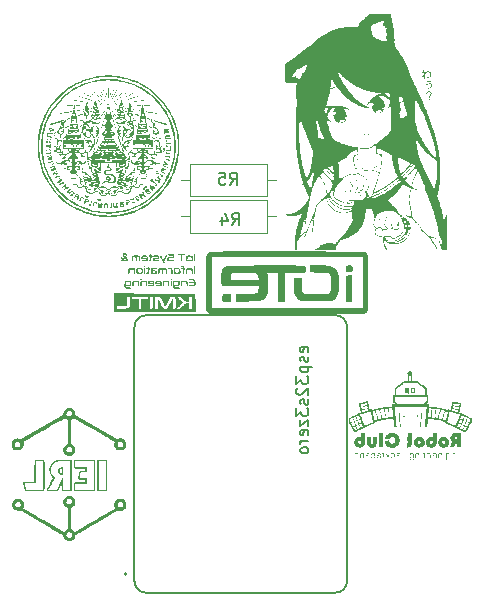
<source format=gbr>
%TF.GenerationSoftware,KiCad,Pcbnew,8.0.5*%
%TF.CreationDate,2026-02-13T21:56:33+07:00*%
%TF.ProjectId,Temperature_sensor,54656d70-6572-4617-9475-72655f73656e,rev?*%
%TF.SameCoordinates,Original*%
%TF.FileFunction,Legend,Bot*%
%TF.FilePolarity,Positive*%
%FSLAX46Y46*%
G04 Gerber Fmt 4.6, Leading zero omitted, Abs format (unit mm)*
G04 Created by KiCad (PCBNEW 8.0.5) date 2026-02-13 21:56:33*
%MOMM*%
%LPD*%
G01*
G04 APERTURE LIST*
%ADD10C,0.150000*%
%ADD11C,0.000000*%
%ADD12C,0.127000*%
%ADD13C,0.200000*%
%ADD14C,0.120000*%
G04 APERTURE END LIST*
D10*
X148927200Y-90174761D02*
X148974819Y-90079523D01*
X148974819Y-90079523D02*
X148974819Y-89889047D01*
X148974819Y-89889047D02*
X148927200Y-89793809D01*
X148927200Y-89793809D02*
X148831961Y-89746190D01*
X148831961Y-89746190D02*
X148451009Y-89746190D01*
X148451009Y-89746190D02*
X148355771Y-89793809D01*
X148355771Y-89793809D02*
X148308152Y-89889047D01*
X148308152Y-89889047D02*
X148308152Y-90079523D01*
X148308152Y-90079523D02*
X148355771Y-90174761D01*
X148355771Y-90174761D02*
X148451009Y-90222380D01*
X148451009Y-90222380D02*
X148546247Y-90222380D01*
X148546247Y-90222380D02*
X148641485Y-89746190D01*
X148927200Y-90603333D02*
X148974819Y-90698571D01*
X148974819Y-90698571D02*
X148974819Y-90889047D01*
X148974819Y-90889047D02*
X148927200Y-90984285D01*
X148927200Y-90984285D02*
X148831961Y-91031904D01*
X148831961Y-91031904D02*
X148784342Y-91031904D01*
X148784342Y-91031904D02*
X148689104Y-90984285D01*
X148689104Y-90984285D02*
X148641485Y-90889047D01*
X148641485Y-90889047D02*
X148641485Y-90746190D01*
X148641485Y-90746190D02*
X148593866Y-90650952D01*
X148593866Y-90650952D02*
X148498628Y-90603333D01*
X148498628Y-90603333D02*
X148451009Y-90603333D01*
X148451009Y-90603333D02*
X148355771Y-90650952D01*
X148355771Y-90650952D02*
X148308152Y-90746190D01*
X148308152Y-90746190D02*
X148308152Y-90889047D01*
X148308152Y-90889047D02*
X148355771Y-90984285D01*
X148308152Y-91460476D02*
X149308152Y-91460476D01*
X148355771Y-91460476D02*
X148308152Y-91555714D01*
X148308152Y-91555714D02*
X148308152Y-91746190D01*
X148308152Y-91746190D02*
X148355771Y-91841428D01*
X148355771Y-91841428D02*
X148403390Y-91889047D01*
X148403390Y-91889047D02*
X148498628Y-91936666D01*
X148498628Y-91936666D02*
X148784342Y-91936666D01*
X148784342Y-91936666D02*
X148879580Y-91889047D01*
X148879580Y-91889047D02*
X148927200Y-91841428D01*
X148927200Y-91841428D02*
X148974819Y-91746190D01*
X148974819Y-91746190D02*
X148974819Y-91555714D01*
X148974819Y-91555714D02*
X148927200Y-91460476D01*
X147974819Y-92270000D02*
X147974819Y-92889047D01*
X147974819Y-92889047D02*
X148355771Y-92555714D01*
X148355771Y-92555714D02*
X148355771Y-92698571D01*
X148355771Y-92698571D02*
X148403390Y-92793809D01*
X148403390Y-92793809D02*
X148451009Y-92841428D01*
X148451009Y-92841428D02*
X148546247Y-92889047D01*
X148546247Y-92889047D02*
X148784342Y-92889047D01*
X148784342Y-92889047D02*
X148879580Y-92841428D01*
X148879580Y-92841428D02*
X148927200Y-92793809D01*
X148927200Y-92793809D02*
X148974819Y-92698571D01*
X148974819Y-92698571D02*
X148974819Y-92412857D01*
X148974819Y-92412857D02*
X148927200Y-92317619D01*
X148927200Y-92317619D02*
X148879580Y-92270000D01*
X148070057Y-93270000D02*
X148022438Y-93317619D01*
X148022438Y-93317619D02*
X147974819Y-93412857D01*
X147974819Y-93412857D02*
X147974819Y-93650952D01*
X147974819Y-93650952D02*
X148022438Y-93746190D01*
X148022438Y-93746190D02*
X148070057Y-93793809D01*
X148070057Y-93793809D02*
X148165295Y-93841428D01*
X148165295Y-93841428D02*
X148260533Y-93841428D01*
X148260533Y-93841428D02*
X148403390Y-93793809D01*
X148403390Y-93793809D02*
X148974819Y-93222381D01*
X148974819Y-93222381D02*
X148974819Y-93841428D01*
X148927200Y-94222381D02*
X148974819Y-94317619D01*
X148974819Y-94317619D02*
X148974819Y-94508095D01*
X148974819Y-94508095D02*
X148927200Y-94603333D01*
X148927200Y-94603333D02*
X148831961Y-94650952D01*
X148831961Y-94650952D02*
X148784342Y-94650952D01*
X148784342Y-94650952D02*
X148689104Y-94603333D01*
X148689104Y-94603333D02*
X148641485Y-94508095D01*
X148641485Y-94508095D02*
X148641485Y-94365238D01*
X148641485Y-94365238D02*
X148593866Y-94270000D01*
X148593866Y-94270000D02*
X148498628Y-94222381D01*
X148498628Y-94222381D02*
X148451009Y-94222381D01*
X148451009Y-94222381D02*
X148355771Y-94270000D01*
X148355771Y-94270000D02*
X148308152Y-94365238D01*
X148308152Y-94365238D02*
X148308152Y-94508095D01*
X148308152Y-94508095D02*
X148355771Y-94603333D01*
X147974819Y-94984286D02*
X147974819Y-95603333D01*
X147974819Y-95603333D02*
X148355771Y-95270000D01*
X148355771Y-95270000D02*
X148355771Y-95412857D01*
X148355771Y-95412857D02*
X148403390Y-95508095D01*
X148403390Y-95508095D02*
X148451009Y-95555714D01*
X148451009Y-95555714D02*
X148546247Y-95603333D01*
X148546247Y-95603333D02*
X148784342Y-95603333D01*
X148784342Y-95603333D02*
X148879580Y-95555714D01*
X148879580Y-95555714D02*
X148927200Y-95508095D01*
X148927200Y-95508095D02*
X148974819Y-95412857D01*
X148974819Y-95412857D02*
X148974819Y-95127143D01*
X148974819Y-95127143D02*
X148927200Y-95031905D01*
X148927200Y-95031905D02*
X148879580Y-94984286D01*
X148308152Y-95936667D02*
X148308152Y-96460476D01*
X148308152Y-96460476D02*
X148974819Y-95936667D01*
X148974819Y-95936667D02*
X148974819Y-96460476D01*
X148927200Y-97222381D02*
X148974819Y-97127143D01*
X148974819Y-97127143D02*
X148974819Y-96936667D01*
X148974819Y-96936667D02*
X148927200Y-96841429D01*
X148927200Y-96841429D02*
X148831961Y-96793810D01*
X148831961Y-96793810D02*
X148451009Y-96793810D01*
X148451009Y-96793810D02*
X148355771Y-96841429D01*
X148355771Y-96841429D02*
X148308152Y-96936667D01*
X148308152Y-96936667D02*
X148308152Y-97127143D01*
X148308152Y-97127143D02*
X148355771Y-97222381D01*
X148355771Y-97222381D02*
X148451009Y-97270000D01*
X148451009Y-97270000D02*
X148546247Y-97270000D01*
X148546247Y-97270000D02*
X148641485Y-96793810D01*
X148974819Y-97698572D02*
X148308152Y-97698572D01*
X148498628Y-97698572D02*
X148403390Y-97746191D01*
X148403390Y-97746191D02*
X148355771Y-97793810D01*
X148355771Y-97793810D02*
X148308152Y-97889048D01*
X148308152Y-97889048D02*
X148308152Y-97984286D01*
X148974819Y-98460477D02*
X148927200Y-98365239D01*
X148927200Y-98365239D02*
X148879580Y-98317620D01*
X148879580Y-98317620D02*
X148784342Y-98270001D01*
X148784342Y-98270001D02*
X148498628Y-98270001D01*
X148498628Y-98270001D02*
X148403390Y-98317620D01*
X148403390Y-98317620D02*
X148355771Y-98365239D01*
X148355771Y-98365239D02*
X148308152Y-98460477D01*
X148308152Y-98460477D02*
X148308152Y-98603334D01*
X148308152Y-98603334D02*
X148355771Y-98698572D01*
X148355771Y-98698572D02*
X148403390Y-98746191D01*
X148403390Y-98746191D02*
X148498628Y-98793810D01*
X148498628Y-98793810D02*
X148784342Y-98793810D01*
X148784342Y-98793810D02*
X148879580Y-98746191D01*
X148879580Y-98746191D02*
X148927200Y-98698572D01*
X148927200Y-98698572D02*
X148974819Y-98603334D01*
X148974819Y-98603334D02*
X148974819Y-98460477D01*
X142521666Y-79439819D02*
X142854999Y-78963628D01*
X143093094Y-79439819D02*
X143093094Y-78439819D01*
X143093094Y-78439819D02*
X142712142Y-78439819D01*
X142712142Y-78439819D02*
X142616904Y-78487438D01*
X142616904Y-78487438D02*
X142569285Y-78535057D01*
X142569285Y-78535057D02*
X142521666Y-78630295D01*
X142521666Y-78630295D02*
X142521666Y-78773152D01*
X142521666Y-78773152D02*
X142569285Y-78868390D01*
X142569285Y-78868390D02*
X142616904Y-78916009D01*
X142616904Y-78916009D02*
X142712142Y-78963628D01*
X142712142Y-78963628D02*
X143093094Y-78963628D01*
X141664523Y-78773152D02*
X141664523Y-79439819D01*
X141902618Y-78392200D02*
X142140713Y-79106485D01*
X142140713Y-79106485D02*
X141521666Y-79106485D01*
X142331666Y-76019819D02*
X142664999Y-75543628D01*
X142903094Y-76019819D02*
X142903094Y-75019819D01*
X142903094Y-75019819D02*
X142522142Y-75019819D01*
X142522142Y-75019819D02*
X142426904Y-75067438D01*
X142426904Y-75067438D02*
X142379285Y-75115057D01*
X142379285Y-75115057D02*
X142331666Y-75210295D01*
X142331666Y-75210295D02*
X142331666Y-75353152D01*
X142331666Y-75353152D02*
X142379285Y-75448390D01*
X142379285Y-75448390D02*
X142426904Y-75496009D01*
X142426904Y-75496009D02*
X142522142Y-75543628D01*
X142522142Y-75543628D02*
X142903094Y-75543628D01*
X141426904Y-75019819D02*
X141903094Y-75019819D01*
X141903094Y-75019819D02*
X141950713Y-75496009D01*
X141950713Y-75496009D02*
X141903094Y-75448390D01*
X141903094Y-75448390D02*
X141807856Y-75400771D01*
X141807856Y-75400771D02*
X141569761Y-75400771D01*
X141569761Y-75400771D02*
X141474523Y-75448390D01*
X141474523Y-75448390D02*
X141426904Y-75496009D01*
X141426904Y-75496009D02*
X141379285Y-75591247D01*
X141379285Y-75591247D02*
X141379285Y-75829342D01*
X141379285Y-75829342D02*
X141426904Y-75924580D01*
X141426904Y-75924580D02*
X141474523Y-75972200D01*
X141474523Y-75972200D02*
X141569761Y-76019819D01*
X141569761Y-76019819D02*
X141807856Y-76019819D01*
X141807856Y-76019819D02*
X141903094Y-75972200D01*
X141903094Y-75972200D02*
X141950713Y-75924580D01*
D11*
%TO.C,G\u002A\u002A\u002A*%
G36*
X130672329Y-72203366D02*
G01*
X130667641Y-72208054D01*
X130662953Y-72203366D01*
X130667641Y-72198678D01*
X130672329Y-72203366D01*
G37*
G36*
X131581816Y-67843455D02*
G01*
X131577128Y-67848143D01*
X131572440Y-67843455D01*
X131577128Y-67838767D01*
X131581816Y-67843455D01*
G37*
G36*
X132856973Y-71884577D02*
G01*
X132852285Y-71889265D01*
X132847597Y-71884577D01*
X132852285Y-71879889D01*
X132856973Y-71884577D01*
G37*
G36*
X134375910Y-71612669D02*
G01*
X134371222Y-71617357D01*
X134366534Y-71612669D01*
X134371222Y-71607981D01*
X134375910Y-71612669D01*
G37*
G36*
X134619690Y-68518538D02*
G01*
X134615002Y-68523226D01*
X134610314Y-68518538D01*
X134615002Y-68513850D01*
X134619690Y-68518538D01*
G37*
G36*
X130541063Y-70145301D02*
G01*
X130540387Y-70150264D01*
X130534813Y-70151551D01*
X130533690Y-70150177D01*
X130534813Y-70139050D01*
X130537633Y-70137583D01*
X130541063Y-70145301D01*
G37*
G36*
X130950489Y-71526721D02*
G01*
X130951956Y-71529541D01*
X130944238Y-71532971D01*
X130939274Y-71532295D01*
X130937987Y-71526721D01*
X130939361Y-71525598D01*
X130950489Y-71526721D01*
G37*
G36*
X133623908Y-70155103D02*
G01*
X133629558Y-70167178D01*
X133625603Y-70173429D01*
X133620226Y-70171635D01*
X133610301Y-70158960D01*
X133607099Y-70144256D01*
X133612433Y-70141813D01*
X133623908Y-70155103D01*
G37*
G36*
X129781595Y-71608534D02*
G01*
X129777547Y-71613852D01*
X129761695Y-71617357D01*
X129757283Y-71617284D01*
X129747450Y-71614095D01*
X129753381Y-71603396D01*
X129762013Y-71596303D01*
X129775490Y-71595891D01*
X129781595Y-71608534D01*
G37*
G36*
X132064878Y-70355040D02*
G01*
X132072016Y-70359597D01*
X132074105Y-70370262D01*
X132073024Y-70371877D01*
X132059179Y-70379285D01*
X132045550Y-70369705D01*
X132042508Y-70362049D01*
X132047883Y-70353188D01*
X132064878Y-70355040D01*
G37*
G36*
X132070936Y-71029269D02*
G01*
X132078753Y-71040723D01*
X132075272Y-71048925D01*
X132060000Y-71054788D01*
X132049065Y-71052177D01*
X132041248Y-71040723D01*
X132044728Y-71032522D01*
X132060000Y-71026659D01*
X132070936Y-71029269D01*
G37*
G36*
X133473850Y-72198926D02*
G01*
X133483163Y-72201215D01*
X133475799Y-72208054D01*
X133470651Y-72211194D01*
X133453573Y-72216779D01*
X133447671Y-72208054D01*
X133452305Y-72202239D01*
X133468767Y-72198822D01*
X133473850Y-72198926D01*
G37*
G36*
X134606079Y-70611524D02*
G01*
X134618770Y-70618251D01*
X134634319Y-70632947D01*
X134638442Y-70653350D01*
X134636602Y-70672695D01*
X134629996Y-70677774D01*
X134617744Y-70666294D01*
X134598978Y-70637916D01*
X134573715Y-70596091D01*
X134606079Y-70611524D01*
G37*
G36*
X129139599Y-70053566D02*
G01*
X129162344Y-70074468D01*
X129166153Y-70079717D01*
X129165668Y-70085741D01*
X129152962Y-70088429D01*
X129124778Y-70089044D01*
X129075115Y-70089044D01*
X129096795Y-70065966D01*
X129098159Y-70064539D01*
X129119122Y-70050375D01*
X129139599Y-70053566D01*
G37*
G36*
X130480118Y-70925227D02*
G01*
X130497257Y-70934646D01*
X130502359Y-70945215D01*
X130492217Y-70959241D01*
X130489967Y-70961318D01*
X130479861Y-70963393D01*
X130469109Y-70949396D01*
X130465613Y-70942952D01*
X130458059Y-70924636D01*
X130462639Y-70919289D01*
X130480118Y-70925227D01*
G37*
G36*
X133679032Y-70938679D02*
G01*
X133670761Y-70960645D01*
X133660297Y-70974786D01*
X133648748Y-70977944D01*
X133634352Y-70964699D01*
X133631173Y-70960640D01*
X133627732Y-70948615D01*
X133639684Y-70936571D01*
X133656666Y-70927149D01*
X133673285Y-70926701D01*
X133679032Y-70938679D01*
G37*
G36*
X129148727Y-70137758D02*
G01*
X129168192Y-70142518D01*
X129172728Y-70149539D01*
X129160425Y-70157843D01*
X129142163Y-70162388D01*
X129109443Y-70161209D01*
X129082519Y-70150287D01*
X129074598Y-70143452D01*
X129075070Y-70138841D01*
X129088680Y-70136799D01*
X129118232Y-70136223D01*
X129148727Y-70137758D01*
G37*
G36*
X133208450Y-70954815D02*
G01*
X133223393Y-70966829D01*
X133239462Y-70983448D01*
X133251555Y-70999382D01*
X133254573Y-71009342D01*
X133253691Y-71010605D01*
X133241763Y-71017283D01*
X133235839Y-71013802D01*
X133223565Y-70999578D01*
X133210670Y-70980307D01*
X133201359Y-70962479D01*
X133199836Y-70952580D01*
X133208450Y-70954815D01*
G37*
G36*
X134982681Y-70058406D02*
G01*
X134997085Y-70070011D01*
X135004112Y-70080746D01*
X135002179Y-70083224D01*
X134987085Y-70087395D01*
X134961920Y-70089044D01*
X134937828Y-70088379D01*
X134922874Y-70084689D01*
X134924207Y-70076201D01*
X134940488Y-70061174D01*
X134951287Y-70053155D01*
X134965335Y-70049624D01*
X134982681Y-70058406D01*
G37*
G36*
X129565432Y-70610916D02*
G01*
X129560157Y-70619618D01*
X129544704Y-70645165D01*
X129533759Y-70663333D01*
X129530946Y-70667782D01*
X129519426Y-70678812D01*
X129512194Y-70671825D01*
X129509686Y-70647115D01*
X129509740Y-70642214D01*
X129512888Y-70622582D01*
X129524250Y-70608839D01*
X129548480Y-70594698D01*
X129587273Y-70574908D01*
X129565432Y-70610916D01*
G37*
G36*
X131268525Y-70987083D02*
G01*
X131259058Y-71006516D01*
X131248774Y-71024006D01*
X131238805Y-71030103D01*
X131225309Y-71024350D01*
X131222108Y-71022184D01*
X131209421Y-71007820D01*
X131207836Y-70994801D01*
X131218490Y-70989026D01*
X131230186Y-70987725D01*
X131252239Y-70983001D01*
X131256732Y-70981811D01*
X131268144Y-70980205D01*
X131268525Y-70987083D01*
G37*
G36*
X132655462Y-69433824D02*
G01*
X132685602Y-69438210D01*
X132715153Y-69443777D01*
X132738683Y-69449675D01*
X132750758Y-69455052D01*
X132747625Y-69458347D01*
X132729495Y-69459128D01*
X132699290Y-69456859D01*
X132669012Y-69453192D01*
X132636406Y-69447493D01*
X132618598Y-69441147D01*
X132613193Y-69433506D01*
X132615154Y-69432001D01*
X132630168Y-69431471D01*
X132655462Y-69433824D01*
G37*
G36*
X132878354Y-70977066D02*
G01*
X132890292Y-70980428D01*
X132911137Y-70995087D01*
X132917688Y-71015308D01*
X132907836Y-71036815D01*
X132896319Y-71048697D01*
X132888527Y-71054788D01*
X132887891Y-71054509D01*
X132880936Y-71044614D01*
X132870422Y-71025258D01*
X132859525Y-71002901D01*
X132851421Y-70983999D01*
X132849287Y-70975010D01*
X132858543Y-70974361D01*
X132878354Y-70977066D01*
G37*
G36*
X133473455Y-69557961D02*
G01*
X133477552Y-69558622D01*
X133504947Y-69562314D01*
X133524730Y-69563876D01*
X133533855Y-69566136D01*
X133535447Y-69578043D01*
X133532765Y-69582301D01*
X133516219Y-69590299D01*
X133491950Y-69591914D01*
X133466508Y-69587935D01*
X133446439Y-69579150D01*
X133438295Y-69566347D01*
X133439666Y-69560028D01*
X133449784Y-69555669D01*
X133473455Y-69557961D01*
G37*
G36*
X133830506Y-71736100D02*
G01*
X133841839Y-71763808D01*
X133845126Y-71774644D01*
X133848019Y-71798881D01*
X133840939Y-71819935D01*
X133832187Y-71835177D01*
X133826700Y-71842384D01*
X133822184Y-71837491D01*
X133809458Y-71821007D01*
X133791811Y-71796916D01*
X133759145Y-71751448D01*
X133786262Y-71735430D01*
X133800227Y-71728013D01*
X133817985Y-71724858D01*
X133830506Y-71736100D01*
G37*
G36*
X134126473Y-70376241D02*
G01*
X134153143Y-70386969D01*
X134186373Y-70402559D01*
X134258708Y-70438576D01*
X134225892Y-70450619D01*
X134202111Y-70459051D01*
X134185102Y-70462247D01*
X134169546Y-70458801D01*
X134146919Y-70448483D01*
X134121731Y-70431309D01*
X134108204Y-70405620D01*
X134105713Y-70384911D01*
X134108128Y-70372453D01*
X134110548Y-70371986D01*
X134126473Y-70376241D01*
G37*
G36*
X134982851Y-70136140D02*
G01*
X135002374Y-70137822D01*
X135008395Y-70142083D01*
X135004112Y-70149989D01*
X135004001Y-70150121D01*
X134986773Y-70159965D01*
X134961920Y-70164053D01*
X134961632Y-70164052D01*
X134936805Y-70159878D01*
X134919727Y-70149989D01*
X134915976Y-70144477D01*
X134917886Y-70139015D01*
X134932134Y-70136520D01*
X134961920Y-70135924D01*
X134982851Y-70136140D01*
G37*
G36*
X129558911Y-69327459D02*
G01*
X129559086Y-69327462D01*
X129630678Y-69328978D01*
X129686162Y-69330485D01*
X129728176Y-69332242D01*
X129759355Y-69334507D01*
X129782338Y-69337536D01*
X129799761Y-69341587D01*
X129814261Y-69346918D01*
X129828476Y-69353787D01*
X129870668Y-69375583D01*
X129601104Y-69376019D01*
X129331540Y-69376456D01*
X129331540Y-69349692D01*
X129331540Y-69322927D01*
X129558911Y-69327459D01*
G37*
G36*
X130332624Y-71714849D02*
G01*
X130347488Y-71724886D01*
X130350940Y-71727528D01*
X130359420Y-71735962D01*
X130360190Y-71745697D01*
X130352296Y-71761463D01*
X130334788Y-71787990D01*
X130326578Y-71799288D01*
X130311307Y-71813681D01*
X130302537Y-71811224D01*
X130300983Y-71792677D01*
X130307360Y-71758802D01*
X130308262Y-71755290D01*
X130316175Y-71727377D01*
X130323242Y-71714787D01*
X130332624Y-71714849D01*
G37*
G36*
X134816589Y-69348248D02*
G01*
X134816589Y-69376456D01*
X134547025Y-69376343D01*
X134277461Y-69376230D01*
X134315547Y-69354447D01*
X134316703Y-69353789D01*
X134329460Y-69347116D01*
X134343036Y-69341904D01*
X134359992Y-69337885D01*
X134382888Y-69334793D01*
X134414287Y-69332361D01*
X134456750Y-69330321D01*
X134512837Y-69328407D01*
X134585112Y-69326352D01*
X134816589Y-69320039D01*
X134816589Y-69348248D01*
G37*
G36*
X130703937Y-69550972D02*
G01*
X130709834Y-69564263D01*
X130709769Y-69566099D01*
X130702086Y-69578946D01*
X130679362Y-69585325D01*
X130672644Y-69586153D01*
X130642435Y-69589427D01*
X130625446Y-69589543D01*
X130617099Y-69586022D01*
X130612814Y-69578388D01*
X130611895Y-69574068D01*
X130619020Y-69565147D01*
X130642284Y-69559119D01*
X130645776Y-69558558D01*
X130673296Y-69553944D01*
X130693426Y-69550276D01*
X130703937Y-69550972D01*
G37*
G36*
X131178394Y-70602306D02*
G01*
X131165795Y-70621913D01*
X131142616Y-70654614D01*
X131126558Y-70676351D01*
X131113885Y-70689764D01*
X131104750Y-70691853D01*
X131095482Y-70684986D01*
X131087322Y-70675306D01*
X131086337Y-70663495D01*
X131096116Y-70644689D01*
X131100245Y-70638949D01*
X131122329Y-70618920D01*
X131150224Y-70602800D01*
X131155883Y-70600401D01*
X131173120Y-70593715D01*
X131180729Y-70593629D01*
X131178394Y-70602306D01*
G37*
G36*
X131417802Y-69349632D02*
G01*
X131454818Y-69351103D01*
X131485998Y-69353794D01*
X131506807Y-69357704D01*
X131509097Y-69360820D01*
X131494207Y-69363417D01*
X131462622Y-69365224D01*
X131415390Y-69366145D01*
X131376141Y-69366044D01*
X131335415Y-69364592D01*
X131309572Y-69361765D01*
X131300532Y-69357704D01*
X131302077Y-69355940D01*
X131317088Y-69352534D01*
X131344403Y-69350347D01*
X131379485Y-69349380D01*
X131417802Y-69349632D01*
G37*
G36*
X132574730Y-69609103D02*
G01*
X132602267Y-69620244D01*
X132634805Y-69635309D01*
X132667881Y-69652074D01*
X132697031Y-69668311D01*
X132717794Y-69681796D01*
X132725707Y-69690302D01*
X132721094Y-69691720D01*
X132702708Y-69686271D01*
X132672891Y-69673572D01*
X132634427Y-69654708D01*
X132602801Y-69637844D01*
X132574354Y-69621364D01*
X132556857Y-69609569D01*
X132553238Y-69604279D01*
X132556657Y-69604113D01*
X132574730Y-69609103D01*
G37*
G36*
X132764191Y-69348683D02*
G01*
X132803799Y-69350452D01*
X132829236Y-69353525D01*
X132838221Y-69357704D01*
X132833080Y-69360885D01*
X132811393Y-69364209D01*
X132774708Y-69366333D01*
X132725154Y-69367080D01*
X132689143Y-69366760D01*
X132648063Y-69365085D01*
X132624032Y-69362042D01*
X132617881Y-69357704D01*
X132625623Y-69354529D01*
X132649456Y-69351278D01*
X132685733Y-69349114D01*
X132730949Y-69348328D01*
X132764191Y-69348683D01*
G37*
G36*
X130042469Y-70356833D02*
G01*
X130043930Y-70372817D01*
X130040374Y-70392936D01*
X130032407Y-70409724D01*
X130032348Y-70409799D01*
X130015801Y-70424578D01*
X129992558Y-70439269D01*
X129973876Y-70448464D01*
X129956638Y-70453231D01*
X129937410Y-70451656D01*
X129908208Y-70444207D01*
X129870738Y-70433805D01*
X129950400Y-70393161D01*
X129970586Y-70382963D01*
X130002671Y-70367209D01*
X130026186Y-70356266D01*
X130037095Y-70352047D01*
X130042469Y-70356833D01*
G37*
G36*
X131534936Y-69430605D02*
G01*
X131529450Y-69435644D01*
X131509885Y-69442789D01*
X131481023Y-69449197D01*
X131462826Y-69452267D01*
X131428032Y-69457540D01*
X131407150Y-69459278D01*
X131396973Y-69457610D01*
X131394293Y-69452664D01*
X131395737Y-69450264D01*
X131409850Y-69443796D01*
X131434142Y-69438348D01*
X131440175Y-69437411D01*
X131474605Y-69431845D01*
X131504463Y-69426730D01*
X131506151Y-69426439D01*
X131526844Y-69425509D01*
X131534936Y-69430605D01*
G37*
G36*
X131552731Y-69516474D02*
G01*
X131543639Y-69523894D01*
X131520987Y-69534938D01*
X131485711Y-69548393D01*
X131478592Y-69550852D01*
X131447272Y-69561659D01*
X131424711Y-69569428D01*
X131415390Y-69572615D01*
X131414801Y-69572492D01*
X131413046Y-69563747D01*
X131413226Y-69562013D01*
X131418743Y-69554709D01*
X131434046Y-69546617D01*
X131461939Y-69536501D01*
X131505231Y-69523123D01*
X131526493Y-69517353D01*
X131547328Y-69513890D01*
X131552731Y-69516474D01*
G37*
G36*
X132603022Y-69519571D02*
G01*
X132626697Y-69526340D01*
X132664726Y-69538877D01*
X132668110Y-69540031D01*
X132699592Y-69552058D01*
X132722738Y-69563151D01*
X132732748Y-69571038D01*
X132732136Y-69572556D01*
X132719792Y-69572387D01*
X132694766Y-69566845D01*
X132660637Y-69556646D01*
X132647150Y-69552106D01*
X132615414Y-69540342D01*
X132593341Y-69530549D01*
X132585065Y-69524485D01*
X132585592Y-69520964D01*
X132590415Y-69517977D01*
X132603022Y-69519571D01*
G37*
G36*
X131628982Y-69674839D02*
G01*
X131614583Y-69689159D01*
X131589890Y-69709994D01*
X131557510Y-69735017D01*
X131539459Y-69748420D01*
X131504815Y-69773597D01*
X131481794Y-69789032D01*
X131468142Y-69795983D01*
X131461605Y-69795708D01*
X131459926Y-69789466D01*
X131464001Y-69783346D01*
X131480518Y-69768438D01*
X131506077Y-69748448D01*
X131536720Y-69726152D01*
X131568491Y-69704328D01*
X131597432Y-69685751D01*
X131619586Y-69673198D01*
X131630995Y-69669446D01*
X131628982Y-69674839D01*
G37*
G36*
X132932748Y-70571322D02*
G01*
X132954824Y-70582419D01*
X132958098Y-70584296D01*
X132987986Y-70605673D01*
X133014383Y-70631240D01*
X133034343Y-70657229D01*
X133044919Y-70679874D01*
X133043167Y-70695407D01*
X133037120Y-70701525D01*
X133025348Y-70707870D01*
X133024148Y-70707318D01*
X133013850Y-70696847D01*
X132996622Y-70676115D01*
X132975519Y-70649098D01*
X132953595Y-70619773D01*
X132933906Y-70592118D01*
X132919508Y-70570107D01*
X132920375Y-70567605D01*
X132932748Y-70571322D01*
G37*
G36*
X131584203Y-69598131D02*
G01*
X131570687Y-69608381D01*
X131545459Y-69623562D01*
X131511495Y-69641773D01*
X131503596Y-69645814D01*
X131466554Y-69664770D01*
X131442833Y-69676664D01*
X131429497Y-69682646D01*
X131423608Y-69683863D01*
X131422229Y-69681464D01*
X131422422Y-69676598D01*
X131422685Y-69675599D01*
X131433126Y-69666248D01*
X131455456Y-69652326D01*
X131485090Y-69636139D01*
X131517444Y-69619992D01*
X131547932Y-69606192D01*
X131571969Y-69597045D01*
X131584970Y-69594855D01*
X131584203Y-69598131D01*
G37*
G36*
X133485205Y-69795592D02*
G01*
X133513827Y-69802229D01*
X133549143Y-69812482D01*
X133561964Y-69816575D01*
X133593985Y-69827712D01*
X133612053Y-69836501D01*
X133619368Y-69844873D01*
X133619127Y-69854761D01*
X133617572Y-69860769D01*
X133614230Y-69868598D01*
X133607356Y-69871577D01*
X133593371Y-69869483D01*
X133568693Y-69862092D01*
X133529744Y-69849182D01*
X133491756Y-69834893D01*
X133464762Y-69819825D01*
X133456122Y-69806296D01*
X133465667Y-69794162D01*
X133468022Y-69793614D01*
X133485205Y-69795592D01*
G37*
G36*
X132455677Y-69742801D02*
G01*
X132472882Y-69754291D01*
X132497775Y-69775047D01*
X132527763Y-69802480D01*
X132560251Y-69834000D01*
X132592648Y-69867017D01*
X132622359Y-69898941D01*
X132646792Y-69927184D01*
X132663353Y-69949155D01*
X132669450Y-69962265D01*
X132665925Y-69965643D01*
X132653795Y-69958991D01*
X132632048Y-69940952D01*
X132599688Y-69910696D01*
X132555717Y-69867389D01*
X132543787Y-69855399D01*
X132500675Y-69810701D01*
X132470181Y-69776537D01*
X132452810Y-69753501D01*
X132449072Y-69742189D01*
X132455677Y-69742801D01*
G37*
G36*
X132886226Y-69086799D02*
G01*
X132869013Y-69095214D01*
X132838651Y-69107265D01*
X132797806Y-69121907D01*
X132749148Y-69138095D01*
X132711512Y-69149944D01*
X132665478Y-69163688D01*
X132627835Y-69174054D01*
X132601716Y-69180190D01*
X132590253Y-69181247D01*
X132592985Y-69178265D01*
X132610307Y-69170099D01*
X132640697Y-69158054D01*
X132681453Y-69143189D01*
X132729877Y-69126561D01*
X132766419Y-69114654D01*
X132812469Y-69100583D01*
X132850325Y-69090111D01*
X132876815Y-69084100D01*
X132888771Y-69083409D01*
X132886226Y-69086799D01*
G37*
G36*
X128675209Y-71077922D02*
G01*
X128675209Y-71129310D01*
X128602544Y-71165910D01*
X128595273Y-71169586D01*
X128555090Y-71190327D01*
X128516942Y-71210616D01*
X128488219Y-71226533D01*
X128472578Y-71235037D01*
X128451309Y-71244612D01*
X128440346Y-71246715D01*
X128429622Y-71241640D01*
X128409374Y-71233461D01*
X128384617Y-71224049D01*
X128400889Y-71189926D01*
X128407319Y-71178264D01*
X128418031Y-71165243D01*
X128434456Y-71151939D01*
X128459411Y-71136436D01*
X128495714Y-71116818D01*
X128546185Y-71091169D01*
X128675209Y-71026534D01*
X128675209Y-71077922D01*
G37*
G36*
X129844795Y-70931123D02*
G01*
X129840179Y-70948182D01*
X129831122Y-70973624D01*
X129824215Y-70989329D01*
X129811901Y-71008744D01*
X129793420Y-71028703D01*
X129765617Y-71052478D01*
X129725338Y-71083341D01*
X129636265Y-71149810D01*
X129633260Y-71120158D01*
X129632486Y-71095891D01*
X129634873Y-71078473D01*
X129641380Y-71071402D01*
X129660004Y-71055850D01*
X129687300Y-71034750D01*
X129719905Y-71010526D01*
X129754454Y-70985600D01*
X129787581Y-70962395D01*
X129815922Y-70943334D01*
X129836113Y-70930838D01*
X129844787Y-70927331D01*
X129844795Y-70931123D01*
G37*
G36*
X130487150Y-69080843D02*
G01*
X130502280Y-69083818D01*
X130530412Y-69088701D01*
X130563895Y-69094149D01*
X130596771Y-69099221D01*
X130623083Y-69102977D01*
X130636875Y-69104477D01*
X130639531Y-69106445D01*
X130638216Y-69118612D01*
X130637201Y-69121126D01*
X130632619Y-69127953D01*
X130623873Y-69131345D01*
X130607374Y-69131426D01*
X130579532Y-69128323D01*
X130536758Y-69122160D01*
X130501971Y-69116380D01*
X130479590Y-69110496D01*
X130468831Y-69103473D01*
X130466054Y-69093853D01*
X130466061Y-69092996D01*
X130470759Y-69080744D01*
X130487150Y-69080843D01*
G37*
G36*
X130566406Y-69339188D02*
G01*
X130593378Y-69340438D01*
X130608316Y-69343445D01*
X130614716Y-69348953D01*
X130616073Y-69357704D01*
X130615332Y-69364850D01*
X130610248Y-69371140D01*
X130597189Y-69374633D01*
X130572564Y-69376135D01*
X130532781Y-69376456D01*
X130505473Y-69376322D01*
X130475275Y-69375207D01*
X130457601Y-69372272D01*
X130448642Y-69366707D01*
X130444585Y-69357704D01*
X130444490Y-69357338D01*
X130443471Y-69348737D01*
X130447999Y-69343341D01*
X130461375Y-69340407D01*
X130486901Y-69339191D01*
X130527877Y-69338951D01*
X130566406Y-69339188D01*
G37*
G36*
X130674709Y-69789065D02*
G01*
X130682800Y-69795014D01*
X130689025Y-69803793D01*
X130688639Y-69810722D01*
X130678831Y-69817746D01*
X130656825Y-69826847D01*
X130619845Y-69840012D01*
X130581046Y-69853242D01*
X130555704Y-69860499D01*
X130540782Y-69861922D01*
X130532677Y-69857847D01*
X130527782Y-69848610D01*
X130526576Y-69845469D01*
X130524327Y-69836826D01*
X130527477Y-69830261D01*
X130539150Y-69823852D01*
X130562469Y-69815676D01*
X130600557Y-69803811D01*
X130603314Y-69802962D01*
X130639055Y-69792602D01*
X130661490Y-69788115D01*
X130674709Y-69789065D01*
G37*
G36*
X132514157Y-69682911D02*
G01*
X132535516Y-69694733D01*
X132563800Y-69712851D01*
X132595286Y-69734617D01*
X132626253Y-69757384D01*
X132652979Y-69778501D01*
X132671744Y-69795322D01*
X132678826Y-69805198D01*
X132677306Y-69811299D01*
X132667106Y-69811297D01*
X132666765Y-69811087D01*
X132655145Y-69802968D01*
X132632840Y-69786802D01*
X132603862Y-69765554D01*
X132572223Y-69742185D01*
X132541935Y-69719658D01*
X132517011Y-69700936D01*
X132501461Y-69688980D01*
X132501005Y-69688532D01*
X132503206Y-69680217D01*
X132503442Y-69680035D01*
X132514157Y-69682911D01*
G37*
G36*
X133649277Y-69339118D02*
G01*
X133677217Y-69340263D01*
X133692728Y-69343203D01*
X133699401Y-69348747D01*
X133700827Y-69357704D01*
X133699713Y-69365896D01*
X133693835Y-69371631D01*
X133679691Y-69374807D01*
X133653789Y-69376168D01*
X133612631Y-69376456D01*
X133610910Y-69376456D01*
X133570527Y-69376194D01*
X133545479Y-69374932D01*
X133532466Y-69371924D01*
X133528187Y-69366429D01*
X133529340Y-69357704D01*
X133531539Y-69351563D01*
X133538255Y-69344830D01*
X133552287Y-69341024D01*
X133577443Y-69339335D01*
X133617535Y-69338951D01*
X133649277Y-69339118D01*
G37*
G36*
X133678129Y-69079112D02*
G01*
X133680306Y-69092827D01*
X133678461Y-69097670D01*
X133667755Y-69106076D01*
X133645038Y-69113022D01*
X133606953Y-69119742D01*
X133601710Y-69120525D01*
X133567065Y-69125648D01*
X133540013Y-69129558D01*
X133526027Y-69131462D01*
X133522450Y-69131301D01*
X133512153Y-69122961D01*
X133508931Y-69109440D01*
X133515806Y-69100029D01*
X133516379Y-69099852D01*
X133532447Y-69096483D01*
X133560587Y-69091686D01*
X133594748Y-69086372D01*
X133628877Y-69081449D01*
X133656924Y-69077828D01*
X133672838Y-69076419D01*
X133678129Y-69079112D01*
G37*
G36*
X131253516Y-69209626D02*
G01*
X131284187Y-69212853D01*
X131325672Y-69218540D01*
X131375166Y-69226375D01*
X131409618Y-69232281D01*
X131456606Y-69240819D01*
X131494810Y-69248346D01*
X131520985Y-69254212D01*
X131531887Y-69257768D01*
X131533210Y-69259276D01*
X131533065Y-69262198D01*
X131525579Y-69263101D01*
X131508523Y-69261759D01*
X131479669Y-69257942D01*
X131436787Y-69251423D01*
X131377649Y-69241973D01*
X131358795Y-69238846D01*
X131312383Y-69230436D01*
X131273756Y-69222429D01*
X131246503Y-69215606D01*
X131234211Y-69210748D01*
X131236463Y-69209168D01*
X131253516Y-69209626D01*
G37*
G36*
X131680534Y-69723596D02*
G01*
X131685203Y-69729378D01*
X131678634Y-69743702D01*
X131660109Y-69767521D01*
X131628910Y-69801788D01*
X131584320Y-69847455D01*
X131565786Y-69865925D01*
X131532390Y-69898547D01*
X131504733Y-69924706D01*
X131485280Y-69942093D01*
X131476495Y-69948401D01*
X131473722Y-69948179D01*
X131469053Y-69942397D01*
X131475623Y-69928073D01*
X131494148Y-69904254D01*
X131525347Y-69869987D01*
X131569936Y-69824320D01*
X131588470Y-69805851D01*
X131621866Y-69773228D01*
X131649523Y-69747069D01*
X131668977Y-69729682D01*
X131677762Y-69723374D01*
X131680534Y-69723596D01*
G37*
G36*
X134240537Y-70027570D02*
G01*
X134257163Y-70032241D01*
X134287913Y-70041319D01*
X134330216Y-70054033D01*
X134381501Y-70069614D01*
X134439199Y-70087291D01*
X134638442Y-70148573D01*
X134638442Y-70185073D01*
X134637490Y-70206105D01*
X134632741Y-70216758D01*
X134622034Y-70216341D01*
X134621097Y-70216039D01*
X134605133Y-70210782D01*
X134574814Y-70200721D01*
X134533139Y-70186852D01*
X134483106Y-70170175D01*
X134427713Y-70151686D01*
X134249800Y-70092263D01*
X134243252Y-70060244D01*
X134242459Y-70056299D01*
X134238912Y-70035980D01*
X134238330Y-70027118D01*
X134240537Y-70027570D01*
G37*
G36*
X135827101Y-74610311D02*
G01*
X135824031Y-74617426D01*
X135804888Y-74644613D01*
X135776944Y-74672364D01*
X135746356Y-74695134D01*
X135719281Y-74707382D01*
X135699425Y-74712016D01*
X135683884Y-74716162D01*
X135673453Y-74717506D01*
X135647781Y-74710234D01*
X135622235Y-74692912D01*
X135602637Y-74670104D01*
X135594810Y-74646370D01*
X135599690Y-74628599D01*
X135612759Y-74607044D01*
X135615954Y-74603228D01*
X135625255Y-74594730D01*
X135637754Y-74589363D01*
X135657339Y-74586413D01*
X135687898Y-74585166D01*
X135733320Y-74584909D01*
X135835932Y-74584909D01*
X135827101Y-74610311D01*
G37*
G36*
X131263926Y-69090201D02*
G01*
X131286238Y-69095728D01*
X131319443Y-69105211D01*
X131359932Y-69117492D01*
X131404095Y-69131411D01*
X131448323Y-69145810D01*
X131489006Y-69159529D01*
X131522534Y-69171410D01*
X131545298Y-69180295D01*
X131553688Y-69185023D01*
X131551629Y-69187840D01*
X131542767Y-69188085D01*
X131524867Y-69184542D01*
X131495742Y-69176668D01*
X131453207Y-69163924D01*
X131395076Y-69145768D01*
X131349383Y-69131306D01*
X131307714Y-69117889D01*
X131279651Y-69108329D01*
X131262831Y-69101668D01*
X131254890Y-69096950D01*
X131253463Y-69093216D01*
X131256188Y-69089509D01*
X131263926Y-69090201D01*
G37*
G36*
X128419137Y-71941743D02*
G01*
X128421241Y-71961541D01*
X128422053Y-71990707D01*
X128422053Y-72045267D01*
X128363452Y-72088462D01*
X128341461Y-72104449D01*
X128317068Y-72119935D01*
X128295556Y-72128145D01*
X128269751Y-72131483D01*
X128232480Y-72132351D01*
X128201412Y-72132260D01*
X128177100Y-72130595D01*
X128166019Y-72126686D01*
X128165125Y-72119975D01*
X128167672Y-72116829D01*
X128182707Y-72103690D01*
X128208327Y-72083396D01*
X128241353Y-72058270D01*
X128278601Y-72030635D01*
X128316892Y-72002814D01*
X128353044Y-71977132D01*
X128383874Y-71955911D01*
X128406202Y-71941474D01*
X128416847Y-71936146D01*
X128419137Y-71941743D01*
G37*
G36*
X128802750Y-70363542D02*
G01*
X128805424Y-70379704D01*
X128806475Y-70405770D01*
X128806475Y-70450588D01*
X128691617Y-70489350D01*
X128649799Y-70503363D01*
X128607060Y-70517038D01*
X128577687Y-70524953D01*
X128559190Y-70527355D01*
X128549082Y-70524489D01*
X128544871Y-70516601D01*
X128544071Y-70503939D01*
X128544220Y-70491715D01*
X128546105Y-70469849D01*
X128552353Y-70453437D01*
X128565680Y-70440300D01*
X128588805Y-70428263D01*
X128624443Y-70415147D01*
X128675312Y-70398777D01*
X128686234Y-70395340D01*
X128729552Y-70381863D01*
X128765413Y-70370943D01*
X128790345Y-70363624D01*
X128800880Y-70360952D01*
X128802750Y-70363542D01*
G37*
G36*
X132097141Y-71749302D02*
G01*
X132086289Y-71760747D01*
X132060000Y-71767375D01*
X132045536Y-71765479D01*
X132025265Y-71752663D01*
X132017117Y-71732423D01*
X132020355Y-71718810D01*
X132037883Y-71718810D01*
X132038209Y-71735475D01*
X132042317Y-71742173D01*
X132056920Y-71748829D01*
X132071885Y-71744339D01*
X132078753Y-71729871D01*
X132076056Y-71718449D01*
X132061563Y-71711118D01*
X132053612Y-71711526D01*
X132037883Y-71718810D01*
X132020355Y-71718810D01*
X132022382Y-71710285D01*
X132042351Y-71691776D01*
X132051218Y-71688271D01*
X132074465Y-71689659D01*
X132092825Y-71703398D01*
X132101862Y-71724831D01*
X132100890Y-71729871D01*
X132097141Y-71749302D01*
G37*
G36*
X128378094Y-74585047D02*
G01*
X128415158Y-74586244D01*
X128439778Y-74589185D01*
X128456005Y-74594488D01*
X128467888Y-74602771D01*
X128468736Y-74603549D01*
X128485948Y-74630397D01*
X128487277Y-74660028D01*
X128473759Y-74687382D01*
X128446434Y-74707398D01*
X128445265Y-74707896D01*
X128421205Y-74715370D01*
X128403300Y-74716475D01*
X128395025Y-74714382D01*
X128360712Y-74704233D01*
X128335604Y-74692929D01*
X128311873Y-74677098D01*
X128297944Y-74664968D01*
X128276065Y-74639552D01*
X128259707Y-74613217D01*
X128253326Y-74592407D01*
X128258264Y-74590058D01*
X128278433Y-74587397D01*
X128310553Y-74585581D01*
X128350730Y-74584909D01*
X128378094Y-74585047D01*
G37*
G36*
X135349317Y-70370454D02*
G01*
X135363619Y-70374203D01*
X135391507Y-70382378D01*
X135429454Y-70393928D01*
X135473928Y-70407798D01*
X135516453Y-70421834D01*
X135558910Y-70437714D01*
X135586875Y-70450742D01*
X135598482Y-70460134D01*
X135601205Y-70469743D01*
X135603916Y-70494421D01*
X135602805Y-70518404D01*
X135597935Y-70532848D01*
X135595271Y-70535435D01*
X135590992Y-70537564D01*
X135583373Y-70537391D01*
X135569518Y-70534208D01*
X135546530Y-70527307D01*
X135511516Y-70515980D01*
X135461577Y-70499520D01*
X135341654Y-70459941D01*
X135341654Y-70415135D01*
X135342042Y-70400162D01*
X135344462Y-70378743D01*
X135348366Y-70370328D01*
X135349317Y-70370454D01*
G37*
G36*
X132106881Y-73721636D02*
G01*
X132103640Y-73745541D01*
X132090473Y-73763745D01*
X132066238Y-73772771D01*
X132039299Y-73769574D01*
X132020307Y-73751877D01*
X132013119Y-73721772D01*
X132013338Y-73715452D01*
X132034036Y-73715452D01*
X132037389Y-73733641D01*
X132043582Y-73742219D01*
X132059915Y-73752297D01*
X132076760Y-73743986D01*
X132081887Y-73738029D01*
X132087084Y-73717946D01*
X132073594Y-73698472D01*
X132058471Y-73693299D01*
X132042893Y-73700228D01*
X132034036Y-73715452D01*
X132013338Y-73715452D01*
X132013485Y-73711226D01*
X132019671Y-73690762D01*
X132036560Y-73678404D01*
X132052617Y-73673170D01*
X132080303Y-73675365D01*
X132099621Y-73692277D01*
X132105969Y-73717946D01*
X132106881Y-73721636D01*
G37*
G36*
X132920593Y-69200138D02*
G01*
X132915903Y-69207991D01*
X132913072Y-69209857D01*
X132894145Y-69216309D01*
X132861647Y-69224168D01*
X132819238Y-69232608D01*
X132770573Y-69240802D01*
X132739519Y-69245593D01*
X132690471Y-69253124D01*
X132656071Y-69258224D01*
X132633731Y-69261141D01*
X132620863Y-69262126D01*
X132614876Y-69261429D01*
X132613182Y-69259298D01*
X132613193Y-69255985D01*
X132614197Y-69254829D01*
X132628342Y-69249776D01*
X132656597Y-69242944D01*
X132695631Y-69235083D01*
X132742115Y-69226942D01*
X132753683Y-69225048D01*
X132802568Y-69217011D01*
X132846015Y-69209815D01*
X132879666Y-69204184D01*
X132899166Y-69200843D01*
X132911231Y-69199005D01*
X132920593Y-69200138D01*
G37*
G36*
X135740170Y-71959221D02*
G01*
X135761397Y-71972791D01*
X135790990Y-71993185D01*
X135825564Y-72017910D01*
X135861732Y-72044478D01*
X135896109Y-72070399D01*
X135925311Y-72093181D01*
X135945951Y-72110335D01*
X135954644Y-72119371D01*
X135954862Y-72125563D01*
X135946525Y-72130167D01*
X135925842Y-72132437D01*
X135889621Y-72133045D01*
X135873387Y-72132981D01*
X135841530Y-72131558D01*
X135818770Y-72126673D01*
X135798150Y-72116253D01*
X135772713Y-72098227D01*
X135763511Y-72091336D01*
X135741901Y-72073693D01*
X135730785Y-72058556D01*
X135726672Y-72039264D01*
X135726076Y-72009154D01*
X135726578Y-71985439D01*
X135728379Y-71963403D01*
X135731037Y-71954898D01*
X135740170Y-71959221D01*
G37*
G36*
X134324546Y-70961090D02*
G01*
X134347457Y-70975487D01*
X134379086Y-70996684D01*
X134416489Y-71022775D01*
X134422540Y-71027071D01*
X134461483Y-71055002D01*
X134487847Y-71075137D01*
X134504084Y-71090118D01*
X134512646Y-71102587D01*
X134515984Y-71115184D01*
X134516552Y-71130550D01*
X134516443Y-71138262D01*
X134514740Y-71158985D01*
X134511630Y-71167301D01*
X134503377Y-71162486D01*
X134483109Y-71148452D01*
X134454050Y-71127423D01*
X134419342Y-71101634D01*
X134388506Y-71078048D01*
X134358903Y-71053531D01*
X134339672Y-71034027D01*
X134327851Y-71016416D01*
X134320477Y-70997583D01*
X134317643Y-70987578D01*
X134312849Y-70965875D01*
X134312701Y-70955476D01*
X134313294Y-70955401D01*
X134324546Y-70961090D01*
G37*
G36*
X129911302Y-70019544D02*
G01*
X129910554Y-70030914D01*
X129905933Y-70052215D01*
X129903278Y-70061368D01*
X129898778Y-70070190D01*
X129890502Y-70078239D01*
X129876119Y-70086640D01*
X129853295Y-70096518D01*
X129819697Y-70108999D01*
X129772991Y-70125206D01*
X129710844Y-70146266D01*
X129692912Y-70152314D01*
X129638484Y-70170578D01*
X129590931Y-70186394D01*
X129552972Y-70198866D01*
X129527328Y-70207098D01*
X129516719Y-70210194D01*
X129515418Y-70209722D01*
X129511333Y-70198110D01*
X129509686Y-70175678D01*
X129509686Y-70140421D01*
X129708930Y-70078698D01*
X129736935Y-70070053D01*
X129792023Y-70053238D01*
X129839566Y-70038979D01*
X129876976Y-70028039D01*
X129901668Y-70021180D01*
X129911052Y-70019165D01*
X129911302Y-70019544D01*
G37*
G36*
X131747613Y-69780712D02*
G01*
X131749207Y-69786103D01*
X131745113Y-69797746D01*
X131734427Y-69817116D01*
X131716242Y-69845688D01*
X131689655Y-69884936D01*
X131653760Y-69936336D01*
X131607652Y-70001362D01*
X131571725Y-70051191D01*
X131535605Y-70099959D01*
X131504093Y-70141117D01*
X131478714Y-70172716D01*
X131460991Y-70192813D01*
X131452450Y-70199459D01*
X131447681Y-70197653D01*
X131441463Y-70187493D01*
X131442808Y-70184507D01*
X131453094Y-70168377D01*
X131472000Y-70141043D01*
X131497746Y-70104907D01*
X131528552Y-70062369D01*
X131562638Y-70015833D01*
X131598224Y-69967701D01*
X131633529Y-69920372D01*
X131666775Y-69876251D01*
X131696180Y-69837738D01*
X131719965Y-69807236D01*
X131736350Y-69787145D01*
X131743555Y-69779869D01*
X131747613Y-69780712D01*
G37*
G36*
X128701796Y-69314170D02*
G01*
X128759030Y-69315170D01*
X128832075Y-69316995D01*
X129059262Y-69323095D01*
X129053315Y-69347431D01*
X129046940Y-69364968D01*
X129037091Y-69378657D01*
X129033383Y-69379654D01*
X129013228Y-69381554D01*
X128978517Y-69383197D01*
X128932067Y-69384493D01*
X128876692Y-69385353D01*
X128815209Y-69385689D01*
X128805615Y-69385691D01*
X128730298Y-69385313D01*
X128670209Y-69383976D01*
X128622192Y-69381349D01*
X128583089Y-69377103D01*
X128549742Y-69370904D01*
X128518993Y-69362422D01*
X128487686Y-69351325D01*
X128486673Y-69350771D01*
X128490700Y-69345447D01*
X128509281Y-69337526D01*
X128539255Y-69328414D01*
X128550318Y-69325556D01*
X128572414Y-69320714D01*
X128595682Y-69317269D01*
X128623050Y-69315106D01*
X128657445Y-69314111D01*
X128701796Y-69314170D01*
G37*
G36*
X131817901Y-69842939D02*
G01*
X131810206Y-69864723D01*
X131795256Y-69899883D01*
X131772712Y-69949239D01*
X131742236Y-70013613D01*
X131703487Y-70093825D01*
X131696347Y-70108491D01*
X131661318Y-70179862D01*
X131633232Y-70235852D01*
X131611311Y-70277854D01*
X131594782Y-70307261D01*
X131582866Y-70325465D01*
X131574789Y-70333861D01*
X131569773Y-70333839D01*
X131568015Y-70327507D01*
X131570724Y-70313986D01*
X131578829Y-70291901D01*
X131593031Y-70259664D01*
X131614033Y-70215687D01*
X131642535Y-70158383D01*
X131679239Y-70086163D01*
X131684131Y-70076608D01*
X131715375Y-70015843D01*
X131743928Y-69960743D01*
X131768629Y-69913519D01*
X131788317Y-69876380D01*
X131801830Y-69851538D01*
X131808005Y-69841201D01*
X131812887Y-69836220D01*
X131818682Y-69833712D01*
X131817901Y-69842939D01*
G37*
G36*
X132304836Y-69841236D02*
G01*
X132313644Y-69853342D01*
X132329397Y-69879490D01*
X132350979Y-69917681D01*
X132377274Y-69965911D01*
X132407166Y-70022181D01*
X132439540Y-70084488D01*
X132447904Y-70100782D01*
X132486437Y-70176707D01*
X132516448Y-70237567D01*
X132538440Y-70284469D01*
X132552915Y-70318520D01*
X132560378Y-70340828D01*
X132561331Y-70352501D01*
X132556836Y-70363601D01*
X132551763Y-70368280D01*
X132549813Y-70365620D01*
X132540203Y-70348489D01*
X132524745Y-70318357D01*
X132504611Y-70277714D01*
X132480972Y-70229049D01*
X132454997Y-70174850D01*
X132427858Y-70117606D01*
X132400725Y-70059805D01*
X132374768Y-70003937D01*
X132351159Y-69952490D01*
X132331067Y-69907952D01*
X132315664Y-69872813D01*
X132306119Y-69849561D01*
X132303604Y-69840684D01*
X132304836Y-69841236D01*
G37*
G36*
X132384267Y-69799336D02*
G01*
X132397392Y-69811511D01*
X132418675Y-69835778D01*
X132446317Y-69869702D01*
X132478519Y-69910847D01*
X132513479Y-69956776D01*
X132549399Y-70005054D01*
X132584479Y-70053246D01*
X132616918Y-70098914D01*
X132644918Y-70139622D01*
X132666678Y-70172936D01*
X132680398Y-70196419D01*
X132684279Y-70207634D01*
X132680499Y-70213834D01*
X132670478Y-70216257D01*
X132669104Y-70214976D01*
X132658288Y-70201683D01*
X132638949Y-70176130D01*
X132612810Y-70140650D01*
X132581594Y-70097575D01*
X132547025Y-70049236D01*
X132540467Y-70040010D01*
X132503992Y-69988728D01*
X132469477Y-69940258D01*
X132439147Y-69897721D01*
X132415224Y-69864235D01*
X132399934Y-69842920D01*
X132383998Y-69819198D01*
X132377094Y-69803340D01*
X132381908Y-69798383D01*
X132384267Y-69799336D01*
G37*
G36*
X134148387Y-69661052D02*
G01*
X134167849Y-69663604D01*
X134202314Y-69668504D01*
X134249588Y-69675429D01*
X134307476Y-69684056D01*
X134373783Y-69694063D01*
X134446312Y-69705126D01*
X134489413Y-69711717D01*
X134559465Y-69722356D01*
X134622462Y-69731832D01*
X134676108Y-69739805D01*
X134718108Y-69745935D01*
X134746167Y-69749883D01*
X134757988Y-69751307D01*
X134766105Y-69758678D01*
X134769709Y-69778059D01*
X134769709Y-69804616D01*
X134453263Y-69751733D01*
X134418894Y-69745982D01*
X134340438Y-69732744D01*
X134278024Y-69721948D01*
X134229863Y-69713188D01*
X134194167Y-69706058D01*
X134169148Y-69700151D01*
X134153015Y-69695061D01*
X134143981Y-69690384D01*
X134140257Y-69685712D01*
X134140054Y-69680639D01*
X134142151Y-69670067D01*
X134144823Y-69660785D01*
X134148387Y-69661052D01*
G37*
G36*
X135478440Y-69314046D02*
G01*
X135509490Y-69315516D01*
X135534845Y-69318288D01*
X135557574Y-69322491D01*
X135580746Y-69328249D01*
X135589185Y-69330534D01*
X135617779Y-69339022D01*
X135630359Y-69345705D01*
X135626392Y-69352216D01*
X135605344Y-69360186D01*
X135566682Y-69371247D01*
X135546712Y-69375805D01*
X135520092Y-69379477D01*
X135486001Y-69381823D01*
X135441624Y-69382962D01*
X135384144Y-69383013D01*
X135310747Y-69382095D01*
X135285302Y-69381647D01*
X135227818Y-69380427D01*
X135178085Y-69379084D01*
X135138852Y-69377708D01*
X135112871Y-69376390D01*
X135102890Y-69375221D01*
X135098993Y-69366641D01*
X135093274Y-69347329D01*
X135087150Y-69322928D01*
X135301131Y-69316747D01*
X135320433Y-69316197D01*
X135386980Y-69314513D01*
X135438626Y-69313754D01*
X135478440Y-69314046D01*
G37*
G36*
X131071151Y-68831903D02*
G01*
X131090578Y-68840762D01*
X131123762Y-68858369D01*
X131133119Y-68863419D01*
X131167481Y-68881684D01*
X131213619Y-68905945D01*
X131267990Y-68934348D01*
X131327051Y-68965043D01*
X131387261Y-68996175D01*
X131421032Y-69013722D01*
X131472720Y-69041135D01*
X131516965Y-69065296D01*
X131551445Y-69084903D01*
X131573836Y-69098653D01*
X131581816Y-69105243D01*
X131579349Y-69105835D01*
X131563405Y-69100618D01*
X131534719Y-69088365D01*
X131495694Y-69070305D01*
X131448734Y-69047669D01*
X131396243Y-69021687D01*
X131340623Y-68993589D01*
X131284278Y-68964605D01*
X131229612Y-68935967D01*
X131179029Y-68908903D01*
X131134931Y-68884645D01*
X131099722Y-68864422D01*
X131075807Y-68849465D01*
X131065587Y-68841004D01*
X131063857Y-68837534D01*
X131063053Y-68831069D01*
X131071151Y-68831903D01*
G37*
G36*
X133101267Y-68813686D02*
G01*
X133096341Y-68821678D01*
X133081661Y-68833455D01*
X133056024Y-68849721D01*
X133018230Y-68871176D01*
X132967079Y-68898523D01*
X132901368Y-68932464D01*
X132819897Y-68973701D01*
X132790916Y-68988263D01*
X132729114Y-69019270D01*
X132673804Y-69046956D01*
X132627035Y-69070299D01*
X132590861Y-69088277D01*
X132567332Y-69099865D01*
X132558499Y-69104042D01*
X132557693Y-69103709D01*
X132558668Y-69094665D01*
X132564746Y-69089992D01*
X132585296Y-69077651D01*
X132618043Y-69059172D01*
X132660597Y-69035809D01*
X132710569Y-69008820D01*
X132765568Y-68979463D01*
X132823205Y-68948993D01*
X132881089Y-68918668D01*
X132936830Y-68889744D01*
X132988039Y-68863478D01*
X133032324Y-68841127D01*
X133067298Y-68823948D01*
X133090568Y-68813198D01*
X133099745Y-68810133D01*
X133101267Y-68813686D01*
G37*
G36*
X135478041Y-71045453D02*
G01*
X135489288Y-71050155D01*
X135513591Y-71061533D01*
X135547593Y-71077985D01*
X135587934Y-71097912D01*
X135588119Y-71098004D01*
X135641627Y-71126413D01*
X135687346Y-71154058D01*
X135722919Y-71179271D01*
X135745991Y-71200382D01*
X135754205Y-71215722D01*
X135754197Y-71215898D01*
X135746427Y-71225110D01*
X135728420Y-71236948D01*
X135706806Y-71246796D01*
X135689761Y-71251311D01*
X135673440Y-71247114D01*
X135648607Y-71235805D01*
X135620415Y-71220372D01*
X135593963Y-71203801D01*
X135574352Y-71189082D01*
X135566682Y-71179201D01*
X135561075Y-71171437D01*
X135543682Y-71167301D01*
X135523770Y-71164844D01*
X135496802Y-71156420D01*
X135488985Y-71152450D01*
X135478547Y-71142513D01*
X135473949Y-71125452D01*
X135472920Y-71095475D01*
X135473318Y-71075667D01*
X135475077Y-71053880D01*
X135477764Y-71045411D01*
X135478041Y-71045453D01*
G37*
G36*
X132065401Y-67818713D02*
G01*
X132068724Y-67827585D01*
X132071326Y-67846249D01*
X132073236Y-67875824D01*
X132074480Y-67917428D01*
X132075086Y-67972183D01*
X132075081Y-68041206D01*
X132074494Y-68125617D01*
X132073352Y-68226535D01*
X132071682Y-68345079D01*
X132071131Y-68381323D01*
X132069603Y-68477749D01*
X132068231Y-68556486D01*
X132066982Y-68618330D01*
X132065821Y-68664077D01*
X132064715Y-68694523D01*
X132063628Y-68710466D01*
X132062527Y-68712700D01*
X132061378Y-68702022D01*
X132060147Y-68679229D01*
X132058798Y-68645116D01*
X132058354Y-68632259D01*
X132056549Y-68568734D01*
X132055050Y-68497240D01*
X132053858Y-68420003D01*
X132052972Y-68339249D01*
X132052394Y-68257207D01*
X132052121Y-68176101D01*
X132052156Y-68098160D01*
X132052497Y-68025608D01*
X132053144Y-67960674D01*
X132054098Y-67905583D01*
X132055359Y-67862562D01*
X132056926Y-67833837D01*
X132058800Y-67821636D01*
X132061330Y-67818514D01*
X132065401Y-67818713D01*
G37*
G36*
X134135138Y-68304325D02*
G01*
X134117839Y-68316619D01*
X134083946Y-68336765D01*
X134034513Y-68364077D01*
X133970279Y-68398165D01*
X133891980Y-68438636D01*
X133800354Y-68485100D01*
X133696139Y-68537165D01*
X133653572Y-68558245D01*
X133563124Y-68602649D01*
X133483647Y-68641104D01*
X133416091Y-68673170D01*
X133361405Y-68698405D01*
X133320538Y-68716369D01*
X133294439Y-68726619D01*
X133284057Y-68728715D01*
X133280806Y-68724352D01*
X133284057Y-68711940D01*
X133285543Y-68710776D01*
X133301553Y-68701052D01*
X133331845Y-68684280D01*
X133374384Y-68661494D01*
X133427136Y-68633729D01*
X133488068Y-68602019D01*
X133555144Y-68567398D01*
X133626332Y-68530901D01*
X133699596Y-68493563D01*
X133772903Y-68456416D01*
X133844219Y-68420497D01*
X133911510Y-68386840D01*
X133972740Y-68356478D01*
X134025877Y-68330446D01*
X134068887Y-68309779D01*
X134099734Y-68295511D01*
X134116386Y-68288676D01*
X134170962Y-68271623D01*
X134135138Y-68304325D01*
G37*
G36*
X129149130Y-77323174D02*
G01*
X129143022Y-77335936D01*
X129120950Y-77361477D01*
X129091942Y-77369694D01*
X129055132Y-77360934D01*
X129045479Y-77356961D01*
X129026647Y-77350946D01*
X129015787Y-77353392D01*
X129006141Y-77364837D01*
X129002471Y-77369939D01*
X128990724Y-77381286D01*
X128977749Y-77379860D01*
X128957183Y-77365786D01*
X128934432Y-77348298D01*
X128965307Y-77300183D01*
X128972947Y-77288887D01*
X129048006Y-77288887D01*
X129050948Y-77309977D01*
X129065438Y-77323966D01*
X129086924Y-77325786D01*
X129107164Y-77312584D01*
X129107951Y-77311594D01*
X129113172Y-77292212D01*
X129103719Y-77273972D01*
X129082686Y-77263126D01*
X129076191Y-77262652D01*
X129057943Y-77270864D01*
X129048006Y-77288887D01*
X128972947Y-77288887D01*
X128979506Y-77279188D01*
X129010867Y-77242371D01*
X129041288Y-77221505D01*
X129072874Y-77214920D01*
X129089093Y-77216156D01*
X129123606Y-77229212D01*
X129146752Y-77253721D01*
X129156078Y-77286202D01*
X129154949Y-77292212D01*
X129149130Y-77323174D01*
G37*
G36*
X128927244Y-69826476D02*
G01*
X128926640Y-69847005D01*
X128923677Y-69877543D01*
X128525190Y-69944791D01*
X128461015Y-69955562D01*
X128361084Y-69971994D01*
X128276922Y-69985266D01*
X128206829Y-69995571D01*
X128149106Y-70003102D01*
X128102053Y-70008051D01*
X128063970Y-70010611D01*
X128033158Y-70010975D01*
X128007917Y-70009335D01*
X127986549Y-70005885D01*
X127979667Y-70004332D01*
X127970580Y-70000800D01*
X127972847Y-69995832D01*
X127988448Y-69987491D01*
X128019365Y-69973843D01*
X128021151Y-69973080D01*
X128039346Y-69966163D01*
X128061583Y-69959377D01*
X128089679Y-69952381D01*
X128125451Y-69944834D01*
X128170713Y-69936397D01*
X128227283Y-69926728D01*
X128296976Y-69915488D01*
X128381609Y-69902335D01*
X128482998Y-69886929D01*
X128536089Y-69878909D01*
X128618576Y-69866394D01*
X128694638Y-69854786D01*
X128762257Y-69844400D01*
X128819411Y-69835545D01*
X128864081Y-69828535D01*
X128894247Y-69823682D01*
X128907888Y-69821297D01*
X128921142Y-69819703D01*
X128927244Y-69826476D01*
G37*
G36*
X129991743Y-68283680D02*
G01*
X130019390Y-68294381D01*
X130059156Y-68312090D01*
X130111769Y-68337127D01*
X130177959Y-68369811D01*
X130258455Y-68410460D01*
X130353987Y-68459393D01*
X130465283Y-68516930D01*
X130544102Y-68557957D01*
X130618139Y-68596774D01*
X130685236Y-68632232D01*
X130743772Y-68663461D01*
X130792124Y-68689591D01*
X130828669Y-68709750D01*
X130851786Y-68723068D01*
X130859853Y-68728675D01*
X130854517Y-68741088D01*
X130846926Y-68740074D01*
X130824189Y-68731642D01*
X130788391Y-68716262D01*
X130741459Y-68694898D01*
X130685321Y-68668514D01*
X130621902Y-68638074D01*
X130553129Y-68604541D01*
X130480930Y-68568879D01*
X130407232Y-68532052D01*
X130333960Y-68495023D01*
X130263043Y-68458757D01*
X130196406Y-68424216D01*
X130135977Y-68392365D01*
X130083683Y-68364168D01*
X130041450Y-68340588D01*
X130011205Y-68322588D01*
X129994875Y-68311133D01*
X129987757Y-68304580D01*
X129974222Y-68290437D01*
X129969888Y-68282027D01*
X129975486Y-68279668D01*
X129991743Y-68283680D01*
G37*
G36*
X130001422Y-69659953D02*
G01*
X130006071Y-69672654D01*
X130005672Y-69687959D01*
X129999590Y-69695737D01*
X129996968Y-69696112D01*
X129978789Y-69699109D01*
X129945463Y-69704770D01*
X129899284Y-69712697D01*
X129842547Y-69722498D01*
X129777550Y-69733777D01*
X129706586Y-69746139D01*
X129676467Y-69751382D01*
X129606554Y-69763442D01*
X129542883Y-69774275D01*
X129487899Y-69783476D01*
X129444046Y-69790638D01*
X129413770Y-69795353D01*
X129399517Y-69797216D01*
X129397445Y-69797301D01*
X129382414Y-69792961D01*
X129378420Y-69775688D01*
X129378451Y-69773669D01*
X129384479Y-69756208D01*
X129404205Y-69747590D01*
X129405641Y-69747303D01*
X129424199Y-69744100D01*
X129457379Y-69738748D01*
X129502416Y-69731665D01*
X129556549Y-69723270D01*
X129617015Y-69713982D01*
X129681050Y-69704219D01*
X129745894Y-69694399D01*
X129808782Y-69684942D01*
X129866953Y-69676266D01*
X129917643Y-69668789D01*
X129958090Y-69662930D01*
X129985532Y-69659108D01*
X129997206Y-69657741D01*
X130001422Y-69659953D01*
G37*
G36*
X132332015Y-77985101D02*
G01*
X132304555Y-78012562D01*
X132280323Y-78030384D01*
X132245939Y-78040511D01*
X132211899Y-78037438D01*
X132182395Y-78022546D01*
X132161619Y-77997219D01*
X132153762Y-77962837D01*
X132153781Y-77960686D01*
X132204642Y-77960686D01*
X132210516Y-77979676D01*
X132218644Y-77986488D01*
X132239589Y-77993141D01*
X132252305Y-77989950D01*
X132263919Y-77975868D01*
X132266012Y-77956591D01*
X132258433Y-77938827D01*
X132241030Y-77929283D01*
X132228892Y-77930173D01*
X132212151Y-77941900D01*
X132204642Y-77960686D01*
X132153781Y-77960686D01*
X132153783Y-77960432D01*
X132161526Y-77923307D01*
X132183475Y-77898377D01*
X132219995Y-77885214D01*
X132258203Y-77878759D01*
X132251621Y-77740469D01*
X132245038Y-77602180D01*
X132267377Y-77596201D01*
X132280862Y-77592693D01*
X132293832Y-77590824D01*
X132303649Y-77593472D01*
X132310855Y-77602669D01*
X132315995Y-77620447D01*
X132319613Y-77648837D01*
X132322253Y-77689873D01*
X132324459Y-77745585D01*
X132326776Y-77818006D01*
X132331121Y-77956591D01*
X132332015Y-77985101D01*
G37*
G36*
X132304459Y-67854393D02*
G01*
X132304290Y-67862890D01*
X132301580Y-67888293D01*
X132296450Y-67928240D01*
X132289235Y-67980567D01*
X132280268Y-68043112D01*
X132269884Y-68113713D01*
X132258416Y-68190206D01*
X132246201Y-68270431D01*
X132233570Y-68352223D01*
X132220860Y-68433421D01*
X132208405Y-68511862D01*
X132196537Y-68585383D01*
X132185593Y-68651822D01*
X132175906Y-68709017D01*
X132167811Y-68754805D01*
X132161641Y-68787023D01*
X132157732Y-68803509D01*
X132153568Y-68813795D01*
X132151253Y-68814065D01*
X132150937Y-68803281D01*
X132152734Y-68780509D01*
X132156757Y-68744815D01*
X132163120Y-68695265D01*
X132171938Y-68630926D01*
X132183323Y-68550863D01*
X132197389Y-68454143D01*
X132214252Y-68339832D01*
X132217299Y-68319303D01*
X132230905Y-68228332D01*
X132243820Y-68143046D01*
X132255755Y-68065283D01*
X132266420Y-67996883D01*
X132275529Y-67939682D01*
X132282791Y-67895521D01*
X132287917Y-67866238D01*
X132290620Y-67853671D01*
X132293912Y-67845528D01*
X132298597Y-67841242D01*
X132304459Y-67854393D01*
G37*
G36*
X131597428Y-67871583D02*
G01*
X131598731Y-67874691D01*
X131605284Y-67893672D01*
X131616314Y-67927537D01*
X131631194Y-67974238D01*
X131649292Y-68031726D01*
X131669980Y-68097952D01*
X131692630Y-68170866D01*
X131716610Y-68248420D01*
X131741294Y-68328565D01*
X131766050Y-68409251D01*
X131790250Y-68488430D01*
X131813265Y-68564052D01*
X131834466Y-68634069D01*
X131853223Y-68696431D01*
X131868907Y-68749089D01*
X131880889Y-68789995D01*
X131888539Y-68817099D01*
X131891229Y-68828352D01*
X131890126Y-68834289D01*
X131886518Y-68831149D01*
X131880070Y-68817790D01*
X131870447Y-68793249D01*
X131857314Y-68756562D01*
X131840336Y-68706768D01*
X131819177Y-68642904D01*
X131793503Y-68564006D01*
X131762979Y-68469113D01*
X131727269Y-68357261D01*
X131718256Y-68328893D01*
X131690432Y-68240536D01*
X131664699Y-68157659D01*
X131641584Y-68082029D01*
X131621612Y-68015412D01*
X131605307Y-67959573D01*
X131593196Y-67916279D01*
X131585803Y-67887295D01*
X131583654Y-67874389D01*
X131585555Y-67863194D01*
X131589275Y-67858801D01*
X131597428Y-67871583D01*
G37*
G36*
X132541233Y-67871583D02*
G01*
X132540922Y-67873194D01*
X132536204Y-67890972D01*
X132526624Y-67923856D01*
X132512831Y-67969782D01*
X132495476Y-68026685D01*
X132475206Y-68092502D01*
X132452671Y-68165169D01*
X132428521Y-68242620D01*
X132403404Y-68322793D01*
X132377970Y-68403624D01*
X132352868Y-68483047D01*
X132328747Y-68558999D01*
X132306256Y-68629416D01*
X132286045Y-68692234D01*
X132268762Y-68745388D01*
X132255058Y-68786816D01*
X132245580Y-68814451D01*
X132240979Y-68826231D01*
X132239985Y-68827804D01*
X132235596Y-68832712D01*
X132234328Y-68828763D01*
X132236456Y-68814951D01*
X132242258Y-68790272D01*
X132252008Y-68753724D01*
X132265982Y-68704301D01*
X132284456Y-68640999D01*
X132307706Y-68562814D01*
X132336008Y-68468741D01*
X132369638Y-68357778D01*
X132378773Y-68327774D01*
X132406252Y-68238261D01*
X132432420Y-68154090D01*
X132456695Y-68077063D01*
X132478496Y-68008983D01*
X132497241Y-67951655D01*
X132512350Y-67906880D01*
X132523242Y-67876463D01*
X132529336Y-67862207D01*
X132546998Y-67834079D01*
X132541233Y-67871583D01*
G37*
G36*
X131829381Y-67853671D02*
G01*
X131829555Y-67854259D01*
X131832189Y-67868210D01*
X131837204Y-67898222D01*
X131844273Y-67942147D01*
X131853070Y-67997832D01*
X131863266Y-68063128D01*
X131874534Y-68135883D01*
X131886546Y-68213946D01*
X131898975Y-68295168D01*
X131911493Y-68377398D01*
X131923773Y-68458484D01*
X131935487Y-68536276D01*
X131946308Y-68608623D01*
X131955907Y-68673376D01*
X131963959Y-68728382D01*
X131970134Y-68771491D01*
X131974105Y-68800554D01*
X131975546Y-68813418D01*
X131974883Y-68814359D01*
X131967569Y-68808730D01*
X131967340Y-68808411D01*
X131963438Y-68795282D01*
X131957181Y-68765964D01*
X131948915Y-68722620D01*
X131938984Y-68667414D01*
X131927733Y-68602510D01*
X131915508Y-68530071D01*
X131902653Y-68452260D01*
X131889515Y-68371243D01*
X131876437Y-68289181D01*
X131863765Y-68208239D01*
X131851844Y-68130580D01*
X131841019Y-68058368D01*
X131831636Y-67993766D01*
X131824038Y-67938939D01*
X131818572Y-67896049D01*
X131815583Y-67867261D01*
X131815414Y-67854737D01*
X131818799Y-67845980D01*
X131823504Y-67841246D01*
X131829381Y-67853671D01*
G37*
G36*
X127294870Y-74056228D02*
G01*
X127336198Y-74071099D01*
X127370891Y-74102518D01*
X127397420Y-74149264D01*
X127401982Y-74161099D01*
X127416736Y-74220832D01*
X127415389Y-74273688D01*
X127398131Y-74318456D01*
X127365154Y-74353923D01*
X127349831Y-74364870D01*
X127333952Y-74371930D01*
X127324703Y-74365140D01*
X127317387Y-74343473D01*
X127314312Y-74330144D01*
X127315070Y-74314036D01*
X127325827Y-74304834D01*
X127338210Y-74296377D01*
X127354728Y-74270827D01*
X127360529Y-74237901D01*
X127356464Y-74202309D01*
X127343386Y-74168764D01*
X127322148Y-74141977D01*
X127293600Y-74126661D01*
X127283378Y-74126863D01*
X127256662Y-74131442D01*
X127218034Y-74140202D01*
X127170905Y-74152354D01*
X127118687Y-74167110D01*
X127077382Y-74178973D01*
X127031166Y-74191446D01*
X126993689Y-74200650D01*
X126968014Y-74205841D01*
X126957204Y-74206276D01*
X126950906Y-74193967D01*
X126944936Y-74172066D01*
X126939524Y-74144230D01*
X127092687Y-74099693D01*
X127129366Y-74089298D01*
X127180414Y-74075726D01*
X127224975Y-74064906D01*
X127259232Y-74057746D01*
X127279372Y-74055157D01*
X127294870Y-74056228D01*
G37*
G36*
X131319763Y-67893919D02*
G01*
X131324201Y-67901283D01*
X131336630Y-67924128D01*
X131355820Y-67960400D01*
X131380829Y-68008256D01*
X131410715Y-68065852D01*
X131444537Y-68131347D01*
X131481354Y-68202896D01*
X131520222Y-68278658D01*
X131560202Y-68356790D01*
X131600352Y-68435448D01*
X131639729Y-68512789D01*
X131677392Y-68586972D01*
X131712401Y-68656152D01*
X131743812Y-68718488D01*
X131770685Y-68772136D01*
X131792078Y-68815254D01*
X131807049Y-68845998D01*
X131814658Y-68862526D01*
X131815123Y-68864042D01*
X131809969Y-68870081D01*
X131806190Y-68866896D01*
X131794758Y-68850347D01*
X131778602Y-68822859D01*
X131759924Y-68788040D01*
X131751283Y-68771287D01*
X131732621Y-68735145D01*
X131707236Y-68686020D01*
X131676235Y-68626046D01*
X131640721Y-68557360D01*
X131601799Y-68482097D01*
X131560573Y-68402393D01*
X131518146Y-68320385D01*
X131483436Y-68253076D01*
X131444405Y-68176831D01*
X131408608Y-68106309D01*
X131376953Y-68043328D01*
X131350346Y-67989705D01*
X131329694Y-67947255D01*
X131315904Y-67917797D01*
X131309883Y-67903146D01*
X131301165Y-67871583D01*
X131319763Y-67893919D01*
G37*
G36*
X132815470Y-67883819D02*
G01*
X132810225Y-67903939D01*
X132810102Y-67904343D01*
X132803626Y-67919553D01*
X132789408Y-67949541D01*
X132768336Y-67992566D01*
X132741295Y-68046889D01*
X132709173Y-68110769D01*
X132672855Y-68182466D01*
X132633229Y-68260239D01*
X132591181Y-68342349D01*
X132547596Y-68427055D01*
X132503363Y-68512618D01*
X132459367Y-68597296D01*
X132416495Y-68679350D01*
X132375633Y-68757039D01*
X132371140Y-68765504D01*
X132350474Y-68803284D01*
X132333349Y-68832730D01*
X132321438Y-68851059D01*
X132316417Y-68855488D01*
X132316497Y-68854626D01*
X132321829Y-68841104D01*
X132334611Y-68813135D01*
X132353925Y-68772541D01*
X132378853Y-68721147D01*
X132408478Y-68660774D01*
X132441882Y-68593245D01*
X132478146Y-68520385D01*
X132516354Y-68444015D01*
X132555586Y-68365959D01*
X132594925Y-68288040D01*
X132633454Y-68212081D01*
X132670254Y-68139904D01*
X132704407Y-68073333D01*
X132734997Y-68014191D01*
X132761104Y-67964300D01*
X132781811Y-67925484D01*
X132796201Y-67899565D01*
X132803354Y-67888367D01*
X132804730Y-67886997D01*
X132814017Y-67879031D01*
X132815470Y-67883819D01*
G37*
G36*
X129830178Y-77077578D02*
G01*
X129864942Y-77084368D01*
X129923687Y-77109292D01*
X129973017Y-77148221D01*
X129986936Y-77165167D01*
X129998885Y-77191362D01*
X130004551Y-77227568D01*
X130005516Y-77260581D01*
X130000282Y-77280452D01*
X129987104Y-77285923D01*
X129964507Y-77278883D01*
X129963738Y-77278529D01*
X129946283Y-77265713D01*
X129944643Y-77248845D01*
X129944833Y-77221911D01*
X129930893Y-77191601D01*
X129905432Y-77165357D01*
X129872187Y-77146891D01*
X129834895Y-77139911D01*
X129817588Y-77141589D01*
X129801621Y-77148106D01*
X129785841Y-77161510D01*
X129768680Y-77183848D01*
X129748572Y-77217168D01*
X129723950Y-77263515D01*
X129693247Y-77324937D01*
X129628339Y-77456853D01*
X129597141Y-77441976D01*
X129592194Y-77439547D01*
X129573651Y-77428857D01*
X129566359Y-77421803D01*
X129569883Y-77413615D01*
X129580739Y-77391180D01*
X129597577Y-77357345D01*
X129619025Y-77314864D01*
X129643712Y-77266489D01*
X129654738Y-77245110D01*
X129686123Y-77186433D01*
X129712326Y-77142453D01*
X129735191Y-77111301D01*
X129756563Y-77091106D01*
X129778288Y-77080001D01*
X129802212Y-77076114D01*
X129830178Y-77077578D01*
G37*
G36*
X131057007Y-67952238D02*
G01*
X131057209Y-67952388D01*
X131065904Y-67962559D01*
X131084077Y-67986252D01*
X131110592Y-68021871D01*
X131144309Y-68067820D01*
X131184094Y-68122505D01*
X131228808Y-68184330D01*
X131277313Y-68251701D01*
X131328474Y-68323021D01*
X131381152Y-68396696D01*
X131434211Y-68471130D01*
X131486512Y-68544728D01*
X131536920Y-68615895D01*
X131584296Y-68683036D01*
X131627504Y-68744555D01*
X131665406Y-68798857D01*
X131696865Y-68844348D01*
X131720743Y-68879431D01*
X131735905Y-68902512D01*
X131741211Y-68911994D01*
X131741208Y-68912143D01*
X131734179Y-68916586D01*
X131729711Y-68911850D01*
X131715218Y-68893402D01*
X131691907Y-68862515D01*
X131660924Y-68820776D01*
X131623412Y-68769773D01*
X131580515Y-68711091D01*
X131533376Y-68646319D01*
X131483139Y-68577043D01*
X131430948Y-68504850D01*
X131377946Y-68431327D01*
X131325278Y-68358061D01*
X131274087Y-68286640D01*
X131225516Y-68218650D01*
X131180710Y-68155678D01*
X131140813Y-68099312D01*
X131106967Y-68051138D01*
X131080317Y-68012743D01*
X131062006Y-67985715D01*
X131053178Y-67971640D01*
X131035540Y-67937985D01*
X131057007Y-67952238D01*
G37*
G36*
X135061353Y-68863367D02*
G01*
X135079453Y-68865523D01*
X135092973Y-68869329D01*
X135099757Y-68873980D01*
X135096075Y-68880644D01*
X135078617Y-68888488D01*
X135046776Y-68897637D01*
X134999946Y-68908214D01*
X134937522Y-68920345D01*
X134858897Y-68934153D01*
X134763465Y-68949763D01*
X134650619Y-68967299D01*
X134519754Y-68986886D01*
X134503293Y-68989310D01*
X134411310Y-69002753D01*
X134324296Y-69015300D01*
X134244192Y-69026682D01*
X134172936Y-69036631D01*
X134112469Y-69044879D01*
X134064729Y-69051156D01*
X134031656Y-69055196D01*
X134015189Y-69056728D01*
X133977945Y-69057667D01*
X133997845Y-69037767D01*
X134001105Y-69035013D01*
X134009784Y-69030172D01*
X134023504Y-69025077D01*
X134043764Y-69019430D01*
X134072061Y-69012937D01*
X134109893Y-69005301D01*
X134158759Y-68996225D01*
X134220157Y-68985414D01*
X134295585Y-68972573D01*
X134386540Y-68957404D01*
X134494520Y-68939612D01*
X134580066Y-68925637D01*
X134686291Y-68908554D01*
X134776494Y-68894464D01*
X134852105Y-68883199D01*
X134914556Y-68874590D01*
X134965275Y-68868471D01*
X135005695Y-68864672D01*
X135037244Y-68863027D01*
X135061353Y-68863367D01*
G37*
G36*
X130725028Y-68012226D02*
G01*
X130727259Y-68013870D01*
X130742642Y-68027489D01*
X130769084Y-68052512D01*
X130805303Y-68087642D01*
X130850018Y-68131584D01*
X130901948Y-68183038D01*
X130959812Y-68240710D01*
X131022329Y-68303301D01*
X131088218Y-68369515D01*
X131156198Y-68438055D01*
X131224987Y-68507623D01*
X131293305Y-68576924D01*
X131359870Y-68644659D01*
X131423402Y-68709533D01*
X131482619Y-68770247D01*
X131536241Y-68825506D01*
X131582986Y-68874011D01*
X131621574Y-68914467D01*
X131650722Y-68945576D01*
X131669150Y-68966041D01*
X131675578Y-68974565D01*
X131675277Y-68978516D01*
X131671552Y-68981876D01*
X131654761Y-68965507D01*
X131617603Y-68928979D01*
X131571806Y-68883672D01*
X131518659Y-68830881D01*
X131459450Y-68771903D01*
X131395470Y-68708033D01*
X131328007Y-68640565D01*
X131258351Y-68570796D01*
X131187791Y-68500020D01*
X131117615Y-68429533D01*
X131049114Y-68360630D01*
X130983577Y-68294607D01*
X130922292Y-68232759D01*
X130866550Y-68176381D01*
X130817638Y-68126769D01*
X130776847Y-68085217D01*
X130745466Y-68053022D01*
X130724784Y-68031479D01*
X130716090Y-68021882D01*
X130695879Y-67993473D01*
X130725028Y-68012226D01*
G37*
G36*
X129110631Y-68863775D02*
G01*
X129148642Y-68866993D01*
X129196957Y-68872786D01*
X129257612Y-68881352D01*
X129332642Y-68892890D01*
X129424084Y-68907598D01*
X129501939Y-68920290D01*
X129592776Y-68935092D01*
X129685263Y-68950159D01*
X129774363Y-68964667D01*
X129855034Y-68977798D01*
X129922237Y-68988731D01*
X129991798Y-69000408D01*
X130054543Y-69012033D01*
X130101449Y-69022342D01*
X130134002Y-69031775D01*
X130153685Y-69040770D01*
X130161982Y-69049768D01*
X130160377Y-69059208D01*
X130160102Y-69059594D01*
X130147425Y-69063690D01*
X130125437Y-69062492D01*
X130122566Y-69062023D01*
X130102093Y-69058902D01*
X130065530Y-69053461D01*
X130014746Y-69045974D01*
X129951606Y-69036714D01*
X129877978Y-69025954D01*
X129795727Y-69013968D01*
X129706720Y-69001029D01*
X129612824Y-68987411D01*
X129589657Y-68984047D01*
X129460296Y-68964939D01*
X129348868Y-68947850D01*
X129254777Y-68932659D01*
X129177427Y-68919245D01*
X129116221Y-68907486D01*
X129070564Y-68897262D01*
X129039860Y-68888451D01*
X129023512Y-68880932D01*
X129020925Y-68874585D01*
X129031503Y-68869288D01*
X129038065Y-68867580D01*
X129057378Y-68864267D01*
X129080888Y-68862932D01*
X129110631Y-68863775D01*
G37*
G36*
X131269518Y-71889938D02*
G01*
X131261622Y-71915420D01*
X131248952Y-71956006D01*
X131231947Y-72010291D01*
X131211049Y-72076874D01*
X131186699Y-72154352D01*
X131159336Y-72241321D01*
X131129401Y-72336379D01*
X131097336Y-72438124D01*
X131063580Y-72545152D01*
X130855164Y-73205726D01*
X130812972Y-73216970D01*
X130805230Y-73219027D01*
X130776840Y-73226171D01*
X130762113Y-73228375D01*
X130757392Y-73225732D01*
X130759022Y-73218335D01*
X130763465Y-73205432D01*
X130772501Y-73178589D01*
X130784794Y-73141792D01*
X130799021Y-73098984D01*
X130812726Y-73060321D01*
X130831792Y-73012607D01*
X130850711Y-72970838D01*
X130866896Y-72941033D01*
X130906740Y-72872929D01*
X130963704Y-72747153D01*
X131005879Y-72611321D01*
X131032709Y-72467029D01*
X131034106Y-72456889D01*
X131044076Y-72402407D01*
X131058700Y-72340310D01*
X131076897Y-72273841D01*
X131097583Y-72206240D01*
X131119676Y-72140751D01*
X131142094Y-72080614D01*
X131163752Y-72029071D01*
X131183570Y-71989364D01*
X131200463Y-71964735D01*
X131208430Y-71956117D01*
X131232640Y-71928480D01*
X131252096Y-71904409D01*
X131255458Y-71899976D01*
X131267454Y-71885126D01*
X131272200Y-71880969D01*
X131269518Y-71889938D01*
G37*
G36*
X133077235Y-67951155D02*
G01*
X133067628Y-67970630D01*
X133067412Y-67971028D01*
X133059088Y-67983743D01*
X133041069Y-68009856D01*
X133014549Y-68047702D01*
X132980720Y-68095616D01*
X132940773Y-68151935D01*
X132895900Y-68214994D01*
X132847294Y-68283128D01*
X132796147Y-68354672D01*
X132743651Y-68427964D01*
X132690997Y-68501337D01*
X132639379Y-68573127D01*
X132589988Y-68641671D01*
X132544016Y-68705304D01*
X132502656Y-68762360D01*
X132467098Y-68811177D01*
X132438537Y-68850088D01*
X132418163Y-68877431D01*
X132405386Y-68893046D01*
X132393511Y-68903281D01*
X132390538Y-68899690D01*
X132396947Y-68884118D01*
X132413217Y-68858408D01*
X132418374Y-68851111D01*
X132434961Y-68827597D01*
X132460600Y-68791227D01*
X132494200Y-68743548D01*
X132534671Y-68686108D01*
X132580923Y-68620453D01*
X132631866Y-68548132D01*
X132686410Y-68470690D01*
X132743464Y-68389677D01*
X132780791Y-68336798D01*
X132835619Y-68259597D01*
X132886986Y-68187821D01*
X132933853Y-68122893D01*
X132975180Y-68066233D01*
X133009930Y-68019262D01*
X133037063Y-67983404D01*
X133055539Y-67960078D01*
X133064320Y-67950707D01*
X133068002Y-67948752D01*
X133077543Y-67944964D01*
X133077235Y-67951155D01*
G37*
G36*
X136391783Y-70691256D02*
G01*
X136414279Y-70698222D01*
X136522069Y-70731643D01*
X136613847Y-70760274D01*
X136691213Y-70784734D01*
X136755768Y-70805645D01*
X136809113Y-70823627D01*
X136852849Y-70839301D01*
X136888577Y-70853287D01*
X136917897Y-70866206D01*
X136942411Y-70878679D01*
X136963718Y-70891326D01*
X136983421Y-70904768D01*
X137003119Y-70919625D01*
X137024414Y-70936519D01*
X137052283Y-70958835D01*
X136991598Y-70968112D01*
X136961353Y-70972542D01*
X136930967Y-70976575D01*
X136912029Y-70978584D01*
X136910511Y-70978487D01*
X136893682Y-70974503D01*
X136861770Y-70965259D01*
X136816916Y-70951468D01*
X136761261Y-70933842D01*
X136696945Y-70913095D01*
X136626110Y-70889940D01*
X136550895Y-70865091D01*
X136473441Y-70839260D01*
X136395890Y-70813160D01*
X136320381Y-70787506D01*
X136249056Y-70763009D01*
X136184055Y-70740383D01*
X136127519Y-70720342D01*
X136081588Y-70703598D01*
X136048404Y-70690865D01*
X136020552Y-70679285D01*
X135976891Y-70659749D01*
X135938873Y-70641173D01*
X135912450Y-70626379D01*
X135895575Y-70615173D01*
X135879930Y-70601373D01*
X135874645Y-70587152D01*
X135876095Y-70566543D01*
X135880783Y-70533042D01*
X136391783Y-70691256D01*
G37*
G36*
X137028123Y-72274644D02*
G01*
X137029362Y-72296496D01*
X137029258Y-72301352D01*
X137025989Y-72321692D01*
X137019559Y-72329944D01*
X137018605Y-72330034D01*
X137004904Y-72337395D01*
X136986743Y-72352959D01*
X136976022Y-72365519D01*
X136966346Y-72388288D01*
X136963729Y-72421194D01*
X136968811Y-72462588D01*
X136985810Y-72496736D01*
X137013900Y-72516845D01*
X137018042Y-72517934D01*
X137042961Y-72519782D01*
X137084788Y-72519222D01*
X137142243Y-72516313D01*
X137214048Y-72511114D01*
X137298926Y-72503684D01*
X137357527Y-72498193D01*
X137357527Y-72535056D01*
X137357527Y-72571920D01*
X137256733Y-72578044D01*
X137224146Y-72580138D01*
X137185605Y-72582938D01*
X137156660Y-72585426D01*
X137141875Y-72587235D01*
X137128164Y-72588793D01*
X137100710Y-72590353D01*
X137066866Y-72591354D01*
X137059410Y-72591412D01*
X137004982Y-72585887D01*
X136964104Y-72568725D01*
X136935497Y-72538648D01*
X136917882Y-72494377D01*
X136909981Y-72434636D01*
X136908879Y-72403923D01*
X136910084Y-72373861D01*
X136915228Y-72352129D01*
X136925194Y-72332798D01*
X136926440Y-72330851D01*
X136961872Y-72292519D01*
X137008265Y-72269344D01*
X137022124Y-72267093D01*
X137028123Y-72274644D01*
G37*
G36*
X133419542Y-68003880D02*
G01*
X133415010Y-68009460D01*
X133398260Y-68027421D01*
X133370163Y-68056667D01*
X133331767Y-68096130D01*
X133284122Y-68144743D01*
X133228279Y-68201437D01*
X133165287Y-68265144D01*
X133096196Y-68334798D01*
X133022055Y-68409330D01*
X132943914Y-68487673D01*
X132878279Y-68553322D01*
X132803157Y-68628284D01*
X132732740Y-68698362D01*
X132668092Y-68762507D01*
X132610279Y-68819666D01*
X132560368Y-68868790D01*
X132519423Y-68908826D01*
X132488510Y-68938725D01*
X132468694Y-68957435D01*
X132461042Y-68963905D01*
X132460711Y-68963899D01*
X132453799Y-68958326D01*
X132454306Y-68957400D01*
X132464196Y-68946042D01*
X132485728Y-68923115D01*
X132517611Y-68889920D01*
X132558552Y-68847754D01*
X132607263Y-68797919D01*
X132662451Y-68741713D01*
X132722825Y-68680436D01*
X132787096Y-68615388D01*
X132853970Y-68547867D01*
X132922159Y-68479174D01*
X132990370Y-68410608D01*
X133057312Y-68343468D01*
X133121695Y-68279055D01*
X133182228Y-68218667D01*
X133237620Y-68163604D01*
X133286579Y-68115166D01*
X133327815Y-68074651D01*
X133360036Y-68043361D01*
X133381953Y-68022594D01*
X133392273Y-68013649D01*
X133396068Y-68011311D01*
X133412762Y-68003213D01*
X133419542Y-68003880D01*
G37*
G36*
X134598080Y-68526619D02*
G01*
X134598769Y-68530426D01*
X134591125Y-68537774D01*
X134572807Y-68547842D01*
X134543002Y-68560920D01*
X134500899Y-68577300D01*
X134445687Y-68597273D01*
X134376556Y-68621131D01*
X134292693Y-68649164D01*
X134193288Y-68681664D01*
X134077530Y-68718922D01*
X133944607Y-68761229D01*
X133912944Y-68771258D01*
X133814257Y-68802451D01*
X133721182Y-68831771D01*
X133635250Y-68858743D01*
X133557993Y-68882890D01*
X133490944Y-68903735D01*
X133435635Y-68920802D01*
X133393598Y-68933612D01*
X133366367Y-68941691D01*
X133355472Y-68944559D01*
X133350328Y-68943610D01*
X133346593Y-68933433D01*
X133348983Y-68931700D01*
X133366282Y-68924107D01*
X133398767Y-68911601D01*
X133444656Y-68894779D01*
X133502168Y-68874244D01*
X133569521Y-68850594D01*
X133644933Y-68824431D01*
X133726624Y-68796354D01*
X133812811Y-68766964D01*
X133901713Y-68736860D01*
X133991548Y-68706644D01*
X134080535Y-68676914D01*
X134166893Y-68648272D01*
X134248839Y-68621317D01*
X134324593Y-68596650D01*
X134392373Y-68574872D01*
X134450397Y-68556581D01*
X134496884Y-68542378D01*
X134530052Y-68532864D01*
X134548120Y-68528639D01*
X134563880Y-68526741D01*
X134587080Y-68525293D01*
X134598080Y-68526619D01*
G37*
G36*
X127567198Y-71906567D02*
G01*
X127543398Y-71936032D01*
X127514493Y-71951450D01*
X127480727Y-71953672D01*
X127450259Y-71940592D01*
X127426694Y-71913896D01*
X127413637Y-71875274D01*
X127413398Y-71870502D01*
X127466855Y-71870502D01*
X127471537Y-71887097D01*
X127482843Y-71899723D01*
X127502779Y-71905608D01*
X127521509Y-71894475D01*
X127528398Y-71881549D01*
X127526703Y-71862850D01*
X127514316Y-71849421D01*
X127496079Y-71845504D01*
X127476837Y-71855342D01*
X127466855Y-71870502D01*
X127413398Y-71870502D01*
X127411428Y-71831213D01*
X127421555Y-71768869D01*
X127445112Y-71709025D01*
X127479939Y-71655587D01*
X127523880Y-71612462D01*
X127574774Y-71583559D01*
X127600000Y-71574705D01*
X127616935Y-71572943D01*
X127624784Y-71581787D01*
X127627846Y-71602794D01*
X127626893Y-71618749D01*
X127617152Y-71630459D01*
X127593718Y-71640639D01*
X127589753Y-71642105D01*
X127559265Y-71657219D01*
X127534205Y-71675158D01*
X127525685Y-71683851D01*
X127506580Y-71708903D01*
X127490900Y-71736493D01*
X127479982Y-71762953D01*
X127475159Y-71784617D01*
X127477769Y-71797817D01*
X127489146Y-71798886D01*
X127516049Y-71796909D01*
X127543749Y-71809404D01*
X127564559Y-71833828D01*
X127574538Y-71871007D01*
X127572362Y-71881549D01*
X127567198Y-71906567D01*
G37*
G36*
X129549701Y-68525974D02*
G01*
X129586824Y-68532819D01*
X129593421Y-68534435D01*
X129621382Y-68542381D01*
X129663306Y-68555210D01*
X129717429Y-68572324D01*
X129781986Y-68593129D01*
X129855209Y-68617029D01*
X129935335Y-68643426D01*
X130020596Y-68671726D01*
X130109227Y-68701333D01*
X130199463Y-68731651D01*
X130289538Y-68762083D01*
X130377686Y-68792034D01*
X130462141Y-68820908D01*
X130541137Y-68848109D01*
X130612910Y-68873041D01*
X130675693Y-68895108D01*
X130727721Y-68913714D01*
X130767227Y-68928264D01*
X130792447Y-68938161D01*
X130801614Y-68942809D01*
X130802311Y-68947641D01*
X130796619Y-68954529D01*
X130790016Y-68953293D01*
X130766353Y-68946901D01*
X130727877Y-68935581D01*
X130676395Y-68919917D01*
X130613712Y-68900493D01*
X130541635Y-68877891D01*
X130461970Y-68852695D01*
X130376524Y-68825488D01*
X130287102Y-68796853D01*
X130195512Y-68767374D01*
X130103560Y-68737634D01*
X130013052Y-68708217D01*
X129925794Y-68679704D01*
X129843593Y-68652681D01*
X129768254Y-68627730D01*
X129701585Y-68605434D01*
X129645392Y-68586378D01*
X129601481Y-68571143D01*
X129571658Y-68560313D01*
X129557730Y-68554472D01*
X129542445Y-68544949D01*
X129527413Y-68532113D01*
X129529864Y-68525763D01*
X129549701Y-68525974D01*
G37*
G36*
X130571789Y-77755954D02*
G01*
X130560767Y-77782028D01*
X130554071Y-77793486D01*
X130532111Y-77802976D01*
X130497262Y-77805784D01*
X130461466Y-77799318D01*
X130432823Y-77784199D01*
X130418810Y-77767889D01*
X130407572Y-77735042D01*
X130408631Y-77724866D01*
X130458886Y-77724866D01*
X130465402Y-77743887D01*
X130482334Y-77756185D01*
X130502349Y-77756206D01*
X130517137Y-77743358D01*
X130520787Y-77720172D01*
X130513845Y-77703298D01*
X130495204Y-77697792D01*
X130487479Y-77698407D01*
X130467393Y-77707930D01*
X130458886Y-77724866D01*
X130408631Y-77724866D01*
X130411240Y-77699812D01*
X130429956Y-77667982D01*
X130430993Y-77666876D01*
X130447600Y-77652724D01*
X130466090Y-77647655D01*
X130494641Y-77649306D01*
X130537292Y-77654269D01*
X130578126Y-77518980D01*
X130585585Y-77494371D01*
X130599021Y-77450597D01*
X130610021Y-77415493D01*
X130617609Y-77392158D01*
X130620805Y-77383691D01*
X130635606Y-77387003D01*
X130656199Y-77395904D01*
X130674051Y-77406555D01*
X130681651Y-77415081D01*
X130681102Y-77420430D01*
X130675852Y-77443657D01*
X130665955Y-77478885D01*
X130652532Y-77522788D01*
X130636705Y-77572036D01*
X130619595Y-77623304D01*
X130602325Y-77673265D01*
X130586015Y-77718590D01*
X130585413Y-77720172D01*
X130571789Y-77755954D01*
G37*
G36*
X135234372Y-69827036D02*
G01*
X135255900Y-69829997D01*
X135292815Y-69835315D01*
X135343165Y-69842704D01*
X135405001Y-69851874D01*
X135476372Y-69862537D01*
X135555327Y-69874404D01*
X135639917Y-69887188D01*
X135642375Y-69887560D01*
X135743193Y-69902960D01*
X135827299Y-69916111D01*
X135896508Y-69927354D01*
X135952640Y-69937032D01*
X135997510Y-69945486D01*
X136032936Y-69953059D01*
X136060737Y-69960092D01*
X136082729Y-69966928D01*
X136100730Y-69973909D01*
X136115869Y-69980476D01*
X136139999Y-69991607D01*
X136149652Y-69998262D01*
X136146809Y-70002376D01*
X136133452Y-70005885D01*
X136115654Y-70009018D01*
X136093995Y-70010992D01*
X136068257Y-70011261D01*
X136036644Y-70009623D01*
X135997358Y-70005874D01*
X135948602Y-69999814D01*
X135888580Y-69991238D01*
X135815493Y-69979946D01*
X135727545Y-69965735D01*
X135622939Y-69948401D01*
X135575305Y-69940452D01*
X135494874Y-69927060D01*
X135421346Y-69914854D01*
X135356651Y-69904152D01*
X135302723Y-69895275D01*
X135261494Y-69888539D01*
X135234894Y-69884264D01*
X135224858Y-69882768D01*
X135224803Y-69882767D01*
X135221242Y-69874404D01*
X135219764Y-69854640D01*
X135219765Y-69854283D01*
X135222699Y-69834657D01*
X135229616Y-69826511D01*
X135234372Y-69827036D01*
G37*
G36*
X127200627Y-72468874D02*
G01*
X127183720Y-72502139D01*
X127179976Y-72506526D01*
X127152455Y-72524566D01*
X127120643Y-72528169D01*
X127089341Y-72518634D01*
X127063348Y-72497255D01*
X127047466Y-72465330D01*
X127047339Y-72464624D01*
X127093540Y-72464624D01*
X127100406Y-72473471D01*
X127119177Y-72479527D01*
X127140308Y-72475778D01*
X127155579Y-72462506D01*
X127158108Y-72456177D01*
X127156654Y-72435305D01*
X127143709Y-72419550D01*
X127123841Y-72415654D01*
X127107423Y-72423361D01*
X127093720Y-72442430D01*
X127093540Y-72464624D01*
X127047339Y-72464624D01*
X127045189Y-72452693D01*
X127044050Y-72412541D01*
X127048517Y-72366138D01*
X127057580Y-72321417D01*
X127070230Y-72286311D01*
X127083821Y-72263472D01*
X127112648Y-72229827D01*
X127144386Y-72207053D01*
X127174826Y-72198678D01*
X127182313Y-72198992D01*
X127199978Y-72206164D01*
X127211124Y-72226807D01*
X127216558Y-72245638D01*
X127212484Y-72253540D01*
X127195375Y-72254935D01*
X127167212Y-72260389D01*
X127135781Y-72281811D01*
X127113089Y-72316804D01*
X127103481Y-72342524D01*
X127101571Y-72361303D01*
X127111403Y-72370255D01*
X127134306Y-72372901D01*
X127137367Y-72373028D01*
X127169536Y-72382829D01*
X127191895Y-72404930D01*
X127202806Y-72435041D01*
X127201445Y-72456177D01*
X127200627Y-72468874D01*
G37*
G36*
X133756422Y-68119863D02*
G01*
X133754284Y-68122108D01*
X133738808Y-68134975D01*
X133709753Y-68157573D01*
X133668288Y-68189037D01*
X133615583Y-68228498D01*
X133552808Y-68275092D01*
X133481132Y-68327951D01*
X133401726Y-68386210D01*
X133315759Y-68449001D01*
X133224402Y-68515457D01*
X133128824Y-68584714D01*
X133086468Y-68615328D01*
X132993121Y-68682671D01*
X132904688Y-68746296D01*
X132822308Y-68805393D01*
X132747122Y-68859150D01*
X132680269Y-68906758D01*
X132622891Y-68947404D01*
X132576127Y-68980278D01*
X132541118Y-69004569D01*
X132519005Y-69019466D01*
X132510926Y-69024158D01*
X132509950Y-69021911D01*
X132515369Y-69011623D01*
X132517248Y-69010003D01*
X132532769Y-68997876D01*
X132561518Y-68976130D01*
X132602079Y-68945803D01*
X132653037Y-68907933D01*
X132712975Y-68863557D01*
X132780479Y-68813713D01*
X132854131Y-68759439D01*
X132932517Y-68701772D01*
X133014220Y-68641750D01*
X133097824Y-68580411D01*
X133181914Y-68518792D01*
X133265074Y-68457931D01*
X133345888Y-68398866D01*
X133422940Y-68342634D01*
X133494814Y-68290274D01*
X133560095Y-68242822D01*
X133617366Y-68201316D01*
X133665212Y-68166795D01*
X133702218Y-68140296D01*
X133726966Y-68122856D01*
X133738042Y-68115513D01*
X133770430Y-68098765D01*
X133756422Y-68119863D01*
G37*
G36*
X134330431Y-77491367D02*
G01*
X134308886Y-77519100D01*
X134277585Y-77546049D01*
X134240339Y-77568271D01*
X134226974Y-77574341D01*
X134197805Y-77584213D01*
X134166771Y-77588248D01*
X134125547Y-77587868D01*
X134089888Y-77585569D01*
X134065023Y-77580999D01*
X134046918Y-77572314D01*
X134029442Y-77557580D01*
X134012078Y-77540444D01*
X134003346Y-77527225D01*
X134006038Y-77515374D01*
X134019044Y-77498602D01*
X134036600Y-77477559D01*
X134069363Y-77510323D01*
X134071588Y-77512518D01*
X134103356Y-77536036D01*
X134135767Y-77542736D01*
X134174090Y-77533798D01*
X134183409Y-77529855D01*
X134193010Y-77520623D01*
X134188764Y-77506286D01*
X134181485Y-77488417D01*
X134179532Y-77455641D01*
X134221459Y-77455641D01*
X134225571Y-77476853D01*
X134240436Y-77492060D01*
X134262173Y-77494730D01*
X134282801Y-77481355D01*
X134289537Y-77469411D01*
X134285335Y-77450882D01*
X134284865Y-77450147D01*
X134267493Y-77435073D01*
X134247648Y-77432479D01*
X134230561Y-77440092D01*
X134221459Y-77455641D01*
X134179532Y-77455641D01*
X134179389Y-77453241D01*
X134191723Y-77422086D01*
X134215624Y-77398427D01*
X134248226Y-77385739D01*
X134286666Y-77387499D01*
X134295106Y-77390928D01*
X134316060Y-77409835D01*
X134332044Y-77437536D01*
X134338406Y-77466892D01*
X134337585Y-77469411D01*
X134330431Y-77491367D01*
G37*
G36*
X134234076Y-77254025D02*
G01*
X134220584Y-77287969D01*
X134206324Y-77302430D01*
X134176967Y-77322732D01*
X134140784Y-77341861D01*
X134104002Y-77356171D01*
X134068137Y-77363332D01*
X134021167Y-77364393D01*
X133977291Y-77357596D01*
X133943715Y-77343513D01*
X133938760Y-77340059D01*
X133914842Y-77316631D01*
X133909313Y-77293695D01*
X133921906Y-77270360D01*
X133928075Y-77263780D01*
X133937357Y-77258299D01*
X133947457Y-77264088D01*
X133963893Y-77282778D01*
X133981150Y-77300780D01*
X134001289Y-77310889D01*
X134030309Y-77313164D01*
X134039554Y-77312960D01*
X134068318Y-77310500D01*
X134088175Y-77306203D01*
X134096874Y-77302072D01*
X134099852Y-77294201D01*
X134090519Y-77278538D01*
X134077618Y-77249498D01*
X134079838Y-77229135D01*
X134123779Y-77229135D01*
X134129251Y-77251355D01*
X134131738Y-77254860D01*
X134150395Y-77267491D01*
X134171377Y-77267737D01*
X134186958Y-77255096D01*
X134187780Y-77253475D01*
X134190499Y-77230532D01*
X134178314Y-77212712D01*
X134154810Y-77205544D01*
X134133859Y-77211967D01*
X134123779Y-77229135D01*
X134079838Y-77229135D01*
X134081087Y-77217677D01*
X134103280Y-77186071D01*
X134114676Y-77176022D01*
X134147955Y-77160020D01*
X134181340Y-77161870D01*
X134212254Y-77181678D01*
X134215908Y-77185620D01*
X134232336Y-77217599D01*
X134232954Y-77230532D01*
X134234076Y-77254025D01*
G37*
G36*
X136816227Y-73003082D02*
G01*
X136819746Y-73056391D01*
X136813923Y-73111663D01*
X136798441Y-73163917D01*
X136775801Y-73206270D01*
X136742979Y-73247877D01*
X136707142Y-73277699D01*
X136695567Y-73284089D01*
X136670900Y-73293504D01*
X136652284Y-73295325D01*
X136644811Y-73288656D01*
X136643558Y-73279989D01*
X136639030Y-73260528D01*
X136637879Y-73244566D01*
X136648208Y-73239431D01*
X136657432Y-73237014D01*
X136679191Y-73223692D01*
X136704113Y-73202705D01*
X136727027Y-73178619D01*
X136742759Y-73155998D01*
X136744826Y-73151620D01*
X136754496Y-73123767D01*
X136761777Y-73092225D01*
X136768319Y-73052845D01*
X136736397Y-73058026D01*
X136708410Y-73057416D01*
X136679752Y-73043675D01*
X136659857Y-73019441D01*
X136650733Y-72988893D01*
X136651668Y-72980530D01*
X136694035Y-72980530D01*
X136700544Y-72999553D01*
X136708697Y-73007572D01*
X136728551Y-73013454D01*
X136747703Y-73000790D01*
X136749690Y-72998218D01*
X136756695Y-72977395D01*
X136749458Y-72960453D01*
X136730218Y-72953459D01*
X136722592Y-72954062D01*
X136702535Y-72963579D01*
X136694035Y-72980530D01*
X136651668Y-72980530D01*
X136654388Y-72956215D01*
X136672827Y-72925587D01*
X136688912Y-72912651D01*
X136721496Y-72901755D01*
X136755014Y-72905150D01*
X136783109Y-72922986D01*
X136803684Y-72956713D01*
X136809279Y-72977395D01*
X136816227Y-73003082D01*
G37*
G36*
X137232904Y-73979149D02*
G01*
X137225372Y-74012251D01*
X137207399Y-74038378D01*
X137196922Y-74045251D01*
X137163227Y-74054580D01*
X137127558Y-74050998D01*
X137097943Y-74034770D01*
X137093196Y-74029959D01*
X137080023Y-74006906D01*
X137076242Y-73974004D01*
X137076439Y-73966309D01*
X137124182Y-73966309D01*
X137129668Y-73988454D01*
X137144295Y-74002818D01*
X137163210Y-74004881D01*
X137178714Y-73990768D01*
X137184701Y-73967434D01*
X137176208Y-73949547D01*
X137154642Y-73942643D01*
X137134094Y-73949084D01*
X137124182Y-73966309D01*
X137076439Y-73966309D01*
X137076621Y-73959233D01*
X137076147Y-73948155D01*
X137072346Y-73939764D01*
X137062745Y-73932840D01*
X137044869Y-73926165D01*
X137016243Y-73918519D01*
X136974394Y-73908681D01*
X136916848Y-73895432D01*
X136809022Y-73870421D01*
X136812235Y-73838555D01*
X136812556Y-73835483D01*
X136815474Y-73814154D01*
X136818112Y-73803937D01*
X136818826Y-73803849D01*
X136832295Y-73805910D01*
X136860619Y-73811466D01*
X136901036Y-73819942D01*
X136950787Y-73830762D01*
X137007110Y-73843350D01*
X137058055Y-73854991D01*
X137109878Y-73867337D01*
X137147982Y-73877350D01*
X137174984Y-73885883D01*
X137193504Y-73893786D01*
X137206158Y-73901910D01*
X137215567Y-73911106D01*
X137227830Y-73927896D01*
X137234139Y-73949034D01*
X137233384Y-73967434D01*
X137232904Y-73979149D01*
G37*
G36*
X126955824Y-72443923D02*
G01*
X126941339Y-72476513D01*
X126918454Y-72497125D01*
X126898095Y-72504653D01*
X126863809Y-72504367D01*
X126831207Y-72485663D01*
X126829329Y-72484032D01*
X126816297Y-72470403D01*
X126808503Y-72454412D01*
X126804192Y-72430596D01*
X126804040Y-72428406D01*
X126847454Y-72428406D01*
X126858110Y-72449959D01*
X126866865Y-72456572D01*
X126887860Y-72460134D01*
X126905246Y-72450015D01*
X126912492Y-72428761D01*
X126912477Y-72427360D01*
X126905545Y-72402894D01*
X126888766Y-72391211D01*
X126866210Y-72395257D01*
X126853089Y-72406741D01*
X126847454Y-72428406D01*
X126804040Y-72428406D01*
X126801611Y-72393492D01*
X126800921Y-72376731D01*
X126801634Y-72338343D01*
X126807265Y-72307217D01*
X126819034Y-72275061D01*
X126845329Y-72228765D01*
X126880856Y-72193635D01*
X126922314Y-72175140D01*
X126931217Y-72173214D01*
X126949137Y-72171346D01*
X126957757Y-72178742D01*
X126963898Y-72199378D01*
X126964872Y-72203500D01*
X126965225Y-72217578D01*
X126955589Y-72226512D01*
X126931805Y-72234907D01*
X126900320Y-72249269D01*
X126874574Y-72277024D01*
X126859887Y-72318714D01*
X126859622Y-72320047D01*
X126857205Y-72339740D01*
X126864064Y-72347402D01*
X126884931Y-72348697D01*
X126897449Y-72349759D01*
X126928594Y-72362377D01*
X126950864Y-72385760D01*
X126959373Y-72415523D01*
X126957719Y-72428761D01*
X126955824Y-72443923D01*
G37*
G36*
X130364082Y-68106774D02*
G01*
X130384636Y-68117165D01*
X130393742Y-68122935D01*
X130417255Y-68139167D01*
X130452954Y-68164474D01*
X130499471Y-68197850D01*
X130555439Y-68238288D01*
X130619491Y-68284785D01*
X130690260Y-68336333D01*
X130766379Y-68391927D01*
X130846479Y-68450562D01*
X130929195Y-68511231D01*
X131013160Y-68572929D01*
X131097004Y-68634651D01*
X131179363Y-68695390D01*
X131258868Y-68754140D01*
X131334152Y-68809897D01*
X131403848Y-68861654D01*
X131466590Y-68908406D01*
X131521008Y-68949146D01*
X131565738Y-68982870D01*
X131599410Y-69008571D01*
X131620659Y-69025244D01*
X131628116Y-69031882D01*
X131628132Y-69032108D01*
X131623854Y-69038915D01*
X131623656Y-69038877D01*
X131613359Y-69032613D01*
X131589451Y-69016302D01*
X131553301Y-68990942D01*
X131506278Y-68957533D01*
X131449753Y-68917075D01*
X131385095Y-68870565D01*
X131313673Y-68819003D01*
X131236859Y-68763388D01*
X131156020Y-68704720D01*
X131072528Y-68643996D01*
X130987751Y-68582217D01*
X130903060Y-68520381D01*
X130819824Y-68459487D01*
X130739413Y-68400534D01*
X130663196Y-68344522D01*
X130592544Y-68292449D01*
X130528825Y-68245314D01*
X130473411Y-68204117D01*
X130427670Y-68169857D01*
X130392972Y-68143532D01*
X130370687Y-68126141D01*
X130362185Y-68118684D01*
X130359329Y-68113265D01*
X130356758Y-68105399D01*
X130364082Y-68106774D01*
G37*
G36*
X130983626Y-77479174D02*
G01*
X131028009Y-77496986D01*
X131028770Y-77497419D01*
X131053625Y-77516731D01*
X131074791Y-77542170D01*
X131090979Y-77570234D01*
X131100902Y-77597423D01*
X131103271Y-77620239D01*
X131096797Y-77635179D01*
X131080192Y-77638746D01*
X131080135Y-77638737D01*
X131053599Y-77632824D01*
X131041118Y-77623113D01*
X131037999Y-77605959D01*
X131036454Y-77595555D01*
X131021821Y-77570154D01*
X130995849Y-77547257D01*
X130963610Y-77530704D01*
X130930174Y-77524333D01*
X130921197Y-77524523D01*
X130899956Y-77527641D01*
X130882593Y-77536271D01*
X130867915Y-77552570D01*
X130854726Y-77578697D01*
X130841833Y-77616811D01*
X130828040Y-77669070D01*
X130812155Y-77737632D01*
X130804513Y-77771617D01*
X130794161Y-77816051D01*
X130786145Y-77846410D01*
X130779429Y-77865362D01*
X130772976Y-77875577D01*
X130765750Y-77879725D01*
X130756715Y-77880475D01*
X130756423Y-77880473D01*
X130738528Y-77879620D01*
X130726309Y-77875639D01*
X130719542Y-77866010D01*
X130718005Y-77848213D01*
X130721474Y-77819730D01*
X130729725Y-77778042D01*
X130742535Y-77720628D01*
X130748816Y-77693386D01*
X130765233Y-77627537D01*
X130780324Y-77577052D01*
X130795133Y-77539572D01*
X130810702Y-77512739D01*
X130828076Y-77494194D01*
X130848298Y-77481578D01*
X130885895Y-77471296D01*
X130933920Y-77470410D01*
X130983626Y-77479174D01*
G37*
G36*
X131415127Y-77343853D02*
G01*
X131394809Y-77366113D01*
X131364712Y-77374315D01*
X131356435Y-77374613D01*
X131340642Y-77379822D01*
X131342327Y-77391621D01*
X131361477Y-77410144D01*
X131378020Y-77427934D01*
X131384917Y-77444868D01*
X131384098Y-77449402D01*
X131371658Y-77456891D01*
X131345482Y-77454726D01*
X131307165Y-77443187D01*
X131258302Y-77422555D01*
X131217658Y-77400231D01*
X131170538Y-77364558D01*
X131134438Y-77325131D01*
X131113082Y-77285464D01*
X131111093Y-77279193D01*
X131106946Y-77254442D01*
X131115052Y-77239686D01*
X131137696Y-77229755D01*
X131148700Y-77227821D01*
X131157822Y-77234309D01*
X131163619Y-77255304D01*
X131175093Y-77284829D01*
X131198764Y-77319808D01*
X131229626Y-77352727D01*
X131262962Y-77377771D01*
X131293125Y-77395291D01*
X131285165Y-77373083D01*
X131276267Y-77330934D01*
X131278618Y-77309201D01*
X131324918Y-77309201D01*
X131329009Y-77328085D01*
X131337869Y-77339662D01*
X131356109Y-77345243D01*
X131375044Y-77332722D01*
X131381302Y-77319876D01*
X131375862Y-77299905D01*
X131366433Y-77286216D01*
X131352379Y-77282066D01*
X131334037Y-77295269D01*
X131324918Y-77309201D01*
X131278618Y-77309201D01*
X131280286Y-77293789D01*
X131295894Y-77265378D01*
X131321469Y-77248626D01*
X131355391Y-77246455D01*
X131390106Y-77257873D01*
X131414087Y-77280303D01*
X131422422Y-77311741D01*
X131420574Y-77319876D01*
X131415127Y-77343853D01*
G37*
G36*
X127835177Y-75260973D02*
G01*
X127851078Y-75264942D01*
X127869790Y-75272397D01*
X127904696Y-75297956D01*
X127936258Y-75334327D01*
X127961211Y-75376537D01*
X127976290Y-75419612D01*
X127978228Y-75458579D01*
X127977596Y-75461999D01*
X127967815Y-75492821D01*
X127953007Y-75522909D01*
X127942430Y-75538909D01*
X127928229Y-75552719D01*
X127915643Y-75550300D01*
X127901078Y-75532304D01*
X127893362Y-75519339D01*
X127891303Y-75505061D01*
X127900862Y-75488025D01*
X127902448Y-75485554D01*
X127911886Y-75460281D01*
X127915740Y-75430427D01*
X127914403Y-75411659D01*
X127905204Y-75387516D01*
X127883861Y-75362192D01*
X127879376Y-75357781D01*
X127860976Y-75342267D01*
X127842827Y-75333591D01*
X127822309Y-75332379D01*
X127796801Y-75339258D01*
X127763682Y-75354854D01*
X127720332Y-75379792D01*
X127664130Y-75414699D01*
X127630385Y-75435833D01*
X127589340Y-75461018D01*
X127555691Y-75481061D01*
X127532237Y-75494302D01*
X127521775Y-75499084D01*
X127521060Y-75499002D01*
X127510773Y-75490153D01*
X127498607Y-75471159D01*
X127492561Y-75458957D01*
X127489886Y-75445933D01*
X127497996Y-75435358D01*
X127519462Y-75421058D01*
X127523227Y-75418692D01*
X127595676Y-75373250D01*
X127654248Y-75336872D01*
X127700842Y-75308665D01*
X127737357Y-75287736D01*
X127765691Y-75273191D01*
X127787741Y-75264135D01*
X127805407Y-75259676D01*
X127820586Y-75258920D01*
X127835177Y-75260973D01*
G37*
G36*
X128263159Y-70530293D02*
G01*
X128269701Y-70542265D01*
X128273812Y-70564884D01*
X128274544Y-70579945D01*
X128271190Y-70596455D01*
X128259103Y-70610347D01*
X128234530Y-70627615D01*
X128228520Y-70631029D01*
X128201701Y-70643160D01*
X128158073Y-70660573D01*
X128098389Y-70682994D01*
X128023401Y-70710149D01*
X127933864Y-70741763D01*
X127830530Y-70777561D01*
X127714153Y-70817270D01*
X127663113Y-70834575D01*
X127564447Y-70868002D01*
X127481128Y-70896051D01*
X127411488Y-70919116D01*
X127353859Y-70937590D01*
X127306573Y-70951870D01*
X127267964Y-70962349D01*
X127236363Y-70969422D01*
X127210103Y-70973483D01*
X127187516Y-70974927D01*
X127166935Y-70974148D01*
X127146692Y-70971540D01*
X127125119Y-70967499D01*
X127100549Y-70962419D01*
X127068266Y-70955788D01*
X127136077Y-70906466D01*
X127148134Y-70897822D01*
X127181187Y-70875302D01*
X127209461Y-70857625D01*
X127227869Y-70848027D01*
X127228195Y-70847904D01*
X127244248Y-70842485D01*
X127275574Y-70832418D01*
X127320222Y-70818304D01*
X127376241Y-70800745D01*
X127441678Y-70780341D01*
X127514582Y-70757693D01*
X127593001Y-70733403D01*
X127674984Y-70708072D01*
X127758578Y-70682300D01*
X127841832Y-70656689D01*
X127922794Y-70631840D01*
X127999512Y-70608355D01*
X128070035Y-70586833D01*
X128132411Y-70567876D01*
X128184688Y-70552086D01*
X128224915Y-70540063D01*
X128251139Y-70532408D01*
X128261409Y-70529723D01*
X128263159Y-70530293D01*
G37*
G36*
X130390783Y-77039858D02*
G01*
X130381306Y-77066562D01*
X130358774Y-77085705D01*
X130324880Y-77093030D01*
X130307707Y-77093466D01*
X130291414Y-77097370D01*
X130291607Y-77107422D01*
X130306925Y-77126129D01*
X130318242Y-77142987D01*
X130319986Y-77161894D01*
X130317381Y-77167519D01*
X130308217Y-77175478D01*
X130293036Y-77173942D01*
X130268964Y-77162167D01*
X130233131Y-77139411D01*
X130226424Y-77134854D01*
X130169618Y-77088479D01*
X130127217Y-77038541D01*
X130100617Y-76987041D01*
X130091214Y-76935980D01*
X130092267Y-76917529D01*
X130099770Y-76907539D01*
X130119136Y-76905507D01*
X130133466Y-76906301D01*
X130144804Y-76913349D01*
X130147265Y-76932491D01*
X130147318Y-76934955D01*
X130151804Y-76963173D01*
X130161309Y-76993087D01*
X130161344Y-76993170D01*
X130173644Y-77016221D01*
X130191426Y-77042570D01*
X130210897Y-77067379D01*
X130228260Y-77085811D01*
X130239721Y-77093030D01*
X130241249Y-77091561D01*
X130243331Y-77077400D01*
X130242672Y-77053076D01*
X130243533Y-77027279D01*
X130243688Y-77026849D01*
X130289264Y-77026849D01*
X130293424Y-77043423D01*
X130304605Y-77056054D01*
X130322948Y-77062127D01*
X130337952Y-77053335D01*
X130344164Y-77031010D01*
X130344001Y-77027034D01*
X130335709Y-77007392D01*
X130318871Y-77001683D01*
X130299059Y-77012227D01*
X130289264Y-77026849D01*
X130243688Y-77026849D01*
X130255601Y-76993887D01*
X130277644Y-76971003D01*
X130306102Y-76960564D01*
X130337417Y-76964510D01*
X130368031Y-76984778D01*
X130385507Y-77009844D01*
X130389228Y-77031010D01*
X130390783Y-77039858D01*
G37*
G36*
X135321426Y-76232344D02*
G01*
X135315098Y-76236936D01*
X135244148Y-76293829D01*
X135175688Y-76357769D01*
X135117203Y-76421813D01*
X135107909Y-76432949D01*
X135085417Y-76458834D01*
X135068450Y-76476833D01*
X135060119Y-76483580D01*
X135056277Y-76480970D01*
X135042910Y-76466678D01*
X135023421Y-76443311D01*
X135000791Y-76414738D01*
X134978001Y-76384826D01*
X134958032Y-76357444D01*
X134947059Y-76341191D01*
X135099668Y-76341191D01*
X135100459Y-76346934D01*
X135103322Y-76354189D01*
X135109809Y-76354013D01*
X135122295Y-76344914D01*
X135143151Y-76325398D01*
X135174752Y-76293973D01*
X135199094Y-76268612D01*
X135221590Y-76242826D01*
X135235165Y-76224240D01*
X135237508Y-76215737D01*
X135216568Y-76212541D01*
X135188437Y-76220934D01*
X135158216Y-76238194D01*
X135130842Y-76261497D01*
X135111247Y-76288017D01*
X135101966Y-76314774D01*
X135099668Y-76341191D01*
X134947059Y-76341191D01*
X134943864Y-76336459D01*
X134938479Y-76325740D01*
X134938495Y-76325416D01*
X134946164Y-76314406D01*
X134963618Y-76300495D01*
X134966485Y-76298622D01*
X134982986Y-76289729D01*
X134994207Y-76292604D01*
X135008507Y-76308793D01*
X135012892Y-76314166D01*
X135029506Y-76330488D01*
X135038753Y-76330298D01*
X135041617Y-76313742D01*
X135045143Y-76294336D01*
X135060613Y-76261466D01*
X135084915Y-76227982D01*
X135114224Y-76199883D01*
X135115940Y-76198581D01*
X135167465Y-76170491D01*
X135223188Y-76158537D01*
X135279079Y-76163010D01*
X135331107Y-76184202D01*
X135362143Y-76203076D01*
X135344529Y-76215737D01*
X135321426Y-76232344D01*
G37*
G36*
X132879273Y-71920330D02*
G01*
X132902781Y-71945522D01*
X132910048Y-71953670D01*
X132924569Y-71971214D01*
X132937029Y-71989344D01*
X132948747Y-72010930D01*
X132961037Y-72038847D01*
X132975218Y-72075966D01*
X132992605Y-72125161D01*
X133014515Y-72189302D01*
X133015594Y-72192488D01*
X133041043Y-72269526D01*
X133060334Y-72332586D01*
X133074345Y-72384937D01*
X133083954Y-72429847D01*
X133090038Y-72470587D01*
X133100621Y-72542679D01*
X133133096Y-72677740D01*
X133180669Y-72804236D01*
X133242608Y-72920012D01*
X133245172Y-72924245D01*
X133260082Y-72952615D01*
X133278079Y-72991308D01*
X133297598Y-73036417D01*
X133317075Y-73084036D01*
X133334946Y-73130258D01*
X133349648Y-73171175D01*
X133359615Y-73202882D01*
X133363286Y-73221470D01*
X133363229Y-73222422D01*
X133359761Y-73226026D01*
X133348477Y-73225726D01*
X133325981Y-73221071D01*
X133288880Y-73211612D01*
X133286762Y-73210894D01*
X133281985Y-73207750D01*
X133276753Y-73201464D01*
X133270637Y-73190806D01*
X133263210Y-73174546D01*
X133254044Y-73151454D01*
X133242710Y-73120301D01*
X133228781Y-73079857D01*
X133211829Y-73028892D01*
X133191427Y-72966177D01*
X133167145Y-72890480D01*
X133138556Y-72800574D01*
X133105233Y-72695227D01*
X133066747Y-72573211D01*
X133042363Y-72495797D01*
X133010303Y-72393879D01*
X132980153Y-72297885D01*
X132952381Y-72209312D01*
X132927454Y-72129654D01*
X132905840Y-72060405D01*
X132888004Y-72003060D01*
X132874414Y-71959114D01*
X132865537Y-71930060D01*
X132861840Y-71917394D01*
X132860890Y-71908921D01*
X132865878Y-71908521D01*
X132879273Y-71920330D01*
G37*
G36*
X131891622Y-77593569D02*
G01*
X131948133Y-77605874D01*
X132000679Y-77628504D01*
X132045258Y-77661225D01*
X132072707Y-77687576D01*
X132041101Y-77695766D01*
X132040717Y-77695866D01*
X132013374Y-77705280D01*
X131991765Y-77716374D01*
X131987444Y-77719514D01*
X131979789Y-77728906D01*
X131987520Y-77736733D01*
X131997935Y-77745794D01*
X132011751Y-77765153D01*
X132015721Y-77778154D01*
X132019709Y-77808915D01*
X132021870Y-77850257D01*
X132022107Y-77897484D01*
X132020323Y-77945896D01*
X132016420Y-77990797D01*
X132012671Y-78018011D01*
X132007342Y-78033359D01*
X131997096Y-78039136D01*
X131978310Y-78040022D01*
X131946112Y-78040022D01*
X131948655Y-77915788D01*
X131948762Y-77910414D01*
X131949271Y-77854988D01*
X131947743Y-77814485D01*
X131943338Y-77785401D01*
X131935214Y-77764232D01*
X131922531Y-77747472D01*
X131904446Y-77731617D01*
X131880039Y-77712418D01*
X131913763Y-77696337D01*
X131920814Y-77692821D01*
X131939848Y-77681354D01*
X131947486Y-77673343D01*
X131943189Y-77667081D01*
X131924901Y-77658702D01*
X131897321Y-77652061D01*
X131866006Y-77648384D01*
X131836514Y-77648895D01*
X131834500Y-77649131D01*
X131798043Y-77658466D01*
X131773029Y-77677436D01*
X131768788Y-77682709D01*
X131762365Y-77693626D01*
X131757552Y-77708424D01*
X131753918Y-77730076D01*
X131751033Y-77761554D01*
X131748469Y-77805832D01*
X131745795Y-77865881D01*
X131738931Y-78030646D01*
X131703142Y-78030646D01*
X131667352Y-78030646D01*
X131671818Y-77911100D01*
X131674075Y-77853457D01*
X131676920Y-77793496D01*
X131680049Y-77747728D01*
X131683866Y-77713583D01*
X131688775Y-77688490D01*
X131695178Y-77669880D01*
X131703480Y-77655183D01*
X131714083Y-77641828D01*
X131738337Y-77620953D01*
X131782721Y-77600874D01*
X131835150Y-77591825D01*
X131891622Y-77593569D01*
G37*
G36*
X126921868Y-72756118D02*
G01*
X126918552Y-72782210D01*
X126902559Y-72814153D01*
X126876878Y-72835152D01*
X126845486Y-72843521D01*
X126812363Y-72837574D01*
X126781485Y-72815623D01*
X126767380Y-72791707D01*
X126761587Y-72756096D01*
X126763024Y-72747591D01*
X126813679Y-72747591D01*
X126813710Y-72769578D01*
X126820937Y-72781497D01*
X126836966Y-72789376D01*
X126856701Y-72782918D01*
X126870488Y-72766531D01*
X126871561Y-72747090D01*
X126860855Y-72732222D01*
X126843053Y-72726657D01*
X126825394Y-72732532D01*
X126813679Y-72747591D01*
X126763024Y-72747591D01*
X126767702Y-72719901D01*
X126785488Y-72690500D01*
X126788109Y-72687908D01*
X126797919Y-72679548D01*
X126809385Y-72673850D01*
X126825926Y-72670302D01*
X126850962Y-72668399D01*
X126887912Y-72667629D01*
X126940194Y-72667486D01*
X127071887Y-72667486D01*
X127071887Y-72765058D01*
X127071901Y-72781566D01*
X127072302Y-72819526D01*
X127073744Y-72842956D01*
X127076870Y-72855019D01*
X127082324Y-72858879D01*
X127090750Y-72857697D01*
X127093383Y-72856827D01*
X127112756Y-72844626D01*
X127132943Y-72825039D01*
X127144097Y-72808692D01*
X127156230Y-72768597D01*
X127152474Y-72725041D01*
X127132832Y-72682442D01*
X127132405Y-72681810D01*
X127115803Y-72648133D01*
X127109391Y-72615501D01*
X127109728Y-72599196D01*
X127113455Y-72586095D01*
X127124717Y-72586652D01*
X127147642Y-72599097D01*
X127151970Y-72601835D01*
X127180739Y-72632094D01*
X127200629Y-72677016D01*
X127210647Y-72734469D01*
X127208540Y-72796167D01*
X127191694Y-72849480D01*
X127160325Y-72891545D01*
X127114816Y-72921614D01*
X127107573Y-72924658D01*
X127073055Y-72934935D01*
X127041118Y-72939188D01*
X127005662Y-72939394D01*
X127011934Y-72842374D01*
X127018207Y-72745355D01*
X126987618Y-72739237D01*
X126958211Y-72734202D01*
X126935703Y-72733912D01*
X126924747Y-72740920D01*
X126923578Y-72747090D01*
X126921868Y-72756118D01*
G37*
G36*
X134651510Y-77345901D02*
G01*
X134639292Y-77378679D01*
X134612645Y-77404718D01*
X134588224Y-77415638D01*
X134550423Y-77420465D01*
X134516824Y-77411965D01*
X134515400Y-77411072D01*
X134501756Y-77396630D01*
X134483670Y-77371075D01*
X134464658Y-77339300D01*
X134458357Y-77327887D01*
X134538139Y-77327887D01*
X134538206Y-77349600D01*
X134547355Y-77359437D01*
X134568121Y-77364939D01*
X134589926Y-77358365D01*
X134599984Y-77341303D01*
X134594376Y-77319128D01*
X134586959Y-77311258D01*
X134568121Y-77303994D01*
X134550756Y-77310153D01*
X134538139Y-77327887D01*
X134458357Y-77327887D01*
X134444225Y-77302291D01*
X134421753Y-77261770D01*
X134403270Y-77228622D01*
X134376801Y-77181379D01*
X134460741Y-77136526D01*
X134485520Y-77122987D01*
X134516045Y-77105311D01*
X134536936Y-77091929D01*
X134544681Y-77084998D01*
X134544261Y-77083130D01*
X134533417Y-77072255D01*
X134512938Y-77060109D01*
X134489605Y-77050229D01*
X134470196Y-77046150D01*
X134451646Y-77048327D01*
X134413952Y-77063901D01*
X134380537Y-77090701D01*
X134357843Y-77124249D01*
X134356919Y-77126356D01*
X134337983Y-77157000D01*
X134315740Y-77175357D01*
X134301563Y-77181687D01*
X134287725Y-77184935D01*
X134282779Y-77175946D01*
X134282149Y-77151464D01*
X134283769Y-77133567D01*
X134300075Y-77091336D01*
X134332334Y-77051948D01*
X134378596Y-77018104D01*
X134432993Y-76995709D01*
X134488299Y-76989571D01*
X134540571Y-76999688D01*
X134586865Y-77025479D01*
X134624235Y-77066367D01*
X134647861Y-77102069D01*
X134598615Y-77126846D01*
X134579763Y-77136512D01*
X134541977Y-77156641D01*
X134509724Y-77174668D01*
X134470078Y-77197712D01*
X134489215Y-77235222D01*
X134498292Y-77251444D01*
X134511342Y-77265922D01*
X134524172Y-77266610D01*
X134546404Y-77259254D01*
X134584727Y-77255154D01*
X134615311Y-77265830D01*
X134632271Y-77280485D01*
X134649202Y-77311473D01*
X134651202Y-77341303D01*
X134651510Y-77345901D01*
G37*
G36*
X137083321Y-72773883D02*
G01*
X137089776Y-72789787D01*
X137103322Y-72797582D01*
X137129743Y-72802251D01*
X137156047Y-72804895D01*
X137196717Y-72807229D01*
X137237823Y-72808128D01*
X137271433Y-72807563D01*
X137292417Y-72805022D01*
X137303138Y-72799346D01*
X137307929Y-72789376D01*
X137317201Y-72775524D01*
X137339868Y-72770624D01*
X137345285Y-72770649D01*
X137357739Y-72772322D01*
X137364157Y-72779755D01*
X137366535Y-72797279D01*
X137366869Y-72829225D01*
X137366859Y-72832394D01*
X137366292Y-72866233D01*
X137364979Y-72912405D01*
X137363100Y-72965247D01*
X137360836Y-73019092D01*
X137354837Y-73150358D01*
X137156939Y-73147783D01*
X137140043Y-73147547D01*
X137080925Y-73146472D01*
X137028022Y-73145133D01*
X136984468Y-73143635D01*
X136953397Y-73142080D01*
X136937944Y-73140572D01*
X136928235Y-73137293D01*
X136919157Y-73125822D01*
X136916848Y-73101862D01*
X136916848Y-73067788D01*
X137109059Y-73074334D01*
X137301270Y-73080880D01*
X137301270Y-72977925D01*
X137301270Y-72874970D01*
X137137917Y-72872022D01*
X137080215Y-72870883D01*
X137036452Y-72869561D01*
X137005533Y-72867678D01*
X136984463Y-72864825D01*
X136970246Y-72860591D01*
X136959888Y-72854567D01*
X136950394Y-72846342D01*
X136940021Y-72835213D01*
X136929138Y-72813013D01*
X136926459Y-72783867D01*
X136974996Y-72783867D01*
X136975876Y-72787782D01*
X136988253Y-72802547D01*
X137007956Y-72806370D01*
X137027127Y-72797236D01*
X137035185Y-72786672D01*
X137036421Y-72767616D01*
X137019386Y-72751551D01*
X137016451Y-72750121D01*
X136994390Y-72748267D01*
X136978800Y-72760806D01*
X136974996Y-72783867D01*
X136926459Y-72783867D01*
X136926224Y-72781314D01*
X136927593Y-72760867D01*
X136939985Y-72725210D01*
X136964640Y-72703162D01*
X137000781Y-72695614D01*
X137003969Y-72695647D01*
X137042136Y-72703295D01*
X137067560Y-72724619D01*
X137080721Y-72760007D01*
X137082147Y-72767616D01*
X137083321Y-72773883D01*
G37*
G36*
X127422161Y-71409849D02*
G01*
X127406201Y-71445751D01*
X127377950Y-71468812D01*
X127338926Y-71476714D01*
X127312866Y-71474234D01*
X127284814Y-71460524D01*
X127269376Y-71433724D01*
X127266125Y-71399508D01*
X127307367Y-71399508D01*
X127321127Y-71417494D01*
X127334693Y-71426297D01*
X127348748Y-71428110D01*
X127362173Y-71416220D01*
X127364840Y-71412735D01*
X127371677Y-71391441D01*
X127362352Y-71375293D01*
X127339107Y-71368889D01*
X127326003Y-71370633D01*
X127309668Y-71382060D01*
X127307367Y-71399508D01*
X127266125Y-71399508D01*
X127265468Y-71392591D01*
X127266839Y-71347980D01*
X127178544Y-71321906D01*
X127154095Y-71314888D01*
X127120311Y-71305965D01*
X127096332Y-71300636D01*
X127086214Y-71299867D01*
X127086119Y-71300873D01*
X127091042Y-71314001D01*
X127103123Y-71339567D01*
X127120839Y-71374452D01*
X127142666Y-71415533D01*
X127148835Y-71426933D01*
X127170147Y-71466537D01*
X127187393Y-71498936D01*
X127198940Y-71521042D01*
X127203153Y-71529768D01*
X127203140Y-71529856D01*
X127195313Y-71535750D01*
X127177368Y-71545911D01*
X127176413Y-71546411D01*
X127158525Y-71555171D01*
X127150541Y-71557930D01*
X127147566Y-71552536D01*
X127136965Y-71533042D01*
X127120089Y-71501916D01*
X127098408Y-71461868D01*
X127073394Y-71415612D01*
X127047161Y-71366869D01*
X127026957Y-71328244D01*
X127013662Y-71300459D01*
X127006198Y-71280618D01*
X127003489Y-71265825D01*
X127004460Y-71253188D01*
X127008033Y-71239809D01*
X127010306Y-71232813D01*
X127018583Y-71212836D01*
X127025008Y-71204806D01*
X127027652Y-71205199D01*
X127045606Y-71209744D01*
X127076722Y-71218550D01*
X127117579Y-71230565D01*
X127164758Y-71244743D01*
X127214839Y-71260033D01*
X127264403Y-71275388D01*
X127310029Y-71289758D01*
X127348299Y-71302094D01*
X127375792Y-71311348D01*
X127389089Y-71316470D01*
X127397597Y-71322828D01*
X127413788Y-71347248D01*
X127422906Y-71378879D01*
X127422604Y-71391441D01*
X127422161Y-71409849D01*
G37*
G36*
X127480013Y-75180793D02*
G01*
X127459732Y-75207743D01*
X127430721Y-75223244D01*
X127395374Y-75226199D01*
X127362721Y-75214035D01*
X127336767Y-75188398D01*
X127321515Y-75150935D01*
X127321459Y-75150537D01*
X127376094Y-75150537D01*
X127377065Y-75153043D01*
X127391726Y-75167100D01*
X127412941Y-75171777D01*
X127431306Y-75164668D01*
X127437431Y-75151321D01*
X127434028Y-75130873D01*
X127420099Y-75115355D01*
X127411111Y-75111984D01*
X127390463Y-75114495D01*
X127376874Y-75128879D01*
X127376094Y-75150537D01*
X127321459Y-75150537D01*
X127319249Y-75134713D01*
X127321489Y-75111743D01*
X127332840Y-75090860D01*
X127355372Y-75069788D01*
X127391153Y-75046247D01*
X127442251Y-75017959D01*
X127444628Y-75016703D01*
X127484668Y-74995609D01*
X127518786Y-74977750D01*
X127543435Y-74964976D01*
X127555065Y-74959137D01*
X127559733Y-74961605D01*
X127571735Y-74977315D01*
X127587948Y-75004383D01*
X127606219Y-75039431D01*
X127618513Y-75063881D01*
X127635192Y-75094905D01*
X127648018Y-75116156D01*
X127654921Y-75124038D01*
X127655084Y-75124032D01*
X127664929Y-75116638D01*
X127678258Y-75099457D01*
X127689443Y-75075165D01*
X127692763Y-75035833D01*
X127681545Y-74996889D01*
X127657414Y-74962971D01*
X127621990Y-74938714D01*
X127611172Y-74932992D01*
X127585974Y-74912747D01*
X127566963Y-74888598D01*
X127559447Y-74866660D01*
X127560743Y-74865349D01*
X127574608Y-74862601D01*
X127598764Y-74861506D01*
X127599880Y-74861508D01*
X127621806Y-74863127D01*
X127639834Y-74869843D01*
X127659339Y-74884696D01*
X127685691Y-74910731D01*
X127721259Y-74954973D01*
X127747055Y-75008274D01*
X127755735Y-75061293D01*
X127747342Y-75112093D01*
X127721917Y-75158740D01*
X127679500Y-75199300D01*
X127640669Y-75227429D01*
X127595019Y-75141004D01*
X127580730Y-75114102D01*
X127563736Y-75082560D01*
X127551478Y-75060366D01*
X127545940Y-75051150D01*
X127543104Y-75051029D01*
X127527725Y-75056286D01*
X127504353Y-75067188D01*
X127493734Y-75072724D01*
X127476269Y-75084154D01*
X127471267Y-75095092D01*
X127475316Y-75110645D01*
X127484010Y-75145125D01*
X127483316Y-75151321D01*
X127480013Y-75180793D01*
G37*
G36*
X127694160Y-72078343D02*
G01*
X127734656Y-72104694D01*
X127767123Y-72142059D01*
X127788701Y-72188473D01*
X127796529Y-72241971D01*
X127797043Y-72262857D01*
X127799111Y-72283321D01*
X127802222Y-72289981D01*
X127815953Y-72282601D01*
X127892805Y-72248311D01*
X127961679Y-72230490D01*
X128023222Y-72229029D01*
X128078080Y-72243822D01*
X128094527Y-72252223D01*
X128128433Y-72281216D01*
X128146023Y-72318054D01*
X128146376Y-72361153D01*
X128146067Y-72362676D01*
X128134637Y-72389270D01*
X128114785Y-72415125D01*
X128091680Y-72434702D01*
X128070494Y-72442458D01*
X128061692Y-72443376D01*
X128040741Y-72449014D01*
X128033212Y-72450471D01*
X128034990Y-72443383D01*
X128049351Y-72424855D01*
X128069794Y-72391347D01*
X128073911Y-72359920D01*
X128061691Y-72334468D01*
X128034348Y-72317439D01*
X127993094Y-72311284D01*
X127951171Y-72316248D01*
X127894906Y-72337217D01*
X127842728Y-72372139D01*
X127798390Y-72418342D01*
X127765646Y-72473156D01*
X127760758Y-72485855D01*
X127749461Y-72532850D01*
X127742418Y-72591724D01*
X127739875Y-72657687D01*
X127742078Y-72725949D01*
X127749274Y-72791720D01*
X127751864Y-72809274D01*
X127755872Y-72842332D01*
X127757409Y-72865212D01*
X127756127Y-72873761D01*
X127745122Y-72867411D01*
X127727727Y-72848420D01*
X127708038Y-72820987D01*
X127689427Y-72789376D01*
X127686006Y-72782709D01*
X127677643Y-72763442D01*
X127672195Y-72742905D01*
X127669055Y-72716729D01*
X127667617Y-72680544D01*
X127667272Y-72629981D01*
X127667806Y-72576706D01*
X127669974Y-72535551D01*
X127674615Y-72500540D01*
X127682568Y-72465363D01*
X127694672Y-72423706D01*
X127696073Y-72419109D01*
X127715719Y-72340327D01*
X127723259Y-72274290D01*
X127718679Y-72221513D01*
X127701962Y-72182505D01*
X127678973Y-72159302D01*
X127640652Y-72140543D01*
X127597596Y-72135020D01*
X127555084Y-72143219D01*
X127518396Y-72165625D01*
X127504741Y-72177471D01*
X127495989Y-72181024D01*
X127493848Y-72172446D01*
X127496696Y-72157098D01*
X127511500Y-72128193D01*
X127534676Y-72100431D01*
X127561376Y-72080417D01*
X127600527Y-72066545D01*
X127648497Y-72064972D01*
X127694160Y-72078343D01*
G37*
G36*
X133772549Y-77577027D02*
G01*
X133745694Y-77601458D01*
X133707185Y-77614952D01*
X133673349Y-77620443D01*
X133670680Y-77709871D01*
X133668011Y-77799300D01*
X133635194Y-77811122D01*
X133629743Y-77813087D01*
X133609679Y-77820354D01*
X133600716Y-77823657D01*
X133597549Y-77815872D01*
X133589436Y-77792984D01*
X133577341Y-77757751D01*
X133562214Y-77712943D01*
X133545006Y-77661332D01*
X133542897Y-77654969D01*
X133524366Y-77598614D01*
X133511153Y-77556708D01*
X133502632Y-77526231D01*
X133498180Y-77504161D01*
X133497169Y-77487476D01*
X133498977Y-77473156D01*
X133502977Y-77458178D01*
X133506555Y-77447431D01*
X133529808Y-77405860D01*
X133566604Y-77373346D01*
X133619253Y-77347694D01*
X133652127Y-77337151D01*
X133713514Y-77327915D01*
X133767533Y-77334160D01*
X133812730Y-77355352D01*
X133847654Y-77390954D01*
X133870850Y-77440431D01*
X133876527Y-77460759D01*
X133877516Y-77477825D01*
X133867878Y-77486492D01*
X133844861Y-77492245D01*
X133838063Y-77493509D01*
X133822860Y-77493420D01*
X133813746Y-77483691D01*
X133805471Y-77460029D01*
X133795166Y-77434819D01*
X133768788Y-77403203D01*
X133732830Y-77386747D01*
X133688943Y-77386032D01*
X133638780Y-77401635D01*
X133604463Y-77422257D01*
X133578535Y-77452218D01*
X133569686Y-77486571D01*
X133569766Y-77488642D01*
X133573488Y-77510968D01*
X133581651Y-77543721D01*
X133592707Y-77580590D01*
X133615603Y-77650912D01*
X133616075Y-77604031D01*
X133616504Y-77591235D01*
X133620234Y-77553540D01*
X133623167Y-77538398D01*
X133677387Y-77538398D01*
X133677840Y-77549106D01*
X133684104Y-77563887D01*
X133701630Y-77569344D01*
X133708465Y-77569771D01*
X133731770Y-77563557D01*
X133742781Y-77547139D01*
X133738352Y-77524371D01*
X133726014Y-77510654D01*
X133702541Y-77507363D01*
X133692408Y-77509111D01*
X133680280Y-77517791D01*
X133677387Y-77538398D01*
X133623167Y-77538398D01*
X133626426Y-77521573D01*
X133626932Y-77519815D01*
X133643833Y-77488795D01*
X133669608Y-77469588D01*
X133700074Y-77461796D01*
X133731049Y-77465017D01*
X133758352Y-77478852D01*
X133777800Y-77502901D01*
X133785212Y-77536763D01*
X133784779Y-77544634D01*
X133783833Y-77547139D01*
X133772549Y-77577027D01*
G37*
G36*
X136499252Y-72072274D02*
G01*
X136542055Y-72095005D01*
X136575006Y-72130328D01*
X136594253Y-72175238D01*
X136600669Y-72203366D01*
X136580108Y-72177808D01*
X136552752Y-72153640D01*
X136512799Y-72137771D01*
X136469562Y-72135948D01*
X136428094Y-72148253D01*
X136393452Y-72174770D01*
X136388346Y-72180756D01*
X136372091Y-72204178D01*
X136362423Y-72229210D01*
X136359269Y-72259068D01*
X136362557Y-72296967D01*
X136372215Y-72346124D01*
X136388170Y-72409753D01*
X136407377Y-72491362D01*
X136421980Y-72587199D01*
X136424275Y-72670059D01*
X136414211Y-72740652D01*
X136391738Y-72799689D01*
X136356803Y-72847879D01*
X136352110Y-72852640D01*
X136336550Y-72866187D01*
X136328343Y-72869703D01*
X136328187Y-72869478D01*
X136327850Y-72857737D01*
X136330170Y-72832917D01*
X136334691Y-72800028D01*
X136337996Y-72775539D01*
X136342934Y-72715915D01*
X136344625Y-72653376D01*
X136343138Y-72593280D01*
X136338539Y-72540984D01*
X136330899Y-72501845D01*
X136328143Y-72493106D01*
X136297829Y-72430982D01*
X136252505Y-72379440D01*
X136193595Y-72340157D01*
X136155226Y-72323503D01*
X136104337Y-72311349D01*
X136062541Y-72314910D01*
X136030375Y-72334206D01*
X136028384Y-72336235D01*
X136013472Y-72354427D01*
X136007361Y-72367488D01*
X136009244Y-72377767D01*
X136019992Y-72402004D01*
X136035894Y-72426450D01*
X136051897Y-72442584D01*
X136058761Y-72447397D01*
X136057645Y-72450041D01*
X136040177Y-72447087D01*
X136003948Y-72435319D01*
X135966325Y-72409756D01*
X135943265Y-72374681D01*
X135942965Y-72373890D01*
X135935704Y-72349734D01*
X135937065Y-72330328D01*
X135947709Y-72305348D01*
X135951986Y-72297076D01*
X135974137Y-72265136D01*
X136001766Y-72245007D01*
X136039039Y-72234530D01*
X136090123Y-72231544D01*
X136120375Y-72232117D01*
X136155554Y-72235953D01*
X136187779Y-72245222D01*
X136226409Y-72262017D01*
X136232767Y-72265019D01*
X136262508Y-72278945D01*
X136283841Y-72288739D01*
X136292504Y-72292440D01*
X136292708Y-72292130D01*
X136292510Y-72281225D01*
X136290418Y-72259565D01*
X136289145Y-72236250D01*
X136297613Y-72182798D01*
X136320573Y-72136141D01*
X136355673Y-72099094D01*
X136400565Y-72074468D01*
X136452898Y-72065077D01*
X136499252Y-72072274D01*
G37*
G36*
X127106252Y-73053774D02*
G01*
X127122879Y-73056169D01*
X127135850Y-73060595D01*
X127148373Y-73067162D01*
X127152746Y-73069829D01*
X127184323Y-73100433D01*
X127207581Y-73143483D01*
X127222086Y-73194881D01*
X127227404Y-73250532D01*
X127223100Y-73306339D01*
X127208739Y-73358206D01*
X127183887Y-73402036D01*
X127182075Y-73404320D01*
X127168219Y-73420379D01*
X127160470Y-73426954D01*
X127158525Y-73425322D01*
X127149757Y-73411933D01*
X127137520Y-73389450D01*
X127126907Y-73369916D01*
X127114961Y-73355108D01*
X127104677Y-73355661D01*
X127093070Y-73370289D01*
X127080587Y-73382895D01*
X127057922Y-73393446D01*
X127023290Y-73401694D01*
X126974433Y-73408171D01*
X126909094Y-73413403D01*
X126874765Y-73415406D01*
X126836642Y-73416217D01*
X126812182Y-73413491D01*
X126798381Y-73406231D01*
X126792236Y-73393440D01*
X126790745Y-73374122D01*
X126790745Y-73372929D01*
X126791806Y-73365175D01*
X126796529Y-73359195D01*
X126807418Y-73354451D01*
X126826980Y-73350400D01*
X126857720Y-73346502D01*
X126902143Y-73342217D01*
X126962756Y-73337003D01*
X127001590Y-73332895D01*
X127028779Y-73327074D01*
X127049003Y-73317718D01*
X127068238Y-73302894D01*
X127076833Y-73294837D01*
X127093425Y-73275429D01*
X127100015Y-73261347D01*
X127100644Y-73256108D01*
X127107622Y-73253162D01*
X127120699Y-73264655D01*
X127137842Y-73289096D01*
X127155397Y-73317963D01*
X127166025Y-73290417D01*
X127170913Y-73270021D01*
X127171565Y-73230520D01*
X127164591Y-73189949D01*
X127151035Y-73157581D01*
X127148169Y-73153385D01*
X127136035Y-73140044D01*
X127120113Y-73131163D01*
X127097445Y-73126355D01*
X127065071Y-73125232D01*
X127020033Y-73127407D01*
X126959373Y-73132492D01*
X126947945Y-73133549D01*
X126887073Y-73139162D01*
X126842104Y-73142941D01*
X126810638Y-73144643D01*
X126790275Y-73144025D01*
X126778614Y-73140844D01*
X126773256Y-73134855D01*
X126771801Y-73125817D01*
X126771850Y-73113485D01*
X126771851Y-73112831D01*
X126775799Y-73087645D01*
X126788258Y-73076732D01*
X126796536Y-73075331D01*
X126821967Y-73072438D01*
X126860169Y-73068812D01*
X126907633Y-73064780D01*
X126960850Y-73060667D01*
X127002352Y-73057663D01*
X127049197Y-73054632D01*
X127082761Y-73053299D01*
X127106252Y-73053774D01*
G37*
G36*
X136710572Y-75314075D02*
G01*
X136710366Y-75322101D01*
X136703340Y-75351536D01*
X136683165Y-75377916D01*
X136667768Y-75391076D01*
X136634683Y-75405022D01*
X136601256Y-75400268D01*
X136568112Y-75376819D01*
X136562160Y-75370736D01*
X136549201Y-75354210D01*
X136544353Y-75337117D01*
X136546462Y-75317959D01*
X136599834Y-75317959D01*
X136600415Y-75331150D01*
X136611464Y-75347089D01*
X136629715Y-75351298D01*
X136648673Y-75340744D01*
X136654408Y-75333185D01*
X136659504Y-75312911D01*
X136649716Y-75298417D01*
X136627333Y-75294646D01*
X136609647Y-75300441D01*
X136599834Y-75317959D01*
X136546462Y-75317959D01*
X136546928Y-75313727D01*
X136556233Y-75278313D01*
X136556464Y-75277442D01*
X136556159Y-75269306D01*
X136549912Y-75260129D01*
X136535590Y-75248376D01*
X136511060Y-75232513D01*
X136474191Y-75211005D01*
X136422849Y-75182318D01*
X136390424Y-75164456D01*
X136336478Y-75134880D01*
X136295881Y-75112152D01*
X136266797Y-75094429D01*
X136247387Y-75079865D01*
X136235816Y-75066618D01*
X136230244Y-75052842D01*
X136228837Y-75036693D01*
X136229755Y-75016327D01*
X136231162Y-74989900D01*
X136233980Y-74908387D01*
X136208806Y-74908387D01*
X136201467Y-74909070D01*
X136173615Y-74921217D01*
X136147246Y-74944358D01*
X136127589Y-74973007D01*
X136119875Y-75001676D01*
X136120942Y-75015954D01*
X136129666Y-75047882D01*
X136144465Y-75074830D01*
X136162049Y-75089917D01*
X136170616Y-75094823D01*
X136171157Y-75104308D01*
X136162155Y-75123870D01*
X136160821Y-75126387D01*
X136148789Y-75144675D01*
X136139477Y-75152167D01*
X136133676Y-75149203D01*
X136117826Y-75135580D01*
X136097525Y-75114635D01*
X136091801Y-75108200D01*
X136073742Y-75084102D01*
X136065548Y-75061289D01*
X136063618Y-75030860D01*
X136064332Y-75006790D01*
X136070974Y-74968651D01*
X136087112Y-74935471D01*
X136115798Y-74899569D01*
X136116200Y-74899125D01*
X136158563Y-74864241D01*
X136205747Y-74846538D01*
X136255686Y-74846796D01*
X136290168Y-74853265D01*
X136287457Y-74938878D01*
X136284747Y-75024491D01*
X136485940Y-75135717D01*
X136526092Y-75158091D01*
X136579149Y-75188231D01*
X136625362Y-75215154D01*
X136662324Y-75237427D01*
X136687623Y-75253617D01*
X136698852Y-75262292D01*
X136700453Y-75264730D01*
X136707649Y-75286235D01*
X136710450Y-75312911D01*
X136710572Y-75314075D01*
G37*
G36*
X128682903Y-76290050D02*
G01*
X128670806Y-76323635D01*
X128668251Y-76328270D01*
X128643859Y-76354383D01*
X128612622Y-76364414D01*
X128577427Y-76358104D01*
X128541161Y-76335196D01*
X128540271Y-76334433D01*
X128532825Y-76329991D01*
X128524057Y-76330513D01*
X128511615Y-76337692D01*
X128493144Y-76353220D01*
X128466292Y-76378791D01*
X128428704Y-76416098D01*
X128414950Y-76429749D01*
X128381509Y-76462038D01*
X128353274Y-76488047D01*
X128332878Y-76505397D01*
X128322951Y-76511709D01*
X128322729Y-76511704D01*
X128309534Y-76505129D01*
X128292259Y-76489836D01*
X128271710Y-76467962D01*
X128354997Y-76279487D01*
X128374863Y-76234266D01*
X128398336Y-76179345D01*
X128414630Y-76138183D01*
X128424205Y-76108846D01*
X128427522Y-76089398D01*
X128425041Y-76077903D01*
X128417220Y-76072425D01*
X128404520Y-76071030D01*
X128404229Y-76071053D01*
X128392825Y-76078123D01*
X128370695Y-76096375D01*
X128340134Y-76123758D01*
X128303439Y-76158216D01*
X128262905Y-76197697D01*
X128135071Y-76324364D01*
X128109277Y-76297441D01*
X128083483Y-76270518D01*
X128220783Y-76138891D01*
X128247829Y-76113079D01*
X128293508Y-76070518D01*
X128329327Y-76039398D01*
X128357468Y-76018416D01*
X128380112Y-76006269D01*
X128399442Y-76001653D01*
X128417639Y-76003265D01*
X128436884Y-76009801D01*
X128459170Y-76023341D01*
X128481858Y-76043500D01*
X128499400Y-76064685D01*
X128506438Y-76081381D01*
X128505633Y-76084515D01*
X128498910Y-76102281D01*
X128486470Y-76132463D01*
X128469652Y-76171852D01*
X128449791Y-76217243D01*
X128429997Y-76262796D01*
X128411734Y-76307383D01*
X128401272Y-76336746D01*
X128398726Y-76350482D01*
X128404211Y-76348189D01*
X128417841Y-76329463D01*
X128421871Y-76324039D01*
X128440587Y-76303446D01*
X128467484Y-76277173D01*
X128563850Y-76277173D01*
X128568547Y-76293889D01*
X128585069Y-76309393D01*
X128605065Y-76312546D01*
X128621503Y-76302956D01*
X128628328Y-76281844D01*
X128626612Y-76271190D01*
X128613772Y-76255655D01*
X128593873Y-76251963D01*
X128573529Y-76262453D01*
X128563850Y-76277173D01*
X128467484Y-76277173D01*
X128467700Y-76276962D01*
X128498821Y-76248952D01*
X128504927Y-76243725D01*
X128544297Y-76213049D01*
X128575509Y-76196330D01*
X128601813Y-76193055D01*
X128626462Y-76202715D01*
X128652706Y-76224799D01*
X128659847Y-76232252D01*
X128679563Y-76261299D01*
X128681950Y-76281844D01*
X128682903Y-76290050D01*
G37*
G36*
X130291649Y-77485351D02*
G01*
X130268779Y-77516775D01*
X130251199Y-77532504D01*
X130232741Y-77540814D01*
X130210794Y-77539383D01*
X130185790Y-77530957D01*
X130163416Y-77517292D01*
X130161499Y-77515582D01*
X130152918Y-77509862D01*
X130143923Y-77510381D01*
X130131520Y-77519099D01*
X130112716Y-77537975D01*
X130084520Y-77568972D01*
X130068035Y-77586994D01*
X130043370Y-77612656D01*
X130024828Y-77630291D01*
X130015512Y-77636847D01*
X130009380Y-77635529D01*
X129990759Y-77629201D01*
X129968925Y-77620549D01*
X129952492Y-77612854D01*
X129952269Y-77612574D01*
X129954425Y-77601437D01*
X129962778Y-77576878D01*
X129975955Y-77542166D01*
X129992586Y-77500569D01*
X130011300Y-77455359D01*
X130030725Y-77409802D01*
X130049491Y-77367170D01*
X130066226Y-77330729D01*
X130079558Y-77303751D01*
X130088118Y-77289503D01*
X130103464Y-77274578D01*
X130143551Y-77253506D01*
X130192014Y-77245947D01*
X130245458Y-77252173D01*
X130300488Y-77272457D01*
X130301338Y-77272885D01*
X130356097Y-77307981D01*
X130393997Y-77349025D01*
X130414590Y-77395025D01*
X130417430Y-77444989D01*
X130402070Y-77497924D01*
X130396507Y-77509937D01*
X130387083Y-77524736D01*
X130375796Y-77526925D01*
X130356130Y-77519576D01*
X130325904Y-77506693D01*
X130339722Y-77473622D01*
X130339844Y-77473329D01*
X130352691Y-77426431D01*
X130348511Y-77387122D01*
X130326951Y-77354411D01*
X130287661Y-77327309D01*
X130273797Y-77321006D01*
X130229407Y-77309964D01*
X130187707Y-77312126D01*
X130154018Y-77327485D01*
X130138899Y-77345317D01*
X130119057Y-77380518D01*
X130096939Y-77429925D01*
X130073591Y-77491408D01*
X130074950Y-77492012D01*
X130084932Y-77482451D01*
X130098881Y-77466566D01*
X130178853Y-77466566D01*
X130185267Y-77482740D01*
X130192234Y-77488834D01*
X130213116Y-77495570D01*
X130234340Y-77492829D01*
X130247501Y-77480866D01*
X130248810Y-77460450D01*
X130237994Y-77443318D01*
X130219986Y-77433886D01*
X130200376Y-77434963D01*
X130184753Y-77449355D01*
X130178853Y-77466566D01*
X130098881Y-77466566D01*
X130101672Y-77463388D01*
X130101968Y-77463036D01*
X130132366Y-77427666D01*
X130154798Y-77404598D01*
X130172684Y-77391282D01*
X130189446Y-77385163D01*
X130208505Y-77383691D01*
X130211621Y-77383730D01*
X130242223Y-77390378D01*
X130269876Y-77411098D01*
X130281453Y-77424192D01*
X130295870Y-77454817D01*
X130295091Y-77460450D01*
X130291649Y-77485351D01*
G37*
G36*
X136197509Y-76077741D02*
G01*
X136181475Y-76111553D01*
X136154069Y-76137353D01*
X136137856Y-76146971D01*
X136120605Y-76153841D01*
X136103962Y-76152148D01*
X136078996Y-76142504D01*
X136057047Y-76128842D01*
X136036052Y-76100515D01*
X136035190Y-76098411D01*
X136029349Y-76078183D01*
X136031537Y-76061642D01*
X136083540Y-76061642D01*
X136088222Y-76078238D01*
X136099528Y-76090863D01*
X136119465Y-76096748D01*
X136138194Y-76085615D01*
X136145083Y-76072690D01*
X136143388Y-76053991D01*
X136131001Y-76040562D01*
X136112764Y-76036645D01*
X136093522Y-76046483D01*
X136083540Y-76061642D01*
X136031537Y-76061642D01*
X136031809Y-76059586D01*
X136043545Y-76033954D01*
X136063082Y-75996471D01*
X135918396Y-75878758D01*
X135911312Y-75872990D01*
X135867371Y-75836981D01*
X135828826Y-75805015D01*
X135797977Y-75779026D01*
X135777123Y-75760947D01*
X135768561Y-75752714D01*
X135767977Y-75750509D01*
X135768921Y-75733331D01*
X135773533Y-75704364D01*
X135781093Y-75668453D01*
X135782445Y-75662546D01*
X135789738Y-75624871D01*
X135792357Y-75598622D01*
X135789945Y-75587067D01*
X135789190Y-75586673D01*
X135773391Y-75584975D01*
X135749473Y-75587547D01*
X135740153Y-75589832D01*
X135707010Y-75608309D01*
X135683415Y-75637864D01*
X135671218Y-75673719D01*
X135672268Y-75711097D01*
X135688415Y-75745223D01*
X135691351Y-75748966D01*
X135701363Y-75764228D01*
X135700125Y-75776132D01*
X135687456Y-75793721D01*
X135678264Y-75804520D01*
X135665861Y-75812333D01*
X135654112Y-75807133D01*
X135640463Y-75791517D01*
X135622938Y-75761009D01*
X135609532Y-75727087D01*
X135604186Y-75698344D01*
X135609139Y-75669564D01*
X135626010Y-75630371D01*
X135651335Y-75592132D01*
X135681447Y-75561352D01*
X135689417Y-75555546D01*
X135727387Y-75537279D01*
X135769792Y-75527989D01*
X135810230Y-75528534D01*
X135842299Y-75539773D01*
X135864984Y-75554637D01*
X135846565Y-75626534D01*
X135844515Y-75634706D01*
X135836900Y-75668949D01*
X135832515Y-75695487D01*
X135832256Y-75709138D01*
X135836002Y-75713525D01*
X135852561Y-75728825D01*
X135880360Y-75752914D01*
X135917320Y-75784027D01*
X135961365Y-75820402D01*
X136010415Y-75860277D01*
X136034127Y-75879546D01*
X136084148Y-75921169D01*
X136127248Y-75958392D01*
X136161453Y-75989442D01*
X136184787Y-76012549D01*
X136195272Y-76025942D01*
X136199854Y-76042182D01*
X136197842Y-76072690D01*
X136197509Y-76077741D01*
G37*
G36*
X127376924Y-74793752D02*
G01*
X127326721Y-74837817D01*
X127271149Y-74866803D01*
X127234248Y-74874971D01*
X127204657Y-74868522D01*
X127177368Y-74846161D01*
X127161866Y-74818410D01*
X127156624Y-74785872D01*
X127203153Y-74785872D01*
X127204383Y-74794933D01*
X127216315Y-74811845D01*
X127235336Y-74817515D01*
X127254489Y-74808830D01*
X127262411Y-74799050D01*
X127264700Y-74781080D01*
X127248406Y-74764578D01*
X127228391Y-74759359D01*
X127210618Y-74767297D01*
X127203153Y-74785872D01*
X127156624Y-74785872D01*
X127155874Y-74781218D01*
X127162096Y-74744724D01*
X127167011Y-74736833D01*
X127187261Y-74720344D01*
X127214560Y-74707369D01*
X127241118Y-74702111D01*
X127245457Y-74702633D01*
X127266123Y-74712321D01*
X127287667Y-74730378D01*
X127314073Y-74758645D01*
X127343209Y-74723346D01*
X127352410Y-74711285D01*
X127365664Y-74689020D01*
X127369707Y-74673983D01*
X127363794Y-74665150D01*
X127340720Y-74653941D01*
X127302318Y-74645285D01*
X127250573Y-74639582D01*
X127187472Y-74637233D01*
X127092093Y-74636478D01*
X127081055Y-74603033D01*
X127079188Y-74597183D01*
X127073803Y-74576578D01*
X127073296Y-74566885D01*
X127079373Y-74563452D01*
X127101234Y-74553811D01*
X127134831Y-74540252D01*
X127176516Y-74524124D01*
X127222642Y-74506777D01*
X127269561Y-74489558D01*
X127313624Y-74473818D01*
X127351185Y-74460905D01*
X127378594Y-74452167D01*
X127392204Y-74448955D01*
X127400979Y-74449940D01*
X127427285Y-74457493D01*
X127456666Y-74470051D01*
X127487838Y-74492338D01*
X127521629Y-74531015D01*
X127550174Y-74579031D01*
X127569969Y-74631396D01*
X127573082Y-74645104D01*
X127574535Y-74700062D01*
X127559538Y-74751989D01*
X127529721Y-74796974D01*
X127486715Y-74831104D01*
X127448816Y-74852271D01*
X127438203Y-74821826D01*
X127437432Y-74819576D01*
X127432471Y-74797219D01*
X127437608Y-74788042D01*
X127448970Y-74782672D01*
X127475230Y-74761186D01*
X127498449Y-74732036D01*
X127512544Y-74702193D01*
X127514031Y-74696360D01*
X127517213Y-74672232D01*
X127513635Y-74647090D01*
X127502406Y-74613095D01*
X127479543Y-74568109D01*
X127449378Y-74538698D01*
X127411580Y-74525908D01*
X127365327Y-74529467D01*
X127309801Y-74549101D01*
X127254722Y-74574238D01*
X127302660Y-74580737D01*
X127337562Y-74586860D01*
X127378638Y-74597232D01*
X127414631Y-74609439D01*
X127441055Y-74621920D01*
X127453428Y-74633119D01*
X127454247Y-74638815D01*
X127451261Y-74660325D01*
X127442880Y-74687689D01*
X127418330Y-74738185D01*
X127386367Y-74781080D01*
X127376924Y-74793752D01*
G37*
G36*
X135993893Y-76327807D02*
G01*
X135970630Y-76353593D01*
X135942201Y-76372866D01*
X135914111Y-76380443D01*
X135887596Y-76375220D01*
X135860628Y-76356042D01*
X135843396Y-76327101D01*
X135838386Y-76292997D01*
X135840157Y-76286666D01*
X135890060Y-76286666D01*
X135891456Y-76310122D01*
X135900021Y-76319013D01*
X135919585Y-76324186D01*
X135935527Y-76320803D01*
X135949110Y-76305449D01*
X135947713Y-76281993D01*
X135939149Y-76273102D01*
X135919585Y-76267929D01*
X135903643Y-76271311D01*
X135890060Y-76286666D01*
X135840157Y-76286666D01*
X135848085Y-76258330D01*
X135850671Y-76252024D01*
X135846963Y-76236317D01*
X135825689Y-76225488D01*
X135786527Y-76219334D01*
X135749630Y-76216360D01*
X135752428Y-76249177D01*
X135753455Y-76258543D01*
X135764625Y-76309747D01*
X135784913Y-76369032D01*
X135812460Y-76430774D01*
X135839978Y-76485794D01*
X135814579Y-76512305D01*
X135789180Y-76538815D01*
X135682271Y-76438533D01*
X135642181Y-76400521D01*
X135603185Y-76361827D01*
X135575225Y-76330920D01*
X135556542Y-76305313D01*
X135545375Y-76282519D01*
X135539965Y-76260051D01*
X135538553Y-76235423D01*
X135538841Y-76223909D01*
X135546737Y-76179320D01*
X135567045Y-76136169D01*
X135601919Y-76089495D01*
X135614517Y-76075837D01*
X135662198Y-76039311D01*
X135714748Y-76019445D01*
X135769685Y-76016877D01*
X135824526Y-76032245D01*
X135825499Y-76032689D01*
X135858951Y-76050290D01*
X135875383Y-76065801D01*
X135876001Y-76081379D01*
X135862012Y-76099176D01*
X135861819Y-76099357D01*
X135845296Y-76113260D01*
X135834268Y-76114812D01*
X135821228Y-76105104D01*
X135807194Y-76094126D01*
X135767951Y-76078141D01*
X135725863Y-76079529D01*
X135683054Y-76097962D01*
X135641649Y-76133106D01*
X135640250Y-76134625D01*
X135619041Y-76158908D01*
X135608146Y-76177084D01*
X135604858Y-76196056D01*
X135606466Y-76222723D01*
X135609190Y-76243123D01*
X135616512Y-76266103D01*
X135631080Y-76288039D01*
X135656437Y-76315502D01*
X135657174Y-76316249D01*
X135680739Y-76339169D01*
X135699302Y-76355479D01*
X135708900Y-76361690D01*
X135710333Y-76359996D01*
X135708977Y-76346125D01*
X135702160Y-76322837D01*
X135695450Y-76298910D01*
X135687807Y-76260249D01*
X135682539Y-76220365D01*
X135676626Y-76156747D01*
X135711538Y-76150197D01*
X135736417Y-76147081D01*
X135788533Y-76148703D01*
X135841670Y-76159359D01*
X135892534Y-76177464D01*
X135937829Y-76201429D01*
X135974261Y-76229670D01*
X135998537Y-76260600D01*
X136007361Y-76292633D01*
X136006485Y-76300692D01*
X136004276Y-76305449D01*
X135993893Y-76327807D01*
G37*
G36*
X137276996Y-71933836D02*
G01*
X137256464Y-71961222D01*
X137224556Y-71977492D01*
X137215621Y-71979313D01*
X137179680Y-71976956D01*
X137151281Y-71957560D01*
X137131002Y-71921471D01*
X137127234Y-71911324D01*
X137118504Y-71895382D01*
X137114294Y-71893896D01*
X137171468Y-71893896D01*
X137178728Y-71911920D01*
X137191433Y-71922450D01*
X137211052Y-71926035D01*
X137227247Y-71918235D01*
X137234946Y-71902170D01*
X137229075Y-71880959D01*
X137214798Y-71868737D01*
X137193858Y-71867762D01*
X137176258Y-71881447D01*
X137171468Y-71893896D01*
X137114294Y-71893896D01*
X137105476Y-71890784D01*
X137081084Y-71893579D01*
X137046201Y-71902319D01*
X137011108Y-71923194D01*
X136986162Y-71956846D01*
X136970700Y-71986745D01*
X136943942Y-71956798D01*
X136917185Y-71926851D01*
X136911145Y-71950916D01*
X136908384Y-71972144D01*
X136910466Y-72011496D01*
X136918798Y-72051124D01*
X136931893Y-72081657D01*
X136948286Y-72098884D01*
X136970984Y-72111087D01*
X136980524Y-72111746D01*
X137007788Y-72110138D01*
X137047364Y-72105799D01*
X137095583Y-72099150D01*
X137148776Y-72090614D01*
X137164261Y-72087965D01*
X137220299Y-72078704D01*
X137260937Y-72073154D01*
X137288654Y-72071619D01*
X137305928Y-72074407D01*
X137315238Y-72081824D01*
X137319062Y-72094176D01*
X137319879Y-72111770D01*
X137319873Y-72118686D01*
X137318365Y-72125371D01*
X137312928Y-72130827D01*
X137301136Y-72135781D01*
X137280561Y-72140960D01*
X137248777Y-72147091D01*
X137203357Y-72154901D01*
X137141875Y-72165119D01*
X137121084Y-72168555D01*
X137074339Y-72176190D01*
X137035319Y-72182437D01*
X137007613Y-72186725D01*
X136994811Y-72188485D01*
X136991595Y-72188558D01*
X136964713Y-72182125D01*
X136933364Y-72166256D01*
X136904907Y-72144548D01*
X136893456Y-72131613D01*
X136871197Y-72090218D01*
X136857162Y-72038836D01*
X136851613Y-71982458D01*
X136854813Y-71926078D01*
X136867026Y-71874688D01*
X136888514Y-71833280D01*
X136905173Y-71811195D01*
X136916903Y-71833822D01*
X136927187Y-71851290D01*
X136942687Y-71872570D01*
X136944747Y-71874895D01*
X136954474Y-71882426D01*
X136964721Y-71878784D01*
X136981331Y-71862437D01*
X136982159Y-71861560D01*
X136997897Y-71848101D01*
X137018280Y-71837958D01*
X137047976Y-71829359D01*
X137091651Y-71820531D01*
X137126075Y-71814450D01*
X137171467Y-71807761D01*
X137204016Y-71805666D01*
X137227112Y-71808329D01*
X137244143Y-71815913D01*
X137258499Y-71828583D01*
X137260015Y-71830254D01*
X137279803Y-71863826D01*
X137285119Y-71899863D01*
X137284567Y-71902170D01*
X137276996Y-71933836D01*
G37*
G36*
X127266313Y-72052489D02*
G01*
X127253181Y-72085699D01*
X127228324Y-72105288D01*
X127217045Y-72108889D01*
X127182967Y-72110430D01*
X127149477Y-72101711D01*
X127125007Y-72084432D01*
X127113889Y-72063858D01*
X127111194Y-72027858D01*
X127111529Y-72024563D01*
X127158374Y-72024563D01*
X127165747Y-72044091D01*
X127174115Y-72051252D01*
X127194293Y-72058036D01*
X127203300Y-72056063D01*
X127215749Y-72042632D01*
X127218535Y-72022819D01*
X127209531Y-72004139D01*
X127198521Y-71996772D01*
X127179689Y-71996407D01*
X127164664Y-72007170D01*
X127158374Y-72024563D01*
X127111529Y-72024563D01*
X127111777Y-72022117D01*
X127112831Y-72007699D01*
X127110388Y-71997726D01*
X127101479Y-71990532D01*
X127083133Y-71984452D01*
X127052381Y-71977817D01*
X127006253Y-71968962D01*
X126992999Y-71966397D01*
X126955997Y-71959013D01*
X126926570Y-71952825D01*
X126910148Y-71948961D01*
X126898157Y-71949247D01*
X126893740Y-71963408D01*
X126892520Y-71973634D01*
X126884181Y-71979125D01*
X126863267Y-71976757D01*
X126860760Y-71976277D01*
X126840668Y-71972185D01*
X126831984Y-71969960D01*
X126832850Y-71963270D01*
X126836789Y-71941200D01*
X126843252Y-71907001D01*
X126851564Y-71864058D01*
X126861051Y-71815758D01*
X126871041Y-71765486D01*
X126880860Y-71716630D01*
X126889834Y-71672575D01*
X126897290Y-71636707D01*
X126902554Y-71612412D01*
X126904954Y-71603077D01*
X126909442Y-71603336D01*
X126929440Y-71606504D01*
X126962565Y-71612453D01*
X127005675Y-71620559D01*
X127055631Y-71630197D01*
X127109292Y-71640745D01*
X127163518Y-71651577D01*
X127215168Y-71662070D01*
X127261102Y-71671599D01*
X127298179Y-71679542D01*
X127323258Y-71685273D01*
X127333200Y-71688169D01*
X127333540Y-71688714D01*
X127333794Y-71701178D01*
X127330688Y-71723377D01*
X127324706Y-71755263D01*
X127141190Y-71718414D01*
X127130768Y-71716331D01*
X127075524Y-71705626D01*
X127027241Y-71696819D01*
X126988766Y-71690390D01*
X126962951Y-71686821D01*
X126952644Y-71686593D01*
X126950721Y-71690530D01*
X126945327Y-71709213D01*
X126938438Y-71738538D01*
X126931010Y-71773689D01*
X126923998Y-71809845D01*
X126918359Y-71842190D01*
X126915049Y-71865904D01*
X126915024Y-71876171D01*
X126921707Y-71878359D01*
X126944246Y-71883788D01*
X126979664Y-71891573D01*
X127024880Y-71901042D01*
X127076813Y-71911520D01*
X127094786Y-71915106D01*
X127154857Y-71927784D01*
X127199326Y-71939108D01*
X127230513Y-71950414D01*
X127250734Y-71963039D01*
X127262308Y-71978318D01*
X127267553Y-71997589D01*
X127268786Y-72022186D01*
X127268734Y-72022819D01*
X127266313Y-72052489D01*
G37*
G36*
X136335872Y-75400641D02*
G01*
X136322217Y-75434218D01*
X136322673Y-75441078D01*
X136331918Y-75453061D01*
X136352274Y-75470374D01*
X136385421Y-75494417D01*
X136433038Y-75526591D01*
X136550097Y-75604133D01*
X136529541Y-75635878D01*
X136525183Y-75642161D01*
X136508365Y-75660362D01*
X136494279Y-75667739D01*
X136484964Y-75668892D01*
X136460407Y-75674286D01*
X136429978Y-75682583D01*
X136380385Y-75697311D01*
X136402023Y-75720344D01*
X136415971Y-75742141D01*
X136421781Y-75772821D01*
X136422588Y-75777081D01*
X136416302Y-75813013D01*
X136398392Y-75844140D01*
X136370140Y-75864664D01*
X136354499Y-75869987D01*
X136322140Y-75872017D01*
X136287472Y-75859459D01*
X136269686Y-75846109D01*
X136250807Y-75821863D01*
X136239348Y-75795541D01*
X136239112Y-75776074D01*
X136299048Y-75776074D01*
X136303715Y-75796777D01*
X136307850Y-75802472D01*
X136327841Y-75815457D01*
X136348897Y-75813036D01*
X136364943Y-75795351D01*
X136365772Y-75793498D01*
X136370965Y-75772821D01*
X136363510Y-75756754D01*
X136345621Y-75745502D01*
X136325191Y-75746963D01*
X136307937Y-75758311D01*
X136299048Y-75776074D01*
X136239112Y-75776074D01*
X136239085Y-75773828D01*
X136237872Y-75765558D01*
X136221672Y-75761328D01*
X136220808Y-75761274D01*
X136203707Y-75755159D01*
X136175431Y-75740390D01*
X136139708Y-75719057D01*
X136100262Y-75693250D01*
X136000953Y-75625459D01*
X136020185Y-75596196D01*
X136039418Y-75566934D01*
X136135591Y-75631459D01*
X136136585Y-75632125D01*
X136175044Y-75656947D01*
X136209160Y-75677249D01*
X136235258Y-75690954D01*
X136249667Y-75695984D01*
X136257372Y-75694563D01*
X136281008Y-75686556D01*
X136314056Y-75673069D01*
X136351896Y-75655911D01*
X136436223Y-75615838D01*
X136319243Y-75536365D01*
X136300451Y-75523475D01*
X136260112Y-75494945D01*
X136226039Y-75469685D01*
X136201358Y-75450051D01*
X136189197Y-75438397D01*
X136180575Y-75421232D01*
X136177230Y-75387833D01*
X136233939Y-75387833D01*
X136234888Y-75392007D01*
X136246848Y-75407913D01*
X136265217Y-75414691D01*
X136281999Y-75408844D01*
X136283751Y-75406856D01*
X136289357Y-75387452D01*
X136283675Y-75366477D01*
X136268949Y-75353454D01*
X136250527Y-75351789D01*
X136236250Y-75363177D01*
X136233939Y-75387833D01*
X136177230Y-75387833D01*
X136177133Y-75386862D01*
X136186990Y-75351847D01*
X136208185Y-75321603D01*
X136238756Y-75301546D01*
X136256791Y-75298423D01*
X136288553Y-75304460D01*
X136317918Y-75320938D01*
X136337311Y-75344551D01*
X136339574Y-75349703D01*
X136343662Y-75363665D01*
X136342724Y-75378884D01*
X136340026Y-75387452D01*
X136335872Y-75400641D01*
G37*
G36*
X131487943Y-77946154D02*
G01*
X131471930Y-77979690D01*
X131450550Y-78000118D01*
X131449352Y-78000725D01*
X131415415Y-78008700D01*
X131380607Y-78002794D01*
X131349761Y-77985653D01*
X131327709Y-77959923D01*
X131322833Y-77941591D01*
X131377087Y-77941591D01*
X131386441Y-77956777D01*
X131393939Y-77960904D01*
X131415294Y-77963163D01*
X131431105Y-77947556D01*
X131433583Y-77941472D01*
X131432252Y-77920412D01*
X131418963Y-77904643D01*
X131398362Y-77900800D01*
X131389360Y-77905039D01*
X131378680Y-77921436D01*
X131377087Y-77941591D01*
X131322833Y-77941591D01*
X131319284Y-77928250D01*
X131320972Y-77913011D01*
X131334442Y-77882928D01*
X131357531Y-77860990D01*
X131385598Y-77852499D01*
X131391183Y-77852379D01*
X131408343Y-77847726D01*
X131413046Y-77834065D01*
X131412374Y-77826268D01*
X131405589Y-77802143D01*
X131394096Y-77777051D01*
X131381127Y-77757342D01*
X131369913Y-77749361D01*
X131362209Y-77752139D01*
X131343318Y-77767786D01*
X131319212Y-77794352D01*
X131292563Y-77828546D01*
X131266039Y-77867076D01*
X131242311Y-77906653D01*
X131204811Y-77974871D01*
X131170630Y-77968698D01*
X131165120Y-77967688D01*
X131144021Y-77963485D01*
X131134461Y-77961000D01*
X131134644Y-77955739D01*
X131136859Y-77935209D01*
X131140867Y-77902701D01*
X131146159Y-77861992D01*
X131152226Y-77816857D01*
X131158558Y-77771073D01*
X131164644Y-77728418D01*
X131169977Y-77692666D01*
X131174046Y-77667596D01*
X131175454Y-77661217D01*
X131192435Y-77624763D01*
X131221358Y-77590482D01*
X131257112Y-77564703D01*
X131282277Y-77556216D01*
X131324218Y-77550709D01*
X131371884Y-77550631D01*
X131418543Y-77555918D01*
X131457463Y-77566513D01*
X131502664Y-77593512D01*
X131539705Y-77634761D01*
X131563754Y-77685603D01*
X131572388Y-77742329D01*
X131570766Y-77758595D01*
X131561720Y-77766470D01*
X131539624Y-77768113D01*
X131533192Y-77768082D01*
X131515063Y-77765823D01*
X131507992Y-77755971D01*
X131506772Y-77732953D01*
X131506747Y-77730377D01*
X131497532Y-77684340D01*
X131472402Y-77647319D01*
X131432378Y-77620337D01*
X131378482Y-77604416D01*
X131336822Y-77603360D01*
X131297045Y-77617661D01*
X131266061Y-77648209D01*
X131244188Y-77694674D01*
X131231744Y-77756726D01*
X131226327Y-77806284D01*
X131262347Y-77760715D01*
X131278140Y-77742031D01*
X131309142Y-77709666D01*
X131338386Y-77683451D01*
X131378405Y-77651756D01*
X131417563Y-77695008D01*
X131424781Y-77703505D01*
X131452608Y-77746212D01*
X131475788Y-77796648D01*
X131491495Y-77847771D01*
X131496902Y-77892544D01*
X131496264Y-77904904D01*
X131488887Y-77941472D01*
X131487943Y-77946154D01*
G37*
G36*
X136766829Y-74828666D02*
G01*
X136759205Y-74854379D01*
X136738266Y-74882136D01*
X136718349Y-74899615D01*
X136699674Y-74906754D01*
X136674977Y-74905140D01*
X136641696Y-74893652D01*
X136617575Y-74870795D01*
X136607861Y-74840913D01*
X136610527Y-74825715D01*
X136656098Y-74825715D01*
X136657196Y-74844163D01*
X136671211Y-74860512D01*
X136678165Y-74863390D01*
X136699634Y-74862103D01*
X136714826Y-74847429D01*
X136718495Y-74823476D01*
X136717067Y-74816159D01*
X136708100Y-74803715D01*
X136687132Y-74800561D01*
X136675742Y-74801077D01*
X136661427Y-74807586D01*
X136656098Y-74825715D01*
X136610527Y-74825715D01*
X136613676Y-74807761D01*
X136636142Y-74775099D01*
X136648969Y-74762763D01*
X136662225Y-74753685D01*
X136678283Y-74749591D01*
X136702444Y-74749277D01*
X136740006Y-74751543D01*
X136751340Y-74752290D01*
X136783326Y-74754022D01*
X136804970Y-74754603D01*
X136812092Y-74753898D01*
X136808940Y-74751651D01*
X136789916Y-74742177D01*
X136760418Y-74729836D01*
X136725947Y-74716675D01*
X136692004Y-74704740D01*
X136664091Y-74696077D01*
X136647708Y-74692735D01*
X136625783Y-74698346D01*
X136598501Y-74718462D01*
X136573904Y-74748833D01*
X136554899Y-74784845D01*
X136544390Y-74821887D01*
X136545282Y-74855346D01*
X136548280Y-74864347D01*
X136556453Y-74877421D01*
X136570886Y-74890707D01*
X136593797Y-74905584D01*
X136627405Y-74923429D01*
X136673931Y-74945621D01*
X136735592Y-74973538D01*
X136868437Y-75032850D01*
X136853401Y-75064380D01*
X136850806Y-75069757D01*
X136841208Y-75088385D01*
X136836254Y-75095910D01*
X136835192Y-75095564D01*
X136821778Y-75089892D01*
X136795842Y-75078474D01*
X136760871Y-75062878D01*
X136720351Y-75044675D01*
X136677768Y-75025433D01*
X136636608Y-75006723D01*
X136600359Y-74990113D01*
X136572506Y-74977173D01*
X136553057Y-74966701D01*
X136523521Y-74946015D01*
X136503447Y-74925945D01*
X136491695Y-74902772D01*
X136484214Y-74859433D01*
X136488289Y-74810056D01*
X136502949Y-74759044D01*
X136527218Y-74710796D01*
X136560124Y-74669715D01*
X136565191Y-74664830D01*
X136590007Y-74644475D01*
X136614207Y-74634094D01*
X136646914Y-74629457D01*
X136653575Y-74628986D01*
X136675677Y-74628831D01*
X136697529Y-74632057D01*
X136723407Y-74639877D01*
X136757584Y-74653505D01*
X136804334Y-74674154D01*
X136847804Y-74693723D01*
X136891270Y-74713217D01*
X136927678Y-74729473D01*
X136952014Y-74740247D01*
X136991869Y-74757707D01*
X136975634Y-74791753D01*
X136959398Y-74825799D01*
X136888898Y-74819805D01*
X136886682Y-74819615D01*
X136848410Y-74815946D01*
X136814697Y-74812066D01*
X136792614Y-74808785D01*
X136779733Y-74806922D01*
X136769078Y-74811213D01*
X136767498Y-74823476D01*
X136766829Y-74828666D01*
G37*
G36*
X136895355Y-74152797D02*
G01*
X136890326Y-74183786D01*
X137004381Y-74219053D01*
X137050923Y-74233395D01*
X137094592Y-74247024D01*
X137124568Y-74257194D01*
X137143144Y-74265220D01*
X137152609Y-74272415D01*
X137155254Y-74280095D01*
X137153371Y-74289573D01*
X137149250Y-74302163D01*
X137146924Y-74310289D01*
X137143997Y-74318736D01*
X137139176Y-74325382D01*
X137130363Y-74330645D01*
X137115458Y-74334945D01*
X137092362Y-74338701D01*
X137058975Y-74342330D01*
X137013198Y-74346251D01*
X136952932Y-74350885D01*
X136876077Y-74356648D01*
X136845731Y-74359025D01*
X136792337Y-74364053D01*
X136754976Y-74369372D01*
X136731790Y-74375606D01*
X136720921Y-74383377D01*
X136720512Y-74393306D01*
X136728706Y-74406016D01*
X136740074Y-74412616D01*
X136766547Y-74423796D01*
X136804975Y-74438267D01*
X136852323Y-74454888D01*
X136905557Y-74472517D01*
X136905633Y-74472541D01*
X136958057Y-74489485D01*
X137003926Y-74504448D01*
X137040414Y-74516497D01*
X137064694Y-74524698D01*
X137073941Y-74528119D01*
X137074114Y-74528436D01*
X137072343Y-74539341D01*
X137065991Y-74559949D01*
X137065119Y-74562360D01*
X137055357Y-74581675D01*
X137046130Y-74589597D01*
X137035124Y-74587023D01*
X137009089Y-74579561D01*
X136971102Y-74568111D01*
X136924157Y-74553576D01*
X136871245Y-74536858D01*
X136810150Y-74516800D01*
X136751737Y-74495443D01*
X136708587Y-74475858D01*
X136679075Y-74456610D01*
X136661581Y-74436261D01*
X136654481Y-74413376D01*
X136656152Y-74386517D01*
X136664971Y-74354249D01*
X136666145Y-74350799D01*
X136674769Y-74328464D01*
X136681380Y-74315822D01*
X136686180Y-74314130D01*
X136707056Y-74310626D01*
X136741286Y-74306478D01*
X136785575Y-74302070D01*
X136836626Y-74297785D01*
X136871949Y-74294839D01*
X136914752Y-74290508D01*
X136946772Y-74286311D01*
X136965367Y-74282612D01*
X136967893Y-74279772D01*
X136961832Y-74277711D01*
X136938316Y-74270154D01*
X136904421Y-74259556D01*
X136865279Y-74247527D01*
X136856114Y-74244702D01*
X136806877Y-74227635D01*
X136773130Y-74211099D01*
X136752261Y-74192937D01*
X136741655Y-74170996D01*
X136738701Y-74143119D01*
X136739136Y-74138028D01*
X136789042Y-74138028D01*
X136795455Y-74154206D01*
X136806739Y-74163712D01*
X136826129Y-74167298D01*
X136842369Y-74159246D01*
X136850277Y-74142965D01*
X136844670Y-74121859D01*
X136829832Y-74107327D01*
X136810810Y-74105747D01*
X136794940Y-74120823D01*
X136789042Y-74138028D01*
X136739136Y-74138028D01*
X136740682Y-74119950D01*
X136754525Y-74084376D01*
X136780002Y-74061421D01*
X136815241Y-74053281D01*
X136816823Y-74053288D01*
X136857566Y-74059678D01*
X136884103Y-74078228D01*
X136896634Y-74109186D01*
X136895643Y-74142965D01*
X136895355Y-74152797D01*
G37*
G36*
X135092214Y-76743038D02*
G01*
X135068861Y-76775067D01*
X135039849Y-76802169D01*
X135117236Y-76916350D01*
X135194624Y-77030530D01*
X135167345Y-77052358D01*
X135163249Y-77055569D01*
X135144118Y-77068829D01*
X135132346Y-77074232D01*
X135123816Y-77069478D01*
X135102669Y-77054943D01*
X135071544Y-77032413D01*
X135032941Y-77003699D01*
X134989360Y-76970613D01*
X134947741Y-76939077D01*
X134910281Y-76911412D01*
X134880684Y-76890333D01*
X134861261Y-76877483D01*
X134854324Y-76874508D01*
X134856282Y-76883132D01*
X134862759Y-76907292D01*
X134872943Y-76943764D01*
X134885980Y-76989501D01*
X134901021Y-77041462D01*
X134947488Y-77200856D01*
X134921887Y-77221906D01*
X134919398Y-77223913D01*
X134899522Y-77237441D01*
X134885588Y-77243002D01*
X134883451Y-77241624D01*
X134871869Y-77228419D01*
X134852579Y-77203390D01*
X134827438Y-77169211D01*
X134798302Y-77128554D01*
X134767029Y-77084094D01*
X134735473Y-77038502D01*
X134705493Y-76994453D01*
X134678943Y-76954618D01*
X134657680Y-76921671D01*
X134643561Y-76898285D01*
X134638442Y-76887133D01*
X134641600Y-76880610D01*
X134655341Y-76867131D01*
X134673112Y-76854706D01*
X134687287Y-76849250D01*
X134688338Y-76849764D01*
X134698192Y-76860719D01*
X134715645Y-76883767D01*
X134738584Y-76916040D01*
X134764899Y-76954669D01*
X134772943Y-76966646D01*
X134797455Y-77002319D01*
X134817264Y-77029905D01*
X134830513Y-77046870D01*
X134835342Y-77050683D01*
X134835249Y-77049635D01*
X134832019Y-77034447D01*
X134824865Y-77005586D01*
X134814722Y-76966729D01*
X134802525Y-76921553D01*
X134799967Y-76912197D01*
X134788124Y-76868245D01*
X134778513Y-76831542D01*
X134772065Y-76805693D01*
X134769709Y-76794307D01*
X134776095Y-76785737D01*
X134793084Y-76774276D01*
X134797137Y-76772225D01*
X134806698Y-76769364D01*
X134817730Y-76770811D01*
X134832894Y-76778014D01*
X134854853Y-76792419D01*
X134886267Y-76815474D01*
X134929797Y-76848627D01*
X135043135Y-76935487D01*
X134981431Y-76843215D01*
X134958573Y-76807683D01*
X134938418Y-76773518D01*
X134924773Y-76747054D01*
X134919762Y-76732120D01*
X134921050Y-76720457D01*
X134922774Y-76716459D01*
X134982485Y-76716459D01*
X134986053Y-76738032D01*
X134988279Y-76741719D01*
X135004751Y-76754062D01*
X135022872Y-76752506D01*
X135036650Y-76739382D01*
X135040093Y-76717020D01*
X135038531Y-76710418D01*
X135025607Y-76694417D01*
X135006627Y-76691752D01*
X134988687Y-76704196D01*
X134982485Y-76716459D01*
X134922774Y-76716459D01*
X134934663Y-76688888D01*
X134958965Y-76660972D01*
X134988748Y-76643404D01*
X135002024Y-76639515D01*
X135025735Y-76638014D01*
X135050141Y-76647223D01*
X135058312Y-76651849D01*
X135086451Y-76678091D01*
X135097914Y-76709600D01*
X135096649Y-76717020D01*
X135092214Y-76743038D01*
G37*
G36*
X135406128Y-76477827D02*
G01*
X135399553Y-76498606D01*
X135380874Y-76520812D01*
X135359185Y-76537576D01*
X135325997Y-76548549D01*
X135294085Y-76545457D01*
X135266893Y-76530491D01*
X135247864Y-76505844D01*
X135240441Y-76473708D01*
X135240954Y-76471190D01*
X135295299Y-76471190D01*
X135306025Y-76491081D01*
X135314973Y-76498664D01*
X135328852Y-76500516D01*
X135346091Y-76487180D01*
X135354030Y-76477379D01*
X135356319Y-76459409D01*
X135340026Y-76442909D01*
X135330265Y-76438457D01*
X135311028Y-76439765D01*
X135298169Y-76452381D01*
X135295299Y-76471190D01*
X135240954Y-76471190D01*
X135248069Y-76436274D01*
X135254944Y-76422744D01*
X135282649Y-76392431D01*
X135319785Y-76372446D01*
X135361811Y-76363372D01*
X135404187Y-76365794D01*
X135442374Y-76380297D01*
X135471830Y-76407465D01*
X135485516Y-76432179D01*
X135494835Y-76475850D01*
X135486610Y-76518739D01*
X135473877Y-76549214D01*
X135503665Y-76549214D01*
X135519371Y-76551162D01*
X135537094Y-76559654D01*
X135558584Y-76577429D01*
X135587778Y-76607197D01*
X135597309Y-76617517D01*
X135619713Y-76643151D01*
X135634743Y-76662441D01*
X135639553Y-76671833D01*
X135634682Y-76677150D01*
X135617504Y-76693114D01*
X135590257Y-76717390D01*
X135555329Y-76747856D01*
X135515113Y-76782386D01*
X135482832Y-76809859D01*
X135446847Y-76840366D01*
X135418064Y-76864633D01*
X135398835Y-76880678D01*
X135391510Y-76886520D01*
X135391452Y-76886493D01*
X135384543Y-76878952D01*
X135367756Y-76859716D01*
X135343188Y-76831242D01*
X135312935Y-76795990D01*
X135279094Y-76756417D01*
X135243760Y-76714981D01*
X135209031Y-76674141D01*
X135177002Y-76636355D01*
X135149770Y-76604081D01*
X135129432Y-76579778D01*
X135118083Y-76565903D01*
X135111857Y-76555072D01*
X135115110Y-76543531D01*
X135131643Y-76527332D01*
X135157811Y-76504824D01*
X135274128Y-76641876D01*
X135276023Y-76644109D01*
X135312608Y-76687162D01*
X135345189Y-76725412D01*
X135371738Y-76756483D01*
X135390223Y-76778000D01*
X135398615Y-76787586D01*
X135405426Y-76787438D01*
X135424920Y-76776645D01*
X135454692Y-76754891D01*
X135493008Y-76723469D01*
X135538132Y-76683669D01*
X135540752Y-76681095D01*
X135544758Y-76671674D01*
X135538417Y-76658958D01*
X135519885Y-76638373D01*
X135503055Y-76622962D01*
X135473226Y-76607669D01*
X135442178Y-76609578D01*
X135406093Y-76628353D01*
X135392120Y-76637227D01*
X135373403Y-76644660D01*
X135361724Y-76640542D01*
X135356887Y-76635159D01*
X135352466Y-76624328D01*
X135356761Y-76610900D01*
X135371374Y-76591412D01*
X135397911Y-76562401D01*
X135409788Y-76549512D01*
X135433232Y-76519377D01*
X135442702Y-76495252D01*
X135439040Y-76473382D01*
X135423086Y-76450015D01*
X135401379Y-76424780D01*
X135405327Y-76458596D01*
X135405361Y-76459409D01*
X135406128Y-76477827D01*
G37*
G36*
X129465927Y-77052917D02*
G01*
X129457972Y-77099810D01*
X129457916Y-77100052D01*
X129451113Y-77131341D01*
X129446956Y-77154338D01*
X129446343Y-77164079D01*
X129446960Y-77164266D01*
X129454435Y-77156413D01*
X129467225Y-77136788D01*
X129482974Y-77109716D01*
X129499323Y-77079525D01*
X129513916Y-77050539D01*
X129524396Y-77027085D01*
X129528404Y-77013488D01*
X129528247Y-77009122D01*
X129517601Y-76975354D01*
X129493418Y-76944545D01*
X129460165Y-76919417D01*
X129422311Y-76902687D01*
X129384324Y-76897076D01*
X129350671Y-76905304D01*
X129344243Y-76911322D01*
X129328263Y-76931659D01*
X129306112Y-76963196D01*
X129279801Y-77003038D01*
X129251343Y-77048291D01*
X129230757Y-77081783D01*
X129205892Y-77122167D01*
X129185840Y-77154651D01*
X129172266Y-77176540D01*
X129166833Y-77185139D01*
X129161713Y-77186294D01*
X129146629Y-77180186D01*
X129128646Y-77168282D01*
X129114195Y-77155088D01*
X129109706Y-77145111D01*
X129113255Y-77138278D01*
X129125570Y-77117059D01*
X129144840Y-77084949D01*
X129169303Y-77044877D01*
X129197196Y-76999769D01*
X129231085Y-76946827D01*
X129264243Y-76898964D01*
X129290530Y-76865890D01*
X129309206Y-76848605D01*
X129325159Y-76840262D01*
X129368043Y-76830990D01*
X129417075Y-76837922D01*
X129473707Y-76861170D01*
X129518013Y-76889235D01*
X129559035Y-76929532D01*
X129585004Y-76974682D01*
X129594072Y-77022210D01*
X129594042Y-77028394D01*
X129593424Y-77039477D01*
X129591208Y-77050959D01*
X129586372Y-77064793D01*
X129577894Y-77082926D01*
X129564750Y-77107311D01*
X129545918Y-77139896D01*
X129520376Y-77182632D01*
X129487101Y-77237469D01*
X129445070Y-77306357D01*
X129436057Y-77320425D01*
X129423095Y-77337877D01*
X129415982Y-77343561D01*
X129405100Y-77337905D01*
X129385452Y-77327972D01*
X129381842Y-77326095D01*
X129368725Y-77316528D01*
X129362029Y-77303231D01*
X129361548Y-77282662D01*
X129367080Y-77251280D01*
X129378420Y-77205544D01*
X129384540Y-77182288D01*
X129392191Y-77151932D01*
X129395121Y-77134000D01*
X129393121Y-77124742D01*
X129385982Y-77120409D01*
X129373494Y-77117249D01*
X129370946Y-77116569D01*
X129340645Y-77100552D01*
X129321296Y-77075542D01*
X129312684Y-77045717D01*
X129312975Y-77041096D01*
X129350965Y-77041096D01*
X129361543Y-77063027D01*
X129375243Y-77071508D01*
X129395745Y-77072320D01*
X129413502Y-77063549D01*
X129423179Y-77048275D01*
X129419443Y-77029582D01*
X129405911Y-77012834D01*
X129384920Y-77001839D01*
X129365142Y-77007993D01*
X129356503Y-77017815D01*
X129350965Y-77041096D01*
X129312975Y-77041096D01*
X129314600Y-77015251D01*
X129326830Y-76988320D01*
X129349164Y-76969099D01*
X129381387Y-76961764D01*
X129408075Y-76965873D01*
X129433183Y-76976775D01*
X129451511Y-76993304D01*
X129464025Y-77018667D01*
X129465669Y-77048275D01*
X129465927Y-77052917D01*
G37*
G36*
X133342624Y-77700518D02*
G01*
X133356793Y-77759222D01*
X133357831Y-77763868D01*
X133367073Y-77807152D01*
X133373994Y-77843042D01*
X133377939Y-77867918D01*
X133378257Y-77878158D01*
X133375875Y-77879227D01*
X133358768Y-77884251D01*
X133328151Y-77892170D01*
X133287356Y-77902138D01*
X133239718Y-77913308D01*
X133220419Y-77917713D01*
X133172847Y-77928267D01*
X133132043Y-77936901D01*
X133101836Y-77942819D01*
X133086051Y-77945228D01*
X133083010Y-77945204D01*
X133075988Y-77942527D01*
X133069539Y-77934079D01*
X133062769Y-77917344D01*
X133054783Y-77889809D01*
X133044686Y-77848960D01*
X133031581Y-77792283D01*
X133027486Y-77774178D01*
X133014052Y-77710865D01*
X133005997Y-77661929D01*
X133003596Y-77624411D01*
X133007124Y-77595352D01*
X133016857Y-77571794D01*
X133033070Y-77550777D01*
X133056038Y-77529343D01*
X133066345Y-77521326D01*
X133105868Y-77498215D01*
X133153137Y-77478168D01*
X133200670Y-77464044D01*
X133240984Y-77458700D01*
X133269785Y-77461154D01*
X133323024Y-77478963D01*
X133369900Y-77512118D01*
X133406697Y-77558383D01*
X133419577Y-77582724D01*
X133423593Y-77601902D01*
X133413986Y-77613558D01*
X133389708Y-77621591D01*
X133384258Y-77622747D01*
X133367131Y-77621850D01*
X133358587Y-77608687D01*
X133357293Y-77604940D01*
X133336527Y-77570713D01*
X133304606Y-77541619D01*
X133268297Y-77524003D01*
X133260470Y-77522164D01*
X133214320Y-77520544D01*
X133168285Y-77532144D01*
X133126925Y-77554615D01*
X133094802Y-77585609D01*
X133076476Y-77622779D01*
X133076144Y-77638286D01*
X133079489Y-77668557D01*
X133086070Y-77708308D01*
X133095231Y-77752979D01*
X133104500Y-77794680D01*
X133112296Y-77830510D01*
X133117568Y-77855618D01*
X133119506Y-77866219D01*
X133124030Y-77870235D01*
X133142099Y-77870387D01*
X133175282Y-77865336D01*
X133224987Y-77854933D01*
X133261680Y-77846035D01*
X133285201Y-77836920D01*
X133295788Y-77824813D01*
X133296259Y-77806359D01*
X133289431Y-77778203D01*
X133288095Y-77773866D01*
X133280607Y-77761879D01*
X133265402Y-77755965D01*
X133236973Y-77753533D01*
X133217881Y-77751660D01*
X133183613Y-77739122D01*
X133163548Y-77714641D01*
X133157010Y-77677575D01*
X133157836Y-77670009D01*
X133209035Y-77670009D01*
X133212946Y-77692505D01*
X133217266Y-77698788D01*
X133234655Y-77709969D01*
X133253396Y-77710098D01*
X133265923Y-77698340D01*
X133269343Y-77679860D01*
X133262705Y-77658663D01*
X133245167Y-77648115D01*
X133241920Y-77647768D01*
X133219988Y-77653313D01*
X133209035Y-77670009D01*
X133157836Y-77670009D01*
X133159209Y-77657441D01*
X133175066Y-77626258D01*
X133204654Y-77606345D01*
X133246105Y-77599343D01*
X133250339Y-77599376D01*
X133277344Y-77602172D01*
X133298368Y-77611219D01*
X133315118Y-77628982D01*
X133329301Y-77657926D01*
X133336162Y-77679860D01*
X133342624Y-77700518D01*
G37*
G36*
X127186276Y-73753589D02*
G01*
X127185383Y-73765132D01*
X127173063Y-73795638D01*
X127149893Y-73817563D01*
X127120517Y-73828782D01*
X127089580Y-73827168D01*
X127061729Y-73810595D01*
X127046752Y-73798030D01*
X127038073Y-73795184D01*
X127033208Y-73800480D01*
X127018186Y-73820007D01*
X127002051Y-73844034D01*
X126987832Y-73867641D01*
X126978560Y-73885908D01*
X126977266Y-73893913D01*
X126982209Y-73894028D01*
X127002731Y-73891622D01*
X127034344Y-73886619D01*
X127072419Y-73879885D01*
X127112328Y-73872284D01*
X127149444Y-73864679D01*
X127179140Y-73857934D01*
X127196787Y-73852916D01*
X127204259Y-73848978D01*
X127222941Y-73826952D01*
X127235175Y-73793524D01*
X127240175Y-73753619D01*
X127237155Y-73712164D01*
X127225329Y-73674082D01*
X127224099Y-73671615D01*
X127205270Y-73645896D01*
X127182250Y-73627429D01*
X127177243Y-73624968D01*
X127165469Y-73620823D01*
X127151060Y-73619147D01*
X127130868Y-73620206D01*
X127101750Y-73624264D01*
X127060558Y-73631588D01*
X127004148Y-73642442D01*
X126969748Y-73648984D01*
X126922055Y-73657424D01*
X126882646Y-73663638D01*
X126854882Y-73667111D01*
X126842126Y-73667326D01*
X126832678Y-73655832D01*
X126826262Y-73634292D01*
X126824776Y-73619829D01*
X126828357Y-73609087D01*
X126841886Y-73602545D01*
X126869626Y-73596486D01*
X126888012Y-73592901D01*
X126926361Y-73585401D01*
X126972463Y-73576369D01*
X127019977Y-73567046D01*
X127069787Y-73557997D01*
X127121901Y-73551489D01*
X127161874Y-73551451D01*
X127192941Y-73558281D01*
X127218340Y-73572374D01*
X127241306Y-73594126D01*
X127246106Y-73599692D01*
X127275699Y-73645676D01*
X127292599Y-73699390D01*
X127298163Y-73764907D01*
X127298137Y-73770326D01*
X127290773Y-73827035D01*
X127271229Y-73873487D01*
X127240657Y-73906840D01*
X127236582Y-73909254D01*
X127212437Y-73918403D01*
X127172964Y-73929438D01*
X127120611Y-73941720D01*
X127057822Y-73954610D01*
X127049327Y-73956251D01*
X126993935Y-73966859D01*
X126953952Y-73974098D01*
X126926726Y-73978158D01*
X126909603Y-73979226D01*
X126899931Y-73977492D01*
X126895057Y-73973143D01*
X126892330Y-73966368D01*
X126892178Y-73965892D01*
X126887076Y-73944886D01*
X126887132Y-73925191D01*
X126893717Y-73903665D01*
X126908203Y-73877167D01*
X126931959Y-73842553D01*
X126966358Y-73796683D01*
X126966552Y-73796430D01*
X127005490Y-73747214D01*
X127073462Y-73747214D01*
X127081593Y-73765112D01*
X127083723Y-73768611D01*
X127101256Y-73781581D01*
X127122120Y-73781951D01*
X127139579Y-73771198D01*
X127146896Y-73750798D01*
X127146608Y-73744357D01*
X127137966Y-73721358D01*
X127119771Y-73713072D01*
X127095374Y-73721410D01*
X127092033Y-73723608D01*
X127076134Y-73735943D01*
X127073462Y-73747214D01*
X127005490Y-73747214D01*
X127007997Y-73744045D01*
X127041675Y-73706206D01*
X127069584Y-73681456D01*
X127093720Y-73668343D01*
X127116081Y-73665412D01*
X127138663Y-73671208D01*
X127163122Y-73686105D01*
X127180762Y-73713496D01*
X127185892Y-73750798D01*
X127186276Y-73753589D01*
G37*
G36*
X131574970Y-76180356D02*
G01*
X131623205Y-76182333D01*
X131661599Y-76186644D01*
X131696664Y-76194221D01*
X131734909Y-76205996D01*
X131743090Y-76208831D01*
X131821543Y-76243458D01*
X131893442Y-76288269D01*
X131954741Y-76340366D01*
X132001393Y-76396851D01*
X132011295Y-76408243D01*
X132029103Y-76415805D01*
X132058735Y-76417582D01*
X132078498Y-76416867D01*
X132097928Y-76412184D01*
X132113791Y-76399654D01*
X132132994Y-76375347D01*
X132149494Y-76354777D01*
X132204924Y-76301919D01*
X132272556Y-76255260D01*
X132347700Y-76217732D01*
X132425670Y-76192267D01*
X132461516Y-76186038D01*
X132515038Y-76181445D01*
X132573800Y-76180091D01*
X132631866Y-76181923D01*
X132683298Y-76186889D01*
X132722161Y-76194933D01*
X132725900Y-76196111D01*
X132762587Y-76208972D01*
X132795408Y-76223833D01*
X132828859Y-76243280D01*
X132867433Y-76269899D01*
X132915627Y-76306279D01*
X132998213Y-76370105D01*
X132965159Y-76376306D01*
X132941563Y-76379123D01*
X132908754Y-76376008D01*
X132872964Y-76363019D01*
X132828845Y-76338679D01*
X132813871Y-76329918D01*
X132743555Y-76298450D01*
X132667324Y-76280518D01*
X132580611Y-76274948D01*
X132499521Y-76280231D01*
X132398429Y-76302714D01*
X132302901Y-76343026D01*
X132212363Y-76401367D01*
X132192632Y-76417028D01*
X132169856Y-76438455D01*
X132163478Y-76451223D01*
X132173411Y-76455452D01*
X132181396Y-76456631D01*
X132205534Y-76470170D01*
X132230559Y-76495097D01*
X132252921Y-76526692D01*
X132269067Y-76560237D01*
X132275446Y-76591014D01*
X132275065Y-76596049D01*
X132270320Y-76599349D01*
X132258093Y-76591414D01*
X132235803Y-76570938D01*
X132218275Y-76554810D01*
X132174211Y-76522919D01*
X132128092Y-76504090D01*
X132073252Y-76495216D01*
X132067471Y-76494776D01*
X132030254Y-76494206D01*
X131999402Y-76499977D01*
X131964379Y-76513896D01*
X131944455Y-76524261D01*
X131908113Y-76548038D01*
X131878885Y-76572786D01*
X131865423Y-76586395D01*
X131851703Y-76598245D01*
X131845684Y-76598293D01*
X131844349Y-76587855D01*
X131844481Y-76583505D01*
X131854176Y-76545872D01*
X131876193Y-76507413D01*
X131906261Y-76474176D01*
X131940108Y-76452214D01*
X131941884Y-76451066D01*
X131940732Y-76440834D01*
X131926958Y-76423985D01*
X131903434Y-76402907D01*
X131873031Y-76379991D01*
X131838623Y-76357626D01*
X131803081Y-76338202D01*
X131765426Y-76320894D01*
X131691667Y-76294771D01*
X131617549Y-76280537D01*
X131534936Y-76276316D01*
X131474942Y-76278522D01*
X131407671Y-76288454D01*
X131348265Y-76307629D01*
X131291285Y-76337412D01*
X131274074Y-76347412D01*
X131224224Y-76369251D01*
X131179481Y-76378337D01*
X131143274Y-76373828D01*
X131137664Y-76371228D01*
X131134193Y-76366059D01*
X131138591Y-76357735D01*
X131152684Y-76344291D01*
X131178300Y-76323761D01*
X131217263Y-76294179D01*
X131262101Y-76261742D01*
X131317730Y-76227001D01*
X131369576Y-76203198D01*
X131422767Y-76188596D01*
X131482429Y-76181454D01*
X131553688Y-76180033D01*
X131574970Y-76180356D01*
G37*
G36*
X132867608Y-77647718D02*
G01*
X132853232Y-77675417D01*
X132824431Y-77697034D01*
X132820507Y-77698859D01*
X132797658Y-77708095D01*
X132782891Y-77711857D01*
X132777799Y-77712834D01*
X132773556Y-77720204D01*
X132773920Y-77738117D01*
X132778606Y-77770458D01*
X132782514Y-77788453D01*
X132790952Y-77802165D01*
X132806190Y-77805618D01*
X132826766Y-77807335D01*
X132861866Y-77822129D01*
X132886222Y-77852204D01*
X132899986Y-77897707D01*
X132901111Y-77910914D01*
X132902025Y-77921638D01*
X132896255Y-77941887D01*
X132879025Y-77964376D01*
X132859790Y-77982750D01*
X132838134Y-77992690D01*
X132806882Y-77996112D01*
X132781233Y-77994879D01*
X132749942Y-77982547D01*
X132731655Y-77956834D01*
X132725707Y-77917093D01*
X132725520Y-77908090D01*
X132721565Y-77887034D01*
X132715514Y-77883116D01*
X132791777Y-77883116D01*
X132797250Y-77915788D01*
X132797739Y-77917478D01*
X132808757Y-77933503D01*
X132823346Y-77935450D01*
X132835060Y-77922222D01*
X132836770Y-77910914D01*
X132831743Y-77888889D01*
X132820082Y-77869933D01*
X132805605Y-77861875D01*
X132796697Y-77865273D01*
X132791777Y-77883116D01*
X132715514Y-77883116D01*
X132711670Y-77880627D01*
X132699996Y-77884367D01*
X132677385Y-77899953D01*
X132651049Y-77924072D01*
X132625142Y-77952811D01*
X132603817Y-77982257D01*
X132589671Y-78002530D01*
X132571367Y-78017683D01*
X132547560Y-78023797D01*
X132544249Y-78024174D01*
X132521150Y-78027045D01*
X132508136Y-78029070D01*
X132506311Y-78028996D01*
X132503225Y-78025406D01*
X132500099Y-78015607D01*
X132496611Y-77997527D01*
X132492437Y-77969093D01*
X132487255Y-77928231D01*
X132480741Y-77872868D01*
X132472571Y-77800930D01*
X132467028Y-77752003D01*
X132461153Y-77700882D01*
X132456143Y-77658090D01*
X132452403Y-77627063D01*
X132450335Y-77611238D01*
X132449895Y-77600880D01*
X132457384Y-77590580D01*
X132479010Y-77584328D01*
X132482473Y-77583702D01*
X132503845Y-77581059D01*
X132514472Y-77581881D01*
X132514505Y-77581921D01*
X132516725Y-77592383D01*
X132520672Y-77618439D01*
X132525944Y-77657136D01*
X132532138Y-77705519D01*
X132538852Y-77760637D01*
X132559689Y-77935850D01*
X132600935Y-77889975D01*
X132622385Y-77868482D01*
X132651999Y-77844127D01*
X132677418Y-77828554D01*
X132712655Y-77813007D01*
X132705438Y-77755400D01*
X132702546Y-77731370D01*
X132697281Y-77673394D01*
X132697166Y-77630140D01*
X132698530Y-77622788D01*
X132754759Y-77622788D01*
X132760045Y-77644596D01*
X132765987Y-77652332D01*
X132779202Y-77662492D01*
X132786161Y-77662601D01*
X132801553Y-77653140D01*
X132813381Y-77636774D01*
X132815320Y-77620807D01*
X132812994Y-77614336D01*
X132810093Y-77603264D01*
X132804140Y-77600674D01*
X132786358Y-77599343D01*
X132764959Y-77605843D01*
X132754759Y-77622788D01*
X132698530Y-77622788D01*
X132702952Y-77598958D01*
X132715389Y-77577199D01*
X132735227Y-77562214D01*
X132763216Y-77551353D01*
X132777797Y-77548145D01*
X132812109Y-77550475D01*
X132839809Y-77565316D01*
X132859334Y-77588949D01*
X132869121Y-77617656D01*
X132868962Y-77620807D01*
X132867608Y-77647718D01*
G37*
G36*
X137056110Y-73332129D02*
G01*
X137059557Y-73353020D01*
X137061781Y-73361321D01*
X137061888Y-73361324D01*
X137073323Y-73362652D01*
X137098745Y-73366010D01*
X137133759Y-73370783D01*
X137173972Y-73376359D01*
X137214989Y-73382124D01*
X137252416Y-73387465D01*
X137281860Y-73391768D01*
X137298926Y-73394421D01*
X137315206Y-73398249D01*
X137326810Y-73407916D01*
X137329399Y-73428182D01*
X137328672Y-73437515D01*
X137321791Y-73455944D01*
X137305363Y-73477351D01*
X137276616Y-73505814D01*
X137223833Y-73554940D01*
X137254329Y-73567572D01*
X137266024Y-73573820D01*
X137291221Y-73599860D01*
X137305552Y-73634568D01*
X137305725Y-73660370D01*
X137305800Y-73671452D01*
X137304935Y-73674700D01*
X137292025Y-73699352D01*
X137271733Y-73722050D01*
X137267920Y-73725084D01*
X137242206Y-73739757D01*
X137218509Y-73745709D01*
X137212599Y-73745353D01*
X137186725Y-73738385D01*
X137160675Y-73725246D01*
X137140562Y-73709548D01*
X137132499Y-73694902D01*
X137132152Y-73691603D01*
X137123884Y-73684980D01*
X137101845Y-73686264D01*
X137100513Y-73686438D01*
X137081234Y-73686446D01*
X137049814Y-73684347D01*
X137010656Y-73680665D01*
X136968165Y-73675921D01*
X136926745Y-73670637D01*
X136890800Y-73665335D01*
X136864735Y-73660538D01*
X136852954Y-73656767D01*
X136852666Y-73656257D01*
X136852675Y-73654958D01*
X137180934Y-73654958D01*
X137189130Y-73675873D01*
X137197067Y-73682724D01*
X137216885Y-73689487D01*
X137222093Y-73689156D01*
X137242157Y-73679304D01*
X137251697Y-73660370D01*
X137249235Y-73638594D01*
X137233293Y-73620218D01*
X137220165Y-73615380D01*
X137200444Y-73619680D01*
X137186036Y-73634550D01*
X137180934Y-73654958D01*
X136852675Y-73654958D01*
X136852750Y-73644065D01*
X136855990Y-73622000D01*
X136861974Y-73590101D01*
X136976140Y-73605750D01*
X137020332Y-73611121D01*
X137060629Y-73614595D01*
X137090243Y-73615535D01*
X137105260Y-73613699D01*
X137110501Y-73610116D01*
X137127575Y-73593476D01*
X137146533Y-73570390D01*
X137153795Y-73560851D01*
X137179717Y-73529225D01*
X137205980Y-73499792D01*
X137218098Y-73486385D01*
X137231516Y-73469209D01*
X137235028Y-73460829D01*
X137231970Y-73459787D01*
X137213606Y-73456124D01*
X137181659Y-73450786D01*
X137139452Y-73444315D01*
X137090307Y-73437251D01*
X137045661Y-73430750D01*
X136992778Y-73421554D01*
X136954549Y-73411991D01*
X136928556Y-73400920D01*
X136912377Y-73387197D01*
X136903594Y-73369678D01*
X136899787Y-73347219D01*
X136899540Y-73343921D01*
X136899437Y-73326826D01*
X136945785Y-73326826D01*
X136954726Y-73347707D01*
X136962597Y-73355306D01*
X136982258Y-73360152D01*
X137001885Y-73346471D01*
X137005573Y-73340956D01*
X137007291Y-73321987D01*
X136995020Y-73306673D01*
X136972211Y-73300376D01*
X136969229Y-73300499D01*
X136951366Y-73309068D01*
X136945785Y-73326826D01*
X136899437Y-73326826D01*
X136899359Y-73313897D01*
X136902267Y-73289720D01*
X136906157Y-73280753D01*
X136925279Y-73260827D01*
X136952778Y-73245538D01*
X136981492Y-73239431D01*
X136995935Y-73241800D01*
X137022452Y-73258214D01*
X137043394Y-73286327D01*
X137054616Y-73321487D01*
X137054686Y-73321987D01*
X137056110Y-73332129D01*
G37*
G36*
X128131282Y-75661807D02*
G01*
X128122374Y-75695314D01*
X128116018Y-75703669D01*
X128092748Y-75719883D01*
X128063929Y-75730287D01*
X128038604Y-75731026D01*
X128035782Y-75730469D01*
X128028204Y-75732155D01*
X128021155Y-75741058D01*
X128013415Y-75759934D01*
X128003764Y-75791540D01*
X127990984Y-75838630D01*
X127990051Y-75842168D01*
X127979201Y-75884891D01*
X127970947Y-75920347D01*
X127966079Y-75944929D01*
X127965391Y-75955035D01*
X127972735Y-75952720D01*
X127990868Y-75941287D01*
X128015289Y-75923178D01*
X128030808Y-75910996D01*
X128065916Y-75883652D01*
X128197025Y-75883652D01*
X128199072Y-75892827D01*
X128211856Y-75905944D01*
X128219539Y-75908708D01*
X128228264Y-75910895D01*
X128229774Y-75910246D01*
X128241562Y-75905425D01*
X128248329Y-75899363D01*
X128252955Y-75881408D01*
X128249742Y-75861639D01*
X128239098Y-75849347D01*
X128220817Y-75850083D01*
X128204143Y-75863298D01*
X128197025Y-75883652D01*
X128065916Y-75883652D01*
X128082836Y-75870474D01*
X128122980Y-75840006D01*
X128153379Y-75818200D01*
X128176172Y-75803663D01*
X128193498Y-75795002D01*
X128207496Y-75790827D01*
X128220305Y-75789745D01*
X128248524Y-75795761D01*
X128278980Y-75815812D01*
X128301039Y-75845024D01*
X128309539Y-75878275D01*
X128309424Y-75881408D01*
X128309341Y-75883683D01*
X128299375Y-75918003D01*
X128277634Y-75946317D01*
X128248661Y-75962349D01*
X128240740Y-75963533D01*
X128210655Y-75958943D01*
X128181067Y-75944398D01*
X128160905Y-75923818D01*
X128156129Y-75918389D01*
X128147456Y-75917940D01*
X128132705Y-75925087D01*
X128109061Y-75941251D01*
X128073709Y-75967855D01*
X128052273Y-75984334D01*
X128015915Y-76012491D01*
X127984343Y-76037186D01*
X127962621Y-76054469D01*
X127929805Y-76081099D01*
X127904921Y-76053484D01*
X127880038Y-76025870D01*
X127916773Y-75896087D01*
X127932864Y-75839251D01*
X127945460Y-75794420D01*
X127953993Y-75763017D01*
X127958973Y-75742663D01*
X127960908Y-75730976D01*
X127960306Y-75725575D01*
X127957677Y-75724081D01*
X127953530Y-75724112D01*
X127953380Y-75724118D01*
X127941638Y-75729920D01*
X127918604Y-75745092D01*
X127887544Y-75767378D01*
X127851720Y-75794521D01*
X127761034Y-75864930D01*
X127739937Y-75840879D01*
X127738121Y-75838783D01*
X127724533Y-75821115D01*
X127719113Y-75810319D01*
X127724966Y-75802727D01*
X127743432Y-75786540D01*
X127771218Y-75764637D01*
X127804937Y-75739446D01*
X127841204Y-75713394D01*
X127876633Y-75688907D01*
X127907839Y-75668411D01*
X127931435Y-75654334D01*
X127934721Y-75652970D01*
X128020770Y-75652970D01*
X128022748Y-75659843D01*
X128036558Y-75672971D01*
X128056405Y-75674778D01*
X128074660Y-75663739D01*
X128080025Y-75654937D01*
X128080807Y-75635449D01*
X128069939Y-75620187D01*
X128052201Y-75613927D01*
X128032370Y-75621449D01*
X128024768Y-75631567D01*
X128020770Y-75652970D01*
X127934721Y-75652970D01*
X127944037Y-75649103D01*
X127956770Y-75644930D01*
X127968184Y-75625514D01*
X127969613Y-75620735D01*
X127987937Y-75592660D01*
X128017544Y-75572464D01*
X128052126Y-75564717D01*
X128053414Y-75564731D01*
X128084686Y-75573753D01*
X128109828Y-75596174D01*
X128126229Y-75627143D01*
X128127440Y-75635449D01*
X128131282Y-75661807D01*
G37*
G36*
X128029751Y-72709673D02*
G01*
X128056438Y-72728498D01*
X128061489Y-72736378D01*
X128056745Y-72741425D01*
X128036434Y-72742793D01*
X128015944Y-72744686D01*
X127985914Y-72758487D01*
X127963294Y-72788019D01*
X127959139Y-72797710D01*
X127956105Y-72815934D01*
X127957934Y-72840097D01*
X127965151Y-72873066D01*
X127978281Y-72917711D01*
X127997849Y-72976899D01*
X128007994Y-73008511D01*
X128027678Y-73092330D01*
X128032815Y-73164420D01*
X128023377Y-73224891D01*
X127999335Y-73273854D01*
X127960662Y-73311420D01*
X127907330Y-73337699D01*
X127847385Y-73350726D01*
X127782187Y-73348103D01*
X127720746Y-73327698D01*
X127676880Y-73299669D01*
X127642855Y-73260286D01*
X127620523Y-73208117D01*
X127612818Y-73186414D01*
X127601352Y-73171624D01*
X127583689Y-73166089D01*
X127569333Y-73165799D01*
X127545421Y-73175545D01*
X127533005Y-73198049D01*
X127532765Y-73231402D01*
X127545382Y-73273694D01*
X127551169Y-73289744D01*
X127558362Y-73325909D01*
X127557424Y-73357406D01*
X127548195Y-73378198D01*
X127535089Y-73388088D01*
X127526206Y-73385472D01*
X127527167Y-73367208D01*
X127526818Y-73348342D01*
X127517576Y-73312819D01*
X127499217Y-73263960D01*
X127485122Y-73227679D01*
X127469526Y-73174689D01*
X127465435Y-73133581D01*
X127472775Y-73102553D01*
X127491469Y-73079803D01*
X127501553Y-73072614D01*
X127525492Y-73063533D01*
X127557102Y-73063906D01*
X127567612Y-73064994D01*
X127586529Y-73064783D01*
X127596252Y-73057251D01*
X127599479Y-73038599D01*
X127598910Y-73005027D01*
X127598186Y-72988743D01*
X127592183Y-72926868D01*
X127580687Y-72880185D01*
X127562434Y-72846131D01*
X127536160Y-72822141D01*
X127500601Y-72805651D01*
X127460997Y-72792399D01*
X127491004Y-72776823D01*
X127518430Y-72765897D01*
X127561213Y-72763267D01*
X127602897Y-72779237D01*
X127621391Y-72792716D01*
X127654542Y-72827500D01*
X127682663Y-72869739D01*
X127702167Y-72913576D01*
X127709465Y-72953157D01*
X127709485Y-72955124D01*
X127713960Y-72973214D01*
X127726309Y-72974337D01*
X127746612Y-72958504D01*
X127750265Y-72954869D01*
X127760939Y-72946373D01*
X127766456Y-72951438D01*
X127771084Y-72972507D01*
X127772087Y-72978298D01*
X127772818Y-73016883D01*
X127760321Y-73051665D01*
X127732677Y-73088431D01*
X127714548Y-73110766D01*
X127696508Y-73146891D01*
X127694893Y-73183311D01*
X127708955Y-73224313D01*
X127716538Y-73237717D01*
X127748919Y-73272680D01*
X127790950Y-73296355D01*
X127836806Y-73305064D01*
X127843068Y-73304821D01*
X127882512Y-73294290D01*
X127920808Y-73271143D01*
X127950901Y-73239436D01*
X127964552Y-73214283D01*
X127972677Y-73171803D01*
X127963405Y-73126398D01*
X127936530Y-73077309D01*
X127891844Y-73023780D01*
X127874429Y-73002413D01*
X127856881Y-72975486D01*
X127842474Y-72948624D01*
X127833879Y-72926828D01*
X127833771Y-72915101D01*
X127834410Y-72914748D01*
X127846950Y-72915513D01*
X127868860Y-72920642D01*
X127872673Y-72921707D01*
X127893425Y-72926356D01*
X127903522Y-72926609D01*
X127903837Y-72924960D01*
X127900394Y-72910951D01*
X127891878Y-72888263D01*
X127891585Y-72887555D01*
X127880915Y-72848873D01*
X127877246Y-72806422D01*
X127880617Y-72767243D01*
X127891066Y-72738375D01*
X127893443Y-72735029D01*
X127919582Y-72714331D01*
X127955136Y-72702959D01*
X127993921Y-72701284D01*
X128029751Y-72709673D01*
G37*
G36*
X137164601Y-71380253D02*
G01*
X137156754Y-71405891D01*
X137154403Y-71411011D01*
X137132254Y-71437677D01*
X137102314Y-71451584D01*
X137069672Y-71452443D01*
X137039420Y-71439964D01*
X137016647Y-71413857D01*
X137002880Y-71387641D01*
X136963830Y-71428643D01*
X136946782Y-71448242D01*
X136934327Y-71466801D01*
X136932534Y-71476639D01*
X136942326Y-71482832D01*
X136969996Y-71494034D01*
X137008049Y-71505679D01*
X137051451Y-71516434D01*
X137095167Y-71524970D01*
X137134163Y-71529954D01*
X137145590Y-71530885D01*
X137178123Y-71534366D01*
X137197178Y-71538893D01*
X137206910Y-71545915D01*
X137211476Y-71556878D01*
X137215520Y-71571655D01*
X137219016Y-71582429D01*
X137222058Y-71591801D01*
X137221179Y-71594911D01*
X137207410Y-71603956D01*
X137180155Y-71615431D01*
X137142746Y-71628398D01*
X137098512Y-71641916D01*
X137050785Y-71655049D01*
X137002897Y-71666856D01*
X136958177Y-71676399D01*
X136919958Y-71682740D01*
X136891569Y-71684940D01*
X136883282Y-71684976D01*
X136849211Y-71688876D01*
X136830624Y-71699348D01*
X136830192Y-71699862D01*
X136813271Y-71715219D01*
X136790270Y-71731355D01*
X136772121Y-71741990D01*
X136757045Y-71746640D01*
X136749200Y-71737895D01*
X136743651Y-71713908D01*
X136741524Y-71700010D01*
X136742976Y-71679955D01*
X136753776Y-71667027D01*
X136765047Y-71659858D01*
X136777998Y-71654861D01*
X136779984Y-71654597D01*
X136785348Y-71645144D01*
X136782033Y-71626251D01*
X136770824Y-71603549D01*
X136766990Y-71595816D01*
X136877568Y-71595816D01*
X136883295Y-71609357D01*
X136904384Y-71614494D01*
X136939466Y-71611174D01*
X136987169Y-71599344D01*
X137043426Y-71582429D01*
X137001233Y-71571523D01*
X136992186Y-71569066D01*
X136957527Y-71558095D01*
X136928323Y-71546829D01*
X136924171Y-71544976D01*
X136905461Y-71538102D01*
X136895992Y-71541055D01*
X136889158Y-71555258D01*
X136883472Y-71572159D01*
X136877683Y-71595072D01*
X136877568Y-71595816D01*
X136766990Y-71595816D01*
X136751339Y-71564245D01*
X136737885Y-71511124D01*
X136734835Y-71455920D01*
X136742423Y-71404362D01*
X136760886Y-71362181D01*
X136781131Y-71337995D01*
X136809241Y-71313699D01*
X136837783Y-71296023D01*
X136860961Y-71289191D01*
X136861197Y-71289193D01*
X136876200Y-71297109D01*
X136884496Y-71315141D01*
X136884384Y-71335429D01*
X136874160Y-71350113D01*
X136865015Y-71355657D01*
X136822130Y-71390074D01*
X136797211Y-71428593D01*
X136789762Y-71472358D01*
X136799286Y-71522511D01*
X136799751Y-71523899D01*
X136811470Y-71551442D01*
X136821957Y-71563770D01*
X136829570Y-71560050D01*
X136832668Y-71539450D01*
X136837230Y-71515324D01*
X136851421Y-71478910D01*
X136872878Y-71437711D01*
X136899184Y-71396904D01*
X136902826Y-71391956D01*
X136920710Y-71372430D01*
X137059327Y-71372430D01*
X137060466Y-71377939D01*
X137072202Y-71394929D01*
X137090140Y-71402073D01*
X137107101Y-71395850D01*
X137109224Y-71393219D01*
X137113807Y-71374909D01*
X137110167Y-71354518D01*
X137099683Y-71342058D01*
X137080019Y-71339318D01*
X137063539Y-71349684D01*
X137059327Y-71372430D01*
X136920710Y-71372430D01*
X136938131Y-71353410D01*
X136978408Y-71322751D01*
X137020648Y-71300903D01*
X137061842Y-71288790D01*
X137098981Y-71287337D01*
X137129056Y-71297470D01*
X137149057Y-71320112D01*
X137152073Y-71326534D01*
X137163278Y-71356440D01*
X137164304Y-71374909D01*
X137164601Y-71380253D01*
G37*
G36*
X136143406Y-72703261D02*
G01*
X136176937Y-72722909D01*
X136200090Y-72756354D01*
X136209649Y-72783644D01*
X136212631Y-72809713D01*
X136207977Y-72839320D01*
X136195433Y-72879141D01*
X136177229Y-72930934D01*
X136197777Y-72925044D01*
X136211920Y-72921011D01*
X136234733Y-72914578D01*
X136240823Y-72913437D01*
X136250890Y-72918558D01*
X136249209Y-72935181D01*
X136236522Y-72961610D01*
X136213572Y-72996149D01*
X136181101Y-73037104D01*
X136165279Y-73056117D01*
X136134921Y-73096839D01*
X136117218Y-73130463D01*
X136111148Y-73160768D01*
X136115688Y-73191531D01*
X136129814Y-73226531D01*
X136130526Y-73227987D01*
X136154298Y-73262220D01*
X136189032Y-73285748D01*
X136206155Y-73293462D01*
X136242666Y-73303461D01*
X136276842Y-73300333D01*
X136316438Y-73283968D01*
X136327584Y-73277653D01*
X136361833Y-73248130D01*
X136383622Y-73212161D01*
X136391936Y-73173577D01*
X136385763Y-73136209D01*
X136364087Y-73103892D01*
X136333442Y-73067531D01*
X136313661Y-73022266D01*
X136312312Y-72975560D01*
X136318673Y-72937910D01*
X136339424Y-72957404D01*
X136344548Y-72962119D01*
X136361918Y-72974828D01*
X136370639Y-72972497D01*
X136373031Y-72954956D01*
X136373044Y-72953870D01*
X136379603Y-72923719D01*
X136395865Y-72886320D01*
X136418473Y-72847473D01*
X136444071Y-72812979D01*
X136469300Y-72788637D01*
X136508716Y-72767296D01*
X136548434Y-72762559D01*
X136589148Y-72775552D01*
X136598103Y-72780449D01*
X136614231Y-72793113D01*
X136612085Y-72801653D01*
X136591670Y-72806119D01*
X136558130Y-72813937D01*
X136529542Y-72834322D01*
X136508874Y-72868419D01*
X136495300Y-72917640D01*
X136487996Y-72983394D01*
X136482707Y-73072043D01*
X136517099Y-73065591D01*
X136527341Y-73064045D01*
X136567567Y-73066623D01*
X136598302Y-73083561D01*
X136617082Y-73113675D01*
X136620588Y-73125209D01*
X136623293Y-73141230D01*
X136622091Y-73158835D01*
X136616175Y-73181963D01*
X136604736Y-73214554D01*
X136586967Y-73260546D01*
X136574414Y-73295658D01*
X136564271Y-73334726D01*
X136562557Y-73361340D01*
X136562934Y-73364056D01*
X136562828Y-73384380D01*
X136554618Y-73387839D01*
X136537783Y-73374716D01*
X136527486Y-73359997D01*
X136524030Y-73338852D01*
X136529138Y-73308921D01*
X136542994Y-73266353D01*
X136543755Y-73264266D01*
X136554026Y-73234386D01*
X136557798Y-73215633D01*
X136555384Y-73201997D01*
X136547095Y-73187471D01*
X136536255Y-73175854D01*
X136513898Y-73166301D01*
X136491622Y-73168602D01*
X136476291Y-73183174D01*
X136455727Y-73225773D01*
X136427954Y-73273603D01*
X136399951Y-73307414D01*
X136368898Y-73329677D01*
X136331975Y-73342858D01*
X136286362Y-73349427D01*
X136247644Y-73350321D01*
X136183778Y-73340218D01*
X136130993Y-73315928D01*
X136090481Y-73278717D01*
X136063430Y-73229856D01*
X136051031Y-73170613D01*
X136054475Y-73102257D01*
X136057657Y-73085949D01*
X136067581Y-73046141D01*
X136081097Y-72999635D01*
X136096234Y-72953459D01*
X136105369Y-72925969D01*
X136117598Y-72883903D01*
X136126006Y-72848070D01*
X136129156Y-72824110D01*
X136127773Y-72807184D01*
X136113525Y-72773062D01*
X136085946Y-72750528D01*
X136047636Y-72742197D01*
X136040806Y-72742123D01*
X136022614Y-72740987D01*
X136020059Y-72736941D01*
X136030621Y-72727861D01*
X136033132Y-72726082D01*
X136056430Y-72713810D01*
X136084859Y-72703137D01*
X136103617Y-72699312D01*
X136143406Y-72703261D01*
G37*
G36*
X128718783Y-76680437D02*
G01*
X128726246Y-76711174D01*
X128732502Y-76734413D01*
X128736030Y-76744426D01*
X128736180Y-76744480D01*
X128743745Y-76737680D01*
X128760410Y-76719085D01*
X128783846Y-76691379D01*
X128811722Y-76657246D01*
X128816572Y-76651237D01*
X128855033Y-76605752D01*
X128886328Y-76573881D01*
X128913043Y-76553622D01*
X128937759Y-76542972D01*
X128963060Y-76539929D01*
X128967671Y-76540115D01*
X129002527Y-76548296D01*
X129043451Y-76566365D01*
X129084415Y-76591241D01*
X129119396Y-76619845D01*
X129130231Y-76631435D01*
X129156004Y-76666070D01*
X129178366Y-76705001D01*
X129194148Y-76742264D01*
X129200182Y-76771897D01*
X129199124Y-76786528D01*
X129191939Y-76792115D01*
X129173873Y-76784914D01*
X129157523Y-76778225D01*
X129132296Y-76770672D01*
X129123098Y-76768641D01*
X129111660Y-76769212D01*
X129107243Y-76779746D01*
X129106512Y-76804636D01*
X129105333Y-76823729D01*
X129100320Y-76841746D01*
X129089363Y-76862177D01*
X129070348Y-76888943D01*
X129041167Y-76925962D01*
X129039523Y-76927938D01*
X129018266Y-76953481D01*
X128992291Y-76982387D01*
X128971544Y-77002919D01*
X128959125Y-77011832D01*
X128931618Y-77014668D01*
X128893270Y-77004659D01*
X128860388Y-76980392D01*
X128855621Y-76974854D01*
X128837482Y-76940378D01*
X128837609Y-76923760D01*
X128891571Y-76923760D01*
X128893191Y-76943105D01*
X128905691Y-76956073D01*
X128929000Y-76961103D01*
X128942887Y-76952396D01*
X128947117Y-76927938D01*
X128945140Y-76912825D01*
X128932880Y-76899278D01*
X128909529Y-76900846D01*
X128900241Y-76906499D01*
X128891571Y-76923760D01*
X128837609Y-76923760D01*
X128837748Y-76905449D01*
X128856481Y-76871742D01*
X128861121Y-76866820D01*
X128891117Y-76849657D01*
X128926500Y-76848514D01*
X128963096Y-76863707D01*
X128967704Y-76866696D01*
X128982399Y-76873776D01*
X128993647Y-76869680D01*
X129008926Y-76852594D01*
X129032560Y-76816647D01*
X129045762Y-76774428D01*
X129041848Y-76735486D01*
X129031801Y-76706667D01*
X129069157Y-76710229D01*
X129078544Y-76710887D01*
X129100180Y-76708386D01*
X129105814Y-76698060D01*
X129095445Y-76679260D01*
X129069072Y-76651336D01*
X129051056Y-76635933D01*
X129012211Y-76613878D01*
X128975521Y-76607628D01*
X128943627Y-76617887D01*
X128936253Y-76624183D01*
X128916942Y-76644323D01*
X128890231Y-76674581D01*
X128858614Y-76712106D01*
X128824584Y-76754047D01*
X128727700Y-76875687D01*
X128701973Y-76855436D01*
X128697442Y-76851748D01*
X128683873Y-76836576D01*
X128677525Y-76816931D01*
X128675728Y-76785721D01*
X128675209Y-76736255D01*
X128646070Y-76751323D01*
X128639152Y-76754514D01*
X128602084Y-76760658D01*
X128565924Y-76751228D01*
X128535510Y-76728346D01*
X128515679Y-76694133D01*
X128513404Y-76671652D01*
X128563854Y-76671652D01*
X128577429Y-76693874D01*
X128599360Y-76706376D01*
X128619589Y-76703110D01*
X128633385Y-76686716D01*
X128636080Y-76659899D01*
X128634126Y-76652906D01*
X128619705Y-76638200D01*
X128598017Y-76634372D01*
X128576243Y-76643403D01*
X128568763Y-76651185D01*
X128563854Y-76671652D01*
X128513404Y-76671652D01*
X128512040Y-76658171D01*
X128523285Y-76624287D01*
X128546316Y-76597277D01*
X128577746Y-76581077D01*
X128614190Y-76579623D01*
X128619117Y-76580457D01*
X128633889Y-76578813D01*
X128637704Y-76565650D01*
X128638750Y-76561701D01*
X128648351Y-76543979D01*
X128665848Y-76517151D01*
X128688615Y-76484737D01*
X128714024Y-76450261D01*
X128739448Y-76417241D01*
X128762261Y-76389200D01*
X128779836Y-76369659D01*
X128789544Y-76362138D01*
X128790210Y-76362180D01*
X128802133Y-76368637D01*
X128820171Y-76382787D01*
X128844288Y-76403883D01*
X128769117Y-76497645D01*
X128743699Y-76530265D01*
X128717992Y-76566252D01*
X128702820Y-76591888D01*
X128699285Y-76605470D01*
X128703585Y-76619703D01*
X128710709Y-76646992D01*
X128713825Y-76659899D01*
X128718783Y-76680437D01*
G37*
G36*
X132873683Y-76452189D02*
G01*
X132908542Y-76467679D01*
X132863418Y-76474936D01*
X132826302Y-76483976D01*
X132789939Y-76502444D01*
X132758762Y-76531838D01*
X132730172Y-76574708D01*
X132701571Y-76633599D01*
X132674516Y-76690935D01*
X132642926Y-76743726D01*
X132609416Y-76783009D01*
X132571569Y-76811531D01*
X132526970Y-76832036D01*
X132508741Y-76837756D01*
X132441124Y-76846986D01*
X132371978Y-76839302D01*
X132305671Y-76815039D01*
X132273139Y-76795271D01*
X132237091Y-76764262D01*
X132198279Y-76720499D01*
X132171327Y-76688600D01*
X132147694Y-76665026D01*
X132126874Y-76650748D01*
X132104884Y-76642437D01*
X132088897Y-76638550D01*
X132056537Y-76634862D01*
X132027490Y-76639826D01*
X131998137Y-76655046D01*
X131964861Y-76682128D01*
X131924046Y-76722677D01*
X131891546Y-76755647D01*
X131850146Y-76792944D01*
X131813161Y-76818424D01*
X131776686Y-76834114D01*
X131736815Y-76842037D01*
X131689642Y-76844219D01*
X131655792Y-76843601D01*
X131622770Y-76840186D01*
X131595307Y-76832406D01*
X131565990Y-76818733D01*
X131563837Y-76817598D01*
X131532543Y-76798316D01*
X131506311Y-76775084D01*
X131482410Y-76744437D01*
X131458109Y-76702909D01*
X131430676Y-76647035D01*
X131421146Y-76626935D01*
X131402211Y-76588839D01*
X131385379Y-76557175D01*
X131373434Y-76537281D01*
X131365592Y-76527577D01*
X131331899Y-76500672D01*
X131289801Y-76481333D01*
X131246992Y-76473445D01*
X131211458Y-76472686D01*
X131248963Y-76454939D01*
X131286283Y-76441788D01*
X131338016Y-76439188D01*
X131391371Y-76454940D01*
X131410832Y-76466554D01*
X131438077Y-76489671D01*
X131462936Y-76517031D01*
X131481048Y-76543685D01*
X131488055Y-76564685D01*
X131488847Y-76569849D01*
X131497101Y-76577342D01*
X131500921Y-76576589D01*
X131513157Y-76563703D01*
X131522096Y-76538941D01*
X131525559Y-76507637D01*
X131525941Y-76488566D01*
X131529864Y-76476980D01*
X131541711Y-76477902D01*
X131565874Y-76489339D01*
X131579677Y-76497018D01*
X131616063Y-76524116D01*
X131646651Y-76556265D01*
X131667727Y-76589099D01*
X131675578Y-76618255D01*
X131675000Y-76623373D01*
X131667959Y-76627409D01*
X131649103Y-76621977D01*
X131647154Y-76621262D01*
X131611647Y-76616096D01*
X131582601Y-76626599D01*
X131563370Y-76651613D01*
X131556957Y-76674168D01*
X131559263Y-76711727D01*
X131576863Y-76744975D01*
X131607567Y-76771595D01*
X131649183Y-76789267D01*
X131699519Y-76795672D01*
X131732429Y-76792642D01*
X131786811Y-76773863D01*
X131841304Y-76737472D01*
X131896818Y-76682950D01*
X131899977Y-76679383D01*
X131937136Y-76639761D01*
X131968107Y-76613048D01*
X131997021Y-76596883D01*
X132028011Y-76588905D01*
X132065211Y-76586753D01*
X132077930Y-76586891D01*
X132103859Y-76589036D01*
X132126606Y-76595320D01*
X132149317Y-76607703D01*
X132175138Y-76628143D01*
X132207215Y-76658601D01*
X132248694Y-76701035D01*
X132265281Y-76718068D01*
X132295379Y-76746947D01*
X132319769Y-76766069D01*
X132342842Y-76778597D01*
X132368989Y-76787695D01*
X132403770Y-76795139D01*
X132455401Y-76795952D01*
X132500052Y-76784314D01*
X132535142Y-76761533D01*
X132558090Y-76728915D01*
X132566313Y-76687770D01*
X132564169Y-76667100D01*
X132550341Y-76637010D01*
X132526809Y-76619296D01*
X132497230Y-76616070D01*
X132465261Y-76629442D01*
X132453849Y-76636984D01*
X132445981Y-76638254D01*
X132444577Y-76627098D01*
X132444577Y-76627063D01*
X132452133Y-76598320D01*
X132471798Y-76564848D01*
X132499813Y-76531886D01*
X132532416Y-76504677D01*
X132543433Y-76497355D01*
X132570046Y-76481169D01*
X132585509Y-76475848D01*
X132592685Y-76481003D01*
X132594441Y-76496246D01*
X132594510Y-76499354D01*
X132598073Y-76523618D01*
X132605408Y-76549085D01*
X132614254Y-76569183D01*
X132622349Y-76577342D01*
X132622488Y-76577337D01*
X132630895Y-76569304D01*
X132640771Y-76550544D01*
X132640820Y-76550425D01*
X132658698Y-76521557D01*
X132686672Y-76490496D01*
X132718369Y-76463451D01*
X132747414Y-76446634D01*
X132770674Y-76440123D01*
X132822574Y-76438380D01*
X132873683Y-76452189D01*
G37*
G36*
X135708560Y-70481722D02*
G01*
X135710318Y-70483660D01*
X135725310Y-70501800D01*
X135732626Y-70517894D01*
X135733999Y-70538820D01*
X135731160Y-70571456D01*
X135729595Y-70588629D01*
X135730186Y-70629593D01*
X135740627Y-70659668D01*
X135763533Y-70683902D01*
X135801519Y-70707344D01*
X135835543Y-70727914D01*
X135858641Y-70749401D01*
X135875326Y-70776603D01*
X135881304Y-70789446D01*
X135891014Y-70813181D01*
X135894847Y-70827186D01*
X135900342Y-70828424D01*
X135917011Y-70818072D01*
X135942888Y-70797131D01*
X135975982Y-70767076D01*
X135977460Y-70765703D01*
X135993133Y-70754391D01*
X136002001Y-70753664D01*
X136003337Y-70757275D01*
X136008051Y-70776300D01*
X136014531Y-70807059D01*
X136021788Y-70844985D01*
X136027182Y-70876546D01*
X136031621Y-70914185D01*
X136031452Y-70942682D01*
X136026901Y-70967475D01*
X136019621Y-70990532D01*
X136006840Y-71011642D01*
X135986107Y-71024185D01*
X135952031Y-71032872D01*
X135919698Y-71043377D01*
X135891847Y-71066290D01*
X135880403Y-71084631D01*
X135877913Y-71102506D01*
X135883913Y-71128295D01*
X135886096Y-71134617D01*
X135906027Y-71169303D01*
X135937755Y-71204464D01*
X135942534Y-71208862D01*
X135964486Y-71228179D01*
X135978160Y-71236572D01*
X135988111Y-71235750D01*
X135998892Y-71227425D01*
X136007276Y-71216709D01*
X136020694Y-71190500D01*
X136032112Y-71158619D01*
X136040275Y-71133585D01*
X136054159Y-71102418D01*
X136067991Y-71082040D01*
X136080027Y-71074100D01*
X136088526Y-71080248D01*
X136091746Y-71102134D01*
X136093668Y-71122654D01*
X136102598Y-71149347D01*
X136120453Y-71179461D01*
X136149024Y-71215900D01*
X136190102Y-71261569D01*
X136219420Y-71294975D01*
X136262777Y-71356544D01*
X136289133Y-71414412D01*
X136298022Y-71467690D01*
X136298324Y-71473529D01*
X136305382Y-71491515D01*
X136318186Y-71495921D01*
X136331902Y-71484369D01*
X136331978Y-71484247D01*
X136339542Y-71480931D01*
X136346308Y-71493177D01*
X136351268Y-71517827D01*
X136353414Y-71551724D01*
X136352508Y-71575176D01*
X136344222Y-71613914D01*
X136325828Y-71650031D01*
X136295510Y-71685946D01*
X136251450Y-71724078D01*
X136191832Y-71766845D01*
X136146547Y-71805037D01*
X136119518Y-71846343D01*
X136110534Y-71891125D01*
X136110564Y-71893718D01*
X136115753Y-71932343D01*
X136128558Y-71981240D01*
X136147139Y-72035025D01*
X136169654Y-72088320D01*
X136194260Y-72135742D01*
X136208382Y-72159965D01*
X136219991Y-72181090D01*
X136223014Y-72190082D01*
X136218030Y-72189247D01*
X136205621Y-72180895D01*
X136183560Y-72163250D01*
X136141343Y-72120346D01*
X136103103Y-72070850D01*
X136074943Y-72022174D01*
X136068036Y-72006235D01*
X136056906Y-71972001D01*
X136050228Y-71933211D01*
X136046561Y-71882798D01*
X136042678Y-71796634D01*
X135993912Y-71772775D01*
X135951377Y-71748444D01*
X135898714Y-71703426D01*
X135859592Y-71647387D01*
X135833099Y-71578892D01*
X135818323Y-71496506D01*
X135814038Y-71456726D01*
X135808157Y-71411911D01*
X135802016Y-71380762D01*
X135794755Y-71360273D01*
X135785519Y-71347437D01*
X135773447Y-71339248D01*
X135769357Y-71337200D01*
X135758411Y-71330514D01*
X135762463Y-71326486D01*
X135783238Y-71322099D01*
X135799548Y-71320116D01*
X135838695Y-71326026D01*
X135868758Y-71347207D01*
X135888042Y-71382033D01*
X135894847Y-71428880D01*
X135894847Y-71466363D01*
X135923264Y-71456456D01*
X135938472Y-71452736D01*
X135974357Y-71455590D01*
X136005404Y-71472706D01*
X136027239Y-71500938D01*
X136035489Y-71537144D01*
X136034954Y-71555498D01*
X136031338Y-71558108D01*
X136021644Y-71545505D01*
X136019371Y-71542445D01*
X135993952Y-71523013D01*
X135963979Y-71518437D01*
X135935169Y-71528353D01*
X135913239Y-71552398D01*
X135908923Y-71564972D01*
X135911174Y-71595064D01*
X135926083Y-71627554D01*
X135950836Y-71658502D01*
X135982619Y-71683966D01*
X136018619Y-71700005D01*
X136042831Y-71704284D01*
X136089615Y-71700053D01*
X136132061Y-71680785D01*
X136167769Y-71648951D01*
X136194337Y-71607019D01*
X136209364Y-71557460D01*
X136210447Y-71502742D01*
X136201747Y-71464670D01*
X136173513Y-71411056D01*
X136127152Y-71361586D01*
X136062786Y-71316382D01*
X135980538Y-71275564D01*
X135930334Y-71252982D01*
X135888412Y-71229815D01*
X135857650Y-71205905D01*
X135834373Y-71178343D01*
X135814911Y-71144213D01*
X135812916Y-71140100D01*
X135799004Y-71106712D01*
X135793733Y-71078980D01*
X135795292Y-71048030D01*
X135795698Y-71044657D01*
X135799248Y-71011225D01*
X135803228Y-70968594D01*
X135806848Y-70925133D01*
X135812890Y-70847048D01*
X135741923Y-70779011D01*
X135736129Y-70773410D01*
X135700122Y-70735897D01*
X135675817Y-70705269D01*
X135664916Y-70683638D01*
X135659871Y-70661977D01*
X135655397Y-70644920D01*
X135655188Y-70635474D01*
X135658672Y-70611649D01*
X135665556Y-70581174D01*
X135670278Y-70560681D01*
X135676795Y-70521809D01*
X135679470Y-70489417D01*
X135679745Y-70450026D01*
X135708560Y-70481722D01*
G37*
G36*
X128400964Y-70473089D02*
G01*
X128403300Y-70498426D01*
X128404208Y-70512795D01*
X128409855Y-70547114D01*
X128418960Y-70582441D01*
X128428001Y-70621563D01*
X128427233Y-70658332D01*
X128414351Y-70693510D01*
X128387979Y-70730748D01*
X128346737Y-70773697D01*
X128311400Y-70809466D01*
X128288647Y-70839117D01*
X128276566Y-70867464D01*
X128273019Y-70899536D01*
X128275867Y-70940363D01*
X128279618Y-70973631D01*
X128284848Y-71022771D01*
X128287879Y-71058328D01*
X128288765Y-71083571D01*
X128287564Y-71101768D01*
X128284331Y-71116188D01*
X128279122Y-71130098D01*
X128273400Y-71142918D01*
X128255926Y-71172844D01*
X128232680Y-71198964D01*
X128200670Y-71223747D01*
X128156901Y-71249662D01*
X128098382Y-71279178D01*
X128091384Y-71282560D01*
X128018601Y-71321018D01*
X127962557Y-71358122D01*
X127921665Y-71395635D01*
X127894334Y-71435323D01*
X127878974Y-71478951D01*
X127873996Y-71528283D01*
X127873993Y-71530282D01*
X127881808Y-71586029D01*
X127903392Y-71633799D01*
X127936514Y-71671058D01*
X127978947Y-71695271D01*
X128028462Y-71703906D01*
X128051610Y-71702063D01*
X128091568Y-71689912D01*
X128125821Y-71668801D01*
X128152489Y-71641553D01*
X128169696Y-71610989D01*
X128175563Y-71579932D01*
X128168212Y-71551203D01*
X128145766Y-71527624D01*
X128124588Y-71518693D01*
X128095045Y-71522434D01*
X128065442Y-71544848D01*
X128047006Y-71564636D01*
X128047006Y-71534313D01*
X128051729Y-71509360D01*
X128070441Y-71480474D01*
X128098826Y-71459881D01*
X128131955Y-71450830D01*
X128164900Y-71456571D01*
X128167975Y-71457958D01*
X128181428Y-71462087D01*
X128186724Y-71455184D01*
X128187649Y-71433394D01*
X128190242Y-71406787D01*
X128203980Y-71368939D01*
X128226811Y-71339490D01*
X128255641Y-71320956D01*
X128287374Y-71315853D01*
X128318915Y-71326696D01*
X128320763Y-71327904D01*
X128327541Y-71334398D01*
X128316901Y-71335929D01*
X128310734Y-71336743D01*
X128296377Y-71347324D01*
X128285393Y-71371482D01*
X128277188Y-71410919D01*
X128271171Y-71467338D01*
X128270037Y-71480555D01*
X128257039Y-71563642D01*
X128234374Y-71632116D01*
X128200968Y-71687846D01*
X128155742Y-71732699D01*
X128097622Y-71768544D01*
X128036510Y-71798629D01*
X128042384Y-71833396D01*
X128043405Y-71841039D01*
X128043031Y-71884582D01*
X128035193Y-71936538D01*
X128021177Y-71990306D01*
X128002270Y-72039284D01*
X127984666Y-72069699D01*
X127957263Y-72107071D01*
X127927678Y-72140077D01*
X127923692Y-72143954D01*
X127898811Y-72166946D01*
X127879156Y-72183163D01*
X127868684Y-72189302D01*
X127867498Y-72185031D01*
X127873471Y-72168773D01*
X127886367Y-72144532D01*
X127888908Y-72140176D01*
X127917896Y-72083586D01*
X127942513Y-72023381D01*
X127960484Y-71965782D01*
X127969535Y-71917009D01*
X127970434Y-71875358D01*
X127963008Y-71840816D01*
X127944923Y-71810554D01*
X127913925Y-71780831D01*
X127867762Y-71747903D01*
X127852205Y-71737439D01*
X127817418Y-71712318D01*
X127788467Y-71689157D01*
X127770410Y-71671904D01*
X127752010Y-71644289D01*
X127734362Y-71596422D01*
X127729126Y-71546081D01*
X127737610Y-71500112D01*
X127743855Y-71485536D01*
X127751133Y-71481517D01*
X127763366Y-71491771D01*
X127771389Y-71499018D01*
X127777860Y-71499484D01*
X127782231Y-71487385D01*
X127786700Y-71459697D01*
X127793916Y-71423895D01*
X127814657Y-71368918D01*
X127848420Y-71314463D01*
X127897333Y-71256623D01*
X127920536Y-71231712D01*
X127951134Y-71197245D01*
X127971459Y-71170891D01*
X127983506Y-71149495D01*
X127989271Y-71129902D01*
X127990750Y-71108958D01*
X127990900Y-71102396D01*
X127993871Y-71081828D01*
X127999445Y-71073540D01*
X128013469Y-71081286D01*
X128029772Y-71102568D01*
X128044995Y-71132612D01*
X128056223Y-71166635D01*
X128060520Y-71181734D01*
X128072175Y-71210068D01*
X128084547Y-71228279D01*
X128087548Y-71230946D01*
X128099256Y-71238188D01*
X128111612Y-71235523D01*
X128131595Y-71222022D01*
X128135936Y-71218646D01*
X128160838Y-71193247D01*
X128183517Y-71161609D01*
X128200021Y-71129941D01*
X128206401Y-71104453D01*
X128205649Y-71095896D01*
X128192493Y-71067576D01*
X128166429Y-71044991D01*
X128132000Y-71032532D01*
X128130006Y-710
... [922776 chars truncated]
</source>
